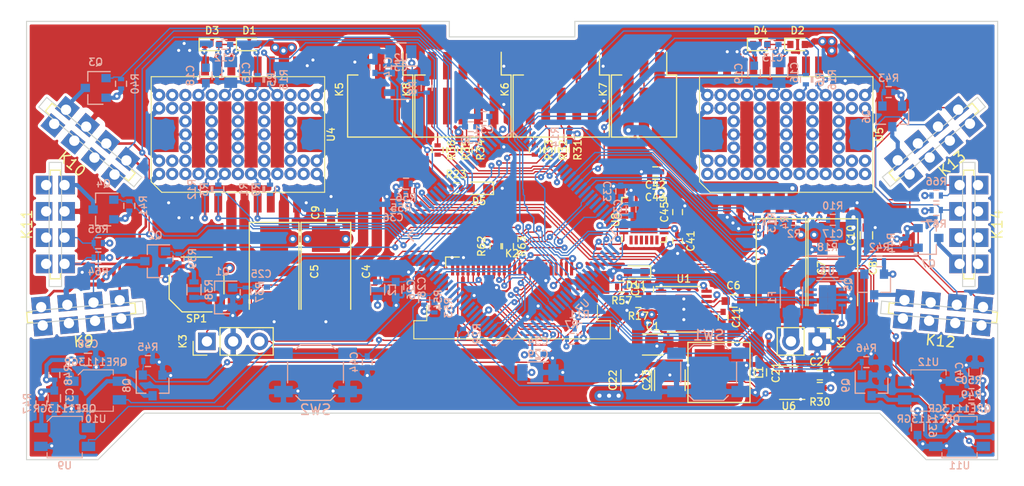
<source format=kicad_pcb>
(kicad_pcb (version 4) (host pcbnew 4.0.7-e2-6376~58~ubuntu16.04.1)
  (title_block (title NARA) (date 2018-04-19) (rev 0.0.7) (company PACABOT))
  (layers (0 F.Cu signal) (1 PWR.Cu power) (2 GND.Cu power) (31 B.Cu signal) (34 B.Paste user) (35 F.Paste user) (36 B.SilkS user hide) (37 F.SilkS user hide) (38 B.Mask user) (39 F.Mask user) (44 Edge.Cuts user))
  (net 0 "")
  (net 1 +BATT)
  (net 2 GND)
  (net 3 "Net-(C2-Pad1)")
  (net 4 "Net-(C6-Pad1)")
  (net 5 "Net-(C11-Pad1)")
  (net 6 "Net-(C11-Pad2)")
  (net 7 "Net-(C12-Pad1)")
  (net 8 "Net-(C13-Pad1)")
  (net 9 +5V)
  (net 10 "Net-(C15-Pad2)")
  (net 11 "Net-(C16-Pad2)")
  (net 12 "Net-(C18-Pad1)")
  (net 13 "Net-(C19-Pad1)")
  (net 14 +3.3V)
  (net 15 "Net-(C24-Pad1)")
  (net 16 /BEEPER)
  (net 17 "Net-(C26-Pad2)")
  (net 18 "Net-(C30-Pad2)")
  (net 19 "Net-(C33-Pad2)")
  (net 20 /~RESET)
  (net 21 "Net-(C45-Pad1)")
  (net 22 /LED1)
  (net 23 /LED2)
  (net 24 /LED3)
  (net 25 /LED4)
  (net 26 "Net-(F1-Pad1)")
  (net 27 "Net-(F1-Pad2)")
  (net 28 /SWCLK)
  (net 29 /SWDIO)
  (net 30 "Net-(K6-Pad3)")
  (net 31 "Net-(K6-Pad4)")
  (net 32 "Net-(K6-Pad5)")
  (net 33 "Net-(K8-Pad3)")
  (net 34 "Net-(K8-Pad4)")
  (net 35 "Net-(K8-Pad5)")
  (net 36 /TOF_L_SDA)
  (net 37 /TOF_L_SCL)
  (net 38 "Net-(K9-Pad4)")
  (net 39 "Net-(K10-Pad4)")
  (net 40 "Net-(K11-Pad4)")
  (net 41 /TOF_R_SDA)
  (net 42 /TOF_R_SCL)
  (net 43 "Net-(K12-Pad4)")
  (net 44 "Net-(K13-Pad4)")
  (net 45 "Net-(K14-Pad4)")
  (net 46 /OLED_SCL)
  (net 47 /OLED_SDA)
  (net 48 /TOF_EN_LF)
  (net 49 /TOF_EN_LD)
  (net 50 /TOF_EN_LS)
  (net 51 /TOF_EN_RF)
  (net 52 /TOF_EN_RD)
  (net 53 /TOF_EN_RS)
  (net 54 /LINE_EN)
  (net 55 "Net-(Q8-Pad3)")
  (net 56 "Net-(Q9-Pad3)")
  (net 57 /MOT_L_IN1)
  (net 58 /MOT_R_IN1)
  (net 59 /MOT_L_IN2)
  (net 60 /MOT_R_IN2)
  (net 61 /MOT_L_IN3)
  (net 62 /MOT_R_IN3)
  (net 63 /FUEL_GAUGE_SDA)
  (net 64 /PW_5V_EN)
  (net 65 /MOT_L_EN1)
  (net 66 /MOT_R_EN1)
  (net 67 /FUEL_GAUGE_SCL)
  (net 68 /MOT_L_EN2)
  (net 69 /MOT_R_EN2)
  (net 70 /FUEL_GAUGE_~ALCC)
  (net 71 /MOT_L_EN3)
  (net 72 /MOT_R_EN3)
  (net 73 "Net-(R17-Pad1)")
  (net 74 /WKUP)
  (net 75 /PW_KILL)
  (net 76 /MOT_L_HALL3)
  (net 77 /MOT_L_HALL2)
  (net 78 /MOT_L_HALL1)
  (net 79 /MOT_R_HALL3)
  (net 80 /MOT_R_HALL2)
  (net 81 /MOT_R_HALL1)
  (net 82 "Net-(R38-Pad2)")
  (net 83 "Net-(R47-Pad2)")
  (net 84 "Net-(R48-Pad2)")
  (net 85 "Net-(R49-Pad2)")
  (net 86 "Net-(R50-Pad2)")
  (net 87 /BLUETOOTH_RX)
  (net 88 /BLUETOOTH_TX)
  (net 89 /LINE_ADC_L1)
  (net 90 /LINE_ADC_L2)
  (net 91 /LINE_ADC_R1)
  (net 92 /LINE_ADC_R2)
  (net 93 /USER_SW1)
  (net 94 /USER_SW2)
  (net 95 /PW_3V_EN)
  (net 96 /MOT_L_PHASE_B_ORA)
  (net 97 /MOT_L_PHASE_A_BRO)
  (net 98 /MOT_L_PHASE_C_YEL)
  (net 99 /MOT_R_PHASE_B_ORA)
  (net 100 /MOT_R_PHASE_A_BRO)
  (net 101 /MOT_R_PHASE_C_YEL)
  (net 102 /GYRO_CS)
  (net 103 /GYRO_SCK)
  (net 104 /GYRO_MISO)
  (net 105 /GYRO_MOSI)
  (net 106 "Net-(C12-Pad2)")
  (net 107 "Net-(C13-Pad2)")
  (net 108 "Net-(C25-Pad2)")
  (net 109 "Net-(D5-Pad2)")
  (net 110 "Net-(D11-Pad2)")
  (net 111 /SW_PW)
  (net 112 "Net-(Q1-Pad3)")
  (net 113 /EXT_ADC2)
  (net 114 /EXT_ADC1)
  (module DVB_Capacitors_Tantalum:CP_EIA-7343-31 (layer F.Cu) (at 129 95.9 270)
    (fp_text reference C8 (at 0 -3.9 270) (layer F.SilkS) (effects (font (size 0.7 0.7) (thickness 0.127))))
    (fp_text value C_47uF)
    (pad 1 smd rect (at -3.175 0 270) (size 2.55 2.7) (layers F.Cu F.Paste F.Mask) (net 1 +BATT))
    (pad 2 smd rect (at 3.175 0 270) (size 2.55 2.7) (layers F.Cu F.Paste F.Mask) (net 2 GND))
  )
  (module DVB_Capacitors_Tantalum:CP_EIA-7343-31 (layer F.Cu) (at 80 96.25 270)
    (fp_text reference C4 (at 0 -3.9 270) (layer F.SilkS) (effects (font (size 0.7 0.7) (thickness 0.127))))
    (fp_text value C_47uF)
    (pad 1 smd rect (at -3.175 0 270) (size 2.55 2.7) (layers F.Cu F.Paste F.Mask) (net 1 +BATT))
    (pad 2 smd rect (at 3.175 0 270) (size 2.55 2.7) (layers F.Cu F.Paste F.Mask) (net 2 GND))
  )
  (module DVB_Capacitors_Tantalum:CP_EIA-7343-31 (layer F.Cu) (at 75 96.25 270)
    (fp_text reference C5 (at 0 -3.9 270) (layer F.SilkS) (effects (font (size 0.7 0.7) (thickness 0.127))))
    (fp_text value C_47uF)
    (pad 1 smd rect (at -3.175 0 270) (size 2.55 2.7) (layers F.Cu F.Paste F.Mask) (net 1 +BATT))
    (pad 2 smd rect (at 3.175 0 270) (size 2.55 2.7) (layers F.Cu F.Paste F.Mask) (net 2 GND))
  )
  (module DVB_Capacitors_Tantalum:CP_EIA-7343-31 (layer F.Cu) (at 124 95.9 270)
    (fp_text reference C7 (at 0 -3.9 270) (layer F.SilkS) (effects (font (size 0.7 0.7) (thickness 0.127))))
    (fp_text value C_47uF)
    (pad 1 smd rect (at -3.175 0 270) (size 2.55 2.7) (layers F.Cu F.Paste F.Mask) (net 1 +BATT))
    (pad 2 smd rect (at 3.175 0 270) (size 2.55 2.7) (layers F.Cu F.Paste F.Mask) (net 2 GND))
  )
  (module DVB_Connectors:K_PicoSPOX-5 (layer F.Cu) (at 102.75 80 180)
    (fp_text reference K6 (at 5.45 1.35 270) (layer F.SilkS) (effects (font (size 0.7 0.7) (thickness 0.127))))
    (fp_text value K_0002)
    (pad 1 smd rect (at -3 3.65 180) (size 0.85 2.65) (layers F.Cu F.Paste F.Mask) (net 2 GND))
    (pad 1 smd rect (at -3 -0.25 180) (size 0.85 3.55) (layers F.Cu F.Paste F.Mask) (net 2 GND))
    (pad 2 smd rect (at -1.5 3.65 180) (size 0.85 2.65) (layers F.Cu F.Paste F.Mask) (net 9 +5V))
    (pad 3 smd rect (at 0 3.65 180) (size 0.85 2.65) (layers F.Cu F.Paste F.Mask) (net 30 "Net-(K6-Pad3)"))
    (pad 4 smd rect (at 1.5 3.65 180) (size 0.85 2.65) (layers F.Cu F.Paste F.Mask) (net 31 "Net-(K6-Pad4)"))
    (pad 5 smd rect (at 3 3.65 180) (size 0.85 2.65) (layers F.Cu F.Paste F.Mask) (net 32 "Net-(K6-Pad5)"))
    (pad 2 smd rect (at -1.5 -0.25 180) (size 0.85 3.55) (layers F.Cu F.Paste F.Mask) (net 9 +5V))
    (pad 3 smd rect (at 0 -0.25 180) (size 0.85 3.55) (layers F.Cu F.Paste F.Mask) (net 30 "Net-(K6-Pad3)"))
    (pad 4 smd rect (at 1.5 -0.25 180) (size 0.85 3.55) (layers F.Cu F.Paste F.Mask) (net 31 "Net-(K6-Pad4)"))
    (pad 5 smd rect (at 3 -0.25 180) (size 0.85 3.55) (layers F.Cu F.Paste F.Mask) (net 32 "Net-(K6-Pad5)"))
  )
  (module DVB_Connectors:K_PicoSPOX-5 (layer F.Cu) (at 93.25 80 180)
    (fp_text reference K8 (at 5.45 1.35 270) (layer F.SilkS) (effects (font (size 0.7 0.7) (thickness 0.127))))
    (fp_text value K_0002)
    (pad 1 smd rect (at -3 3.65 180) (size 0.85 2.65) (layers F.Cu F.Paste F.Mask) (net 2 GND))
    (pad 1 smd rect (at -3 -0.25 180) (size 0.85 3.55) (layers F.Cu F.Paste F.Mask) (net 2 GND))
    (pad 2 smd rect (at -1.5 3.65 180) (size 0.85 2.65) (layers F.Cu F.Paste F.Mask) (net 9 +5V))
    (pad 3 smd rect (at 0 3.65 180) (size 0.85 2.65) (layers F.Cu F.Paste F.Mask) (net 33 "Net-(K8-Pad3)"))
    (pad 4 smd rect (at 1.5 3.65 180) (size 0.85 2.65) (layers F.Cu F.Paste F.Mask) (net 34 "Net-(K8-Pad4)"))
    (pad 5 smd rect (at 3 3.65 180) (size 0.85 2.65) (layers F.Cu F.Paste F.Mask) (net 35 "Net-(K8-Pad5)"))
    (pad 2 smd rect (at -1.5 -0.25 180) (size 0.85 3.55) (layers F.Cu F.Paste F.Mask) (net 9 +5V))
    (pad 3 smd rect (at 0 -0.25 180) (size 0.85 3.55) (layers F.Cu F.Paste F.Mask) (net 33 "Net-(K8-Pad3)"))
    (pad 4 smd rect (at 1.5 -0.25 180) (size 0.85 3.55) (layers F.Cu F.Paste F.Mask) (net 34 "Net-(K8-Pad4)"))
    (pad 5 smd rect (at 3 -0.25 180) (size 0.85 3.55) (layers F.Cu F.Paste F.Mask) (net 35 "Net-(K8-Pad5)"))
  )
  (module DVB_Inductors:L_5030-Coilcraft (layer F.Cu) (at 118 106 270)
    (fp_text reference L1 (at 0 -3.9 270) (layer F.SilkS) (effects (font (size 0.7 0.7) (thickness 0.127))))
    (fp_text value L_0002)
    (pad 1 smd rect (at -1.655 0 270) (size 1.2 4.7) (layers F.Cu F.Paste F.Mask) (net 6 "Net-(C11-Pad2)"))
    (pad 2 smd rect (at 1.655 0 270) (size 1.2 4.7) (layers F.Cu F.Paste F.Mask) (net 14 +3.3V))
  )
  (module DVB_Resistors:R_1206 (layer B.Cu) (at 128.5 95.75 180)
    (fp_text reference R18 (at 0 1.85 180) (layer B.SilkS) (effects (font (size 0.7 0.7) (thickness 0.127)) (justify mirror)))
    (fp_text value R_0088)
    (pad 1 smd rect (at -1.45 0 180) (size 0.9 1.7) (layers B.Cu B.Paste B.Mask) (net 1 +BATT))
    (pad 2 smd rect (at 1.45 0 180) (size 0.9 1.7) (layers B.Cu B.Paste B.Mask) (net 26 "Net-(F1-Pad1)"))
  )
  (module DVB_Buzzers:SP_KSSG-5x5x3 (layer F.Cu) (at 67.5 97.5 180)
    (fp_text reference SP1 (at 0 -3.3 180) (layer F.SilkS) (effects (font (size 0.7 0.7) (thickness 0.127))))
    (fp_text value SP_0001)
    (pad 1 smd rect (at -2.25 1.75 180) (size 1 1.3) (layers F.Cu F.Paste F.Mask) (net 1 +BATT))
    (pad 2 smd rect (at 2.25 1.75 180) (size 1 1.2) (layers F.Cu F.Paste F.Mask) (net 82 "Net-(R38-Pad2)"))
    (pad 3 smd rect (at -2.25 -1.75 180) (size 1 1.2) (layers F.Cu F.Paste F.Mask))
  )
  (module DVB_SSOP:MSOP_16-1EP_3x4_P0.5 (layer F.Cu) (at 114.6 99.9 270)
    (fp_text reference U1 (at -2.95 0 360) (layer F.SilkS) (effects (font (size 0.7 0.7) (thickness 0.127))))
    (fp_text value U_LT8610ABIMSE-3.3)
    (pad 1 smd rect (at -1.75 2.2) (size 1 0.3) (layers F.Cu F.Paste F.Mask) (net 2 GND))
    (pad 2 smd rect (at -1.25 2.2) (size 1 0.3) (layers F.Cu F.Paste F.Mask) (net 3 "Net-(C2-Pad1)"))
    (pad 3 smd rect (at -0.75 2.2) (size 1 0.3) (layers F.Cu F.Paste F.Mask) (net 73 "Net-(R17-Pad1)"))
    (pad 4 smd rect (at -0.25 2.2) (size 1 0.3) (layers F.Cu F.Paste F.Mask) (net 95 /PW_3V_EN))
    (pad 5 smd rect (at 0.25 2.2) (size 1 0.3) (layers F.Cu F.Paste F.Mask) (net 1 +BATT))
    (pad 12 smd rect (at 0.25 -2.2) (size 1 0.3) (layers F.Cu F.Paste F.Mask) (net 5 "Net-(C11-Pad1)"))
    (pad 13 smd rect (at -0.25 -2.2) (size 1 0.3) (layers F.Cu F.Paste F.Mask) (net 4 "Net-(C6-Pad1)"))
    (pad 14 smd rect (at -0.75 -2.2) (size 1 0.3) (layers F.Cu F.Paste F.Mask) (net 14 +3.3V))
    (pad 15 smd rect (at -1.25 -2.2) (size 1 0.3) (layers F.Cu F.Paste F.Mask))
    (pad 16 smd rect (at -1.75 -2.2) (size 1 0.3) (layers F.Cu F.Paste F.Mask) (net 14 +3.3V))
    (pad 6 smd rect (at 0.75 2.2) (size 1 0.3) (layers F.Cu F.Paste F.Mask) (net 1 +BATT))
    (pad 7 smd rect (at 1.25 2.2) (size 1 0.3) (layers F.Cu F.Paste F.Mask))
    (pad 8 smd rect (at 1.75 2.2) (size 1 0.3) (layers F.Cu F.Paste F.Mask) (net 2 GND))
    (pad 11 smd rect (at 0.75 -2.2) (size 1 0.3) (layers F.Cu F.Paste F.Mask) (net 6 "Net-(C11-Pad2)"))
    (pad 10 smd rect (at 1.25 -2.2) (size 1 0.3) (layers F.Cu F.Paste F.Mask) (net 6 "Net-(C11-Pad2)"))
    (pad 9 smd rect (at 1.75 -2.2) (size 1 0.3) (layers F.Cu F.Paste F.Mask) (net 6 "Net-(C11-Pad2)"))
    (pad 17 smd rect (at -0.95 -0.4) (size 0.825 0.95) (layers F.Cu F.Paste F.Mask) (net 2 GND))
    (pad 17 smd rect (at 0 -0.4) (size 0.825 0.95) (layers F.Cu F.Paste F.Mask) (net 2 GND))
    (pad 17 smd rect (at 0.95 -0.4) (size 0.825 0.95) (layers F.Cu F.Paste F.Mask) (net 2 GND))
    (pad 17 smd rect (at 0.95 0.4) (size 0.825 0.95) (layers F.Cu F.Paste F.Mask) (net 2 GND))
    (pad 17 smd rect (at 0 0.4) (size 0.825 0.95) (layers F.Cu F.Paste F.Mask) (net 2 GND))
    (pad 17 smd rect (at -0.95 0.4) (size 0.825 0.95) (layers F.Cu F.Paste F.Mask) (net 2 GND))
  )
  (module DVB_SOT:SOT_23-5 (layer B.Cu) (at 87.25 78 270)
    (fp_text reference U2 (at -2.4 0 540) (layer B.SilkS) (effects (font (size 0.7 0.7) (thickness 0.127)) (justify mirror)))
    (fp_text value U_AP2204K-5.0TRG1)
    (pad 1 smd rect (at -0.95 -1.1 180) (size 1.06 0.65) (layers B.Cu B.Paste B.Mask) (net 1 +BATT))
    (pad 2 smd rect (at 0 -1.1 180) (size 1.06 0.65) (layers B.Cu B.Paste B.Mask) (net 2 GND))
    (pad 3 smd rect (at 0.95 -1.1 180) (size 1.06 0.65) (layers B.Cu B.Paste B.Mask) (net 64 /PW_5V_EN))
    (pad 4 smd rect (at 0.95 1.1 180) (size 1.06 0.65) (layers B.Cu B.Paste B.Mask))
    (pad 5 smd rect (at -0.95 1.1 180) (size 1.06 0.65) (layers B.Cu B.Paste B.Mask) (net 9 +5V))
  )
  (module NARA_Lib:PowerSO-20 (layer F.Cu) (at 71.5 83)
    (fp_text reference U4 (at 9 0 90) (layer F.SilkS) (effects (font (size 0.7 0.7) (thickness 0.127))))
    (fp_text value L6234 hide)
    (pad 1 smd rect (at -5.715 6.626) (size 0.76 1.83) (layers F.Cu F.Paste F.Mask) (net 2 GND) (clearance 0.05))
    (pad 2 smd rect (at -4.445 6.626) (size 0.76 1.83) (layers F.Cu F.Paste F.Mask) (net 2 GND) (clearance 0.05))
    (pad 3 smd rect (at -3.175 6.626) (size 0.76 1.83) (layers F.Cu F.Paste F.Mask) (net 68 /MOT_L_EN2) (clearance 0.05))
    (pad 4 smd rect (at -1.905 6.626) (size 0.76 1.83) (layers F.Cu F.Paste F.Mask) (net 59 /MOT_L_IN2) (clearance 0.05))
    (pad 5 smd rect (at -0.635 6.626) (size 0.76 1.83) (layers F.Cu F.Paste F.Mask) (net 96 /MOT_L_PHASE_B_ORA) (clearance 0.05))
    (pad 6 smd rect (at 0.635 6.626) (size 0.76 1.83) (layers F.Cu F.Paste F.Mask) (net 97 /MOT_L_PHASE_A_BRO) (clearance 0.05))
    (pad 7 smd rect (at 1.905 6.626) (size 0.76 1.83) (layers F.Cu F.Paste F.Mask) (net 57 /MOT_L_IN1) (clearance 0.05))
    (pad 8 smd rect (at 3.175 6.626) (size 0.76 1.83) (layers F.Cu F.Paste F.Mask) (net 65 /MOT_L_EN1) (clearance 0.05))
    (pad 9 smd rect (at 4.445 6.626) (size 0.76 1.83) (layers F.Cu F.Paste F.Mask) (net 1 +BATT) (clearance 0.05))
    (pad 10 smd rect (at 5.715 6.626) (size 0.76 1.83) (layers F.Cu F.Paste F.Mask) (net 2 GND) (clearance 0.05))
    (pad 11 smd rect (at 5.715 -6.626) (size 0.76 1.83) (layers F.Cu F.Paste F.Mask) (net 2 GND) (clearance 0.05))
    (pad 12 smd rect (at 4.445 -6.626) (size 0.76 1.83) (layers F.Cu F.Paste F.Mask) (net 1 +BATT) (clearance 0.05))
    (pad 13 smd rect (at 3.175 -6.626) (size 0.76 1.83) (layers F.Cu F.Paste F.Mask) (net 71 /MOT_L_EN3) (clearance 0.05))
    (pad 14 smd rect (at 1.905 -6.626) (size 0.76 1.83) (layers F.Cu F.Paste F.Mask) (net 61 /MOT_L_IN3) (clearance 0.05))
    (pad 15 smd rect (at 0.635 -6.626) (size 0.76 1.83) (layers F.Cu F.Paste F.Mask) (net 98 /MOT_L_PHASE_C_YEL) (clearance 0.05))
    (pad 16 smd rect (at -0.635 -6.626) (size 0.76 1.83) (layers F.Cu F.Paste F.Mask) (net 10 "Net-(C15-Pad2)") (clearance 0.05))
    (pad 17 smd rect (at -1.905 -6.626) (size 0.76 1.83) (layers F.Cu F.Paste F.Mask) (net 7 "Net-(C12-Pad1)") (clearance 0.05))
    (pad 18 smd rect (at -3.175 -6.626) (size 0.76 1.83) (layers F.Cu F.Paste F.Mask) (net 12 "Net-(C18-Pad1)") (clearance 0.05))
    (pad 19 smd rect (at -4.445 -6.626) (size 0.76 1.83) (layers F.Cu F.Paste F.Mask) (net 2 GND) (clearance 0.05))
    (pad 20 smd rect (at -5.715 -6.626) (size 0.76 1.83) (layers F.Cu F.Paste F.Mask) (net 2 GND) (clearance 0.05))
    (pad 20 smd rect (at -6.985 0) (size 2.5 3.4) (layers F.Cu F.Paste F.Mask) (net 2 GND))
    (pad 20 smd rect (at 6.985 0) (size 2.5 3.4) (layers F.Cu F.Paste F.Mask) (net 2 GND))
    (pad 20 smd rect (at -3.81 0) (size 1.27 6.4) (layers F.Cu F.Paste F.Mask) (net 2 GND))
    (pad 20 smd rect (at -1.27 0) (size 1.27 6.4) (layers F.Cu F.Paste F.Mask) (net 2 GND))
    (pad 20 smd rect (at 1.27 0) (size 1.27 6.4) (layers F.Cu F.Paste F.Mask) (net 2 GND))
    (pad 20 smd rect (at 3.81 0) (size 1.27 6.4) (layers F.Cu F.Paste F.Mask) (net 2 GND))
    (pad 20 thru_hole circle (at -7.62 -2.54) (size 1.2 1.2) (drill 0.6) (layers *.Cu) (net 2 GND))
    (pad 20 thru_hole circle (at -6.35 -2.54) (size 1.2 1.2) (drill 0.6) (layers *.Cu) (net 2 GND))
    (pad 20 thru_hole circle (at -5.08 -2.54) (size 1.2 1.2) (drill 0.6) (layers *.Cu) (net 2 GND))
    (pad 20 thru_hole circle (at -7.62 -3.81) (size 1.2 1.2) (drill 0.6) (layers *.Cu) (net 2 GND))
    (pad 20 thru_hole circle (at -6.35 -3.81) (size 1.2 1.2) (drill 0.6) (layers *.Cu) (net 2 GND))
    (pad 20 thru_hole circle (at -5.08 -3.81) (size 1.2 1.2) (drill 0.6) (layers *.Cu) (net 2 GND))
    (pad 20 thru_hole circle (at -3.81 -3.81) (size 1.2 1.2) (drill 0.6) (layers *.Cu) (net 2 GND))
    (pad 20 thru_hole circle (at -2.54 -3.81) (size 1.2 1.2) (drill 0.6) (layers *.Cu) (net 2 GND))
    (pad 20 thru_hole circle (at -1.27 -3.81) (size 1.2 1.2) (drill 0.6) (layers *.Cu) (net 2 GND))
    (pad 20 thru_hole circle (at -2.54 -2.54) (size 1.2 1.2) (drill 0.6) (layers *.Cu) (net 2 GND))
    (pad 20 thru_hole circle (at -2.54 -1.27) (size 1.2 1.2) (drill 0.6) (layers *.Cu) (net 2 GND))
    (pad 20 thru_hole circle (at -2.54 0) (size 1.2 1.2) (drill 0.6) (layers *.Cu) (net 2 GND))
    (pad 20 thru_hole circle (at -2.54 1.27) (size 1.2 1.2) (drill 0.6) (layers *.Cu) (net 2 GND))
    (pad 20 thru_hole circle (at -2.54 2.54) (size 1.2 1.2) (drill 0.6) (layers *.Cu) (net 2 GND))
    (pad 20 thru_hole circle (at -2.54 3.81) (size 1.2 1.2) (drill 0.6) (layers *.Cu) (net 2 GND))
    (pad 20 thru_hole circle (at -3.81 3.81) (size 1.2 1.2) (drill 0.6) (layers *.Cu) (net 2 GND))
    (pad 20 thru_hole circle (at -1.27 3.81) (size 1.2 1.2) (drill 0.6) (layers *.Cu) (net 2 GND))
    (pad 20 thru_hole circle (at 0 3.81) (size 1.2 1.2) (drill 0.6) (layers *.Cu) (net 2 GND))
    (pad 20 thru_hole circle (at 0 2.54) (size 1.2 1.2) (drill 0.6) (layers *.Cu) (net 2 GND))
    (pad 20 thru_hole circle (at 0 2.54) (size 1.2 1.2) (drill 0.6) (layers *.Cu) (net 2 GND))
    (pad 20 thru_hole circle (at 0 1.27) (size 1.2 1.2) (drill 0.6) (layers *.Cu) (net 2 GND))
    (pad 20 thru_hole circle (at 0 0) (size 1.2 1.2) (drill 0.6) (layers *.Cu) (net 2 GND))
    (pad 20 thru_hole circle (at 0 -1.27) (size 1.2 1.2) (drill 0.6) (layers *.Cu) (net 2 GND))
    (pad 20 thru_hole circle (at 0 -2.54) (size 1.2 1.2) (drill 0.6) (layers *.Cu) (net 2 GND))
    (pad 20 thru_hole circle (at 0 -3.81) (size 1.2 1.2) (drill 0.6) (layers *.Cu) (net 2 GND))
    (pad 20 thru_hole circle (at 1.27 -3.81) (size 1.2 1.2) (drill 0.6) (layers *.Cu) (net 2 GND))
    (pad 20 thru_hole circle (at 2.54 -3.81) (size 1.2 1.2) (drill 0.6) (layers *.Cu) (net 2 GND))
    (pad 20 thru_hole circle (at 2.54 -2.54) (size 1.2 1.2) (drill 0.6) (layers *.Cu) (net 2 GND))
    (pad 20 thru_hole circle (at 2.54 -1.27) (size 1.2 1.2) (drill 0.6) (layers *.Cu) (net 2 GND))
    (pad 20 thru_hole circle (at 2.54 0) (size 1.2 1.2) (drill 0.6) (layers *.Cu) (net 2 GND))
    (pad 20 thru_hole circle (at 2.54 1.27) (size 1.2 1.2) (drill 0.6) (layers *.Cu) (net 2 GND))
    (pad 20 thru_hole circle (at 2.54 2.54) (size 1.2 1.2) (drill 0.6) (layers *.Cu) (net 2 GND))
    (pad 20 thru_hole circle (at 2.54 3.81) (size 1.2 1.2) (drill 0.6) (layers *.Cu) (net 2 GND))
    (pad 20 thru_hole circle (at 3.81 3.81) (size 1.2 1.2) (drill 0.6) (layers *.Cu) (net 2 GND))
    (pad 20 thru_hole circle (at 1.27 3.81) (size 1.2 1.2) (drill 0.6) (layers *.Cu) (net 2 GND))
    (pad 20 thru_hole circle (at 5.08 3.81) (size 1.2 1.2) (drill 0.6) (layers *.Cu) (net 2 GND))
    (pad 20 thru_hole circle (at 5.08 2.54) (size 1.2 1.2) (drill 0.6) (layers *.Cu) (net 2 GND))
    (pad 20 thru_hole circle (at 5.08 1.27) (size 1.2 1.2) (drill 0.6) (layers *.Cu) (net 2 GND))
    (pad 20 thru_hole circle (at 5.08 0) (size 1.2 1.2) (drill 0.6) (layers *.Cu) (net 2 GND))
    (pad 20 thru_hole circle (at 5.08 -1.27) (size 1.2 1.2) (drill 0.6) (layers *.Cu) (net 2 GND))
    (pad 20 thru_hole circle (at 5.08 -2.54) (size 1.2 1.2) (drill 0.6) (layers *.Cu) (net 2 GND))
    (pad 20 thru_hole circle (at 6.35 -2.54) (size 1.2 1.2) (drill 0.6) (layers *.Cu) (net 2 GND))
    (pad 20 thru_hole circle (at 7.62 -2.54) (size 1.2 1.2) (drill 0.6) (layers *.Cu) (net 2 GND))
    (pad 20 thru_hole circle (at 7.62 -3.81) (size 1.2 1.2) (drill 0.6) (layers *.Cu) (net 2 GND))
    (pad 20 thru_hole circle (at 6.35 -3.81) (size 1.2 1.2) (drill 0.6) (layers *.Cu) (net 2 GND))
    (pad 20 thru_hole circle (at 5.08 -3.81) (size 1.2 1.2) (drill 0.6) (layers *.Cu) (net 2 GND))
    (pad 20 thru_hole circle (at 3.81 -3.81) (size 1.2 1.2) (drill 0.6) (layers *.Cu) (net 2 GND))
    (pad 20 thru_hole circle (at 6.35 3.81) (size 1.2 1.2) (drill 0.6) (layers *.Cu) (net 2 GND))
    (pad 20 thru_hole circle (at 6.35 2.54) (size 1.2 1.2) (drill 0.6) (layers *.Cu) (net 2 GND))
    (pad 20 thru_hole circle (at 7.62 3.81) (size 1.2 1.2) (drill 0.6) (layers *.Cu) (net 2 GND))
    (pad 20 thru_hole circle (at 7.62 2.54) (size 1.2 1.2) (drill 0.6) (layers *.Cu) (net 2 GND))
    (pad 20 thru_hole circle (at -5.08 3.81) (size 1.2 1.2) (drill 0.6) (layers *.Cu) (net 2 GND))
    (pad 20 thru_hole circle (at -6.35 3.81) (size 1.2 1.2) (drill 0.6) (layers *.Cu) (net 2 GND))
    (pad 20 thru_hole circle (at -7.62 3.81) (size 1.2 1.2) (drill 0.6) (layers *.Cu) (net 2 GND))
    (pad 20 thru_hole circle (at -7.62 2.54) (size 1.2 1.2) (drill 0.6) (layers *.Cu) (net 2 GND))
    (pad 20 thru_hole circle (at -6.35 2.54) (size 1.2 1.2) (drill 0.6) (layers *.Cu) (net 2 GND))
    (pad 20 thru_hole circle (at -5.08 2.54) (size 1.2 1.2) (drill 0.6) (layers *.Cu) (net 2 GND))
    (pad 20 thru_hole circle (at -5.08 1.27) (size 1.2 1.2) (drill 0.6) (layers *.Cu) (net 2 GND))
    (pad 20 thru_hole circle (at -5.08 1.27) (size 1.2 1.2) (drill 0.6) (layers *.Cu) (net 2 GND))
    (pad 20 thru_hole circle (at -5.08 0) (size 1.2 1.2) (drill 0.6) (layers *.Cu) (net 2 GND))
    (pad 20 thru_hole circle (at -5.08 -1.27) (size 1.2 1.2) (drill 0.6) (layers *.Cu) (net 2 GND))
    (pad 20 thru_hole circle (at -6.35 -3.81) (size 1.2 1.2) (drill 0.6) (layers *.Cu) (net 2 GND))
    (pad 20 thru_hole circle (at -7.62 -3.81) (size 1.2 1.2) (drill 0.6) (layers *.Cu) (net 2 GND))
    (pad 20 thru_hole circle (at -7.62 -2.54) (size 1.2 1.2) (drill 0.6) (layers *.Cu) (net 2 GND))
    (pad 20 thru_hole circle (at -6.35 -2.54) (size 1.2 1.2) (drill 0.6) (layers *.Cu) (net 2 GND))
  )
  (module NARA_Lib:PowerSO-20 (layer F.Cu) (at 124.5 83)
    (fp_text reference U5 (at 9 0 90) (layer F.SilkS) (effects (font (size 0.7 0.7) (thickness 0.127))))
    (fp_text value L6234 hide)
    (pad 1 smd rect (at -5.715 6.626) (size 0.76 1.83) (layers F.Cu F.Paste F.Mask) (net 2 GND) (clearance 0.05))
    (pad 2 smd rect (at -4.445 6.626) (size 0.76 1.83) (layers F.Cu F.Paste F.Mask) (net 2 GND) (clearance 0.05))
    (pad 3 smd rect (at -3.175 6.626) (size 0.76 1.83) (layers F.Cu F.Paste F.Mask) (net 69 /MOT_R_EN2) (clearance 0.05))
    (pad 4 smd rect (at -1.905 6.626) (size 0.76 1.83) (layers F.Cu F.Paste F.Mask) (net 60 /MOT_R_IN2) (clearance 0.05))
    (pad 5 smd rect (at -0.635 6.626) (size 0.76 1.83) (layers F.Cu F.Paste F.Mask) (net 99 /MOT_R_PHASE_B_ORA) (clearance 0.05))
    (pad 6 smd rect (at 0.635 6.626) (size 0.76 1.83) (layers F.Cu F.Paste F.Mask) (net 100 /MOT_R_PHASE_A_BRO) (clearance 0.05))
    (pad 7 smd rect (at 1.905 6.626) (size 0.76 1.83) (layers F.Cu F.Paste F.Mask) (net 58 /MOT_R_IN1) (clearance 0.05))
    (pad 8 smd rect (at 3.175 6.626) (size 0.76 1.83) (layers F.Cu F.Paste F.Mask) (net 66 /MOT_R_EN1) (clearance 0.05))
    (pad 9 smd rect (at 4.445 6.626) (size 0.76 1.83) (layers F.Cu F.Paste F.Mask) (net 1 +BATT) (clearance 0.05))
    (pad 10 smd rect (at 5.715 6.626) (size 0.76 1.83) (layers F.Cu F.Paste F.Mask) (net 2 GND) (clearance 0.05))
    (pad 11 smd rect (at 5.715 -6.626) (size 0.76 1.83) (layers F.Cu F.Paste F.Mask) (net 2 GND) (clearance 0.05))
    (pad 12 smd rect (at 4.445 -6.626) (size 0.76 1.83) (layers F.Cu F.Paste F.Mask) (net 1 +BATT) (clearance 0.05))
    (pad 13 smd rect (at 3.175 -6.626) (size 0.76 1.83) (layers F.Cu F.Paste F.Mask) (net 72 /MOT_R_EN3) (clearance 0.05))
    (pad 14 smd rect (at 1.905 -6.626) (size 0.76 1.83) (layers F.Cu F.Paste F.Mask) (net 62 /MOT_R_IN3) (clearance 0.05))
    (pad 15 smd rect (at 0.635 -6.626) (size 0.76 1.83) (layers F.Cu F.Paste F.Mask) (net 101 /MOT_R_PHASE_C_YEL) (clearance 0.05))
    (pad 16 smd rect (at -0.635 -6.626) (size 0.76 1.83) (layers F.Cu F.Paste F.Mask) (net 11 "Net-(C16-Pad2)") (clearance 0.05))
    (pad 17 smd rect (at -1.905 -6.626) (size 0.76 1.83) (layers F.Cu F.Paste F.Mask) (net 8 "Net-(C13-Pad1)") (clearance 0.05))
    (pad 18 smd rect (at -3.175 -6.626) (size 0.76 1.83) (layers F.Cu F.Paste F.Mask) (net 13 "Net-(C19-Pad1)") (clearance 0.05))
    (pad 19 smd rect (at -4.445 -6.626) (size 0.76 1.83) (layers F.Cu F.Paste F.Mask) (net 2 GND) (clearance 0.05))
    (pad 20 smd rect (at -5.715 -6.626) (size 0.76 1.83) (layers F.Cu F.Paste F.Mask) (net 2 GND) (clearance 0.05))
    (pad 20 smd rect (at -6.985 0) (size 2.5 3.4) (layers F.Cu F.Paste F.Mask) (net 2 GND))
    (pad 20 smd rect (at 6.985 0) (size 2.5 3.4) (layers F.Cu F.Paste F.Mask) (net 2 GND))
    (pad 20 smd rect (at -3.81 0) (size 1.27 6.4) (layers F.Cu F.Paste F.Mask) (net 2 GND))
    (pad 20 smd rect (at -1.27 0) (size 1.27 6.4) (layers F.Cu F.Paste F.Mask) (net 2 GND))
    (pad 20 smd rect (at 1.27 0) (size 1.27 6.4) (layers F.Cu F.Paste F.Mask) (net 2 GND))
    (pad 20 smd rect (at 3.81 0) (size 1.27 6.4) (layers F.Cu F.Paste F.Mask) (net 2 GND))
    (pad 20 thru_hole circle (at -7.62 -2.54) (size 1.2 1.2) (drill 0.6) (layers *.Cu) (net 2 GND))
    (pad 20 thru_hole circle (at -6.35 -2.54) (size 1.2 1.2) (drill 0.6) (layers *.Cu) (net 2 GND))
    (pad 20 thru_hole circle (at -5.08 -2.54) (size 1.2 1.2) (drill 0.6) (layers *.Cu) (net 2 GND))
    (pad 20 thru_hole circle (at -7.62 -3.81) (size 1.2 1.2) (drill 0.6) (layers *.Cu) (net 2 GND))
    (pad 20 thru_hole circle (at -6.35 -3.81) (size 1.2 1.2) (drill 0.6) (layers *.Cu) (net 2 GND))
    (pad 20 thru_hole circle (at -5.08 -3.81) (size 1.2 1.2) (drill 0.6) (layers *.Cu) (net 2 GND))
    (pad 20 thru_hole circle (at -3.81 -3.81) (size 1.2 1.2) (drill 0.6) (layers *.Cu) (net 2 GND))
    (pad 20 thru_hole circle (at -2.54 -3.81) (size 1.2 1.2) (drill 0.6) (layers *.Cu) (net 2 GND))
    (pad 20 thru_hole circle (at -1.27 -3.81) (size 1.2 1.2) (drill 0.6) (layers *.Cu) (net 2 GND))
    (pad 20 thru_hole circle (at -2.54 -2.54) (size 1.2 1.2) (drill 0.6) (layers *.Cu) (net 2 GND))
    (pad 20 thru_hole circle (at -2.54 -1.27) (size 1.2 1.2) (drill 0.6) (layers *.Cu) (net 2 GND))
    (pad 20 thru_hole circle (at -2.54 0) (size 1.2 1.2) (drill 0.6) (layers *.Cu) (net 2 GND))
    (pad 20 thru_hole circle (at -2.54 1.27) (size 1.2 1.2) (drill 0.6) (layers *.Cu) (net 2 GND))
    (pad 20 thru_hole circle (at -2.54 2.54) (size 1.2 1.2) (drill 0.6) (layers *.Cu) (net 2 GND))
    (pad 20 thru_hole circle (at -2.54 3.81) (size 1.2 1.2) (drill 0.6) (layers *.Cu) (net 2 GND))
    (pad 20 thru_hole circle (at -3.81 3.81) (size 1.2 1.2) (drill 0.6) (layers *.Cu) (net 2 GND))
    (pad 20 thru_hole circle (at -1.27 3.81) (size 1.2 1.2) (drill 0.6) (layers *.Cu) (net 2 GND))
    (pad 20 thru_hole circle (at 0 3.81) (size 1.2 1.2) (drill 0.6) (layers *.Cu) (net 2 GND))
    (pad 20 thru_hole circle (at 0 2.54) (size 1.2 1.2) (drill 0.6) (layers *.Cu) (net 2 GND))
    (pad 20 thru_hole circle (at 0 2.54) (size 1.2 1.2) (drill 0.6) (layers *.Cu) (net 2 GND))
    (pad 20 thru_hole circle (at 0 1.27) (size 1.2 1.2) (drill 0.6) (layers *.Cu) (net 2 GND))
    (pad 20 thru_hole circle (at 0 0) (size 1.2 1.2) (drill 0.6) (layers *.Cu) (net 2 GND))
    (pad 20 thru_hole circle (at 0 -1.27) (size 1.2 1.2) (drill 0.6) (layers *.Cu) (net 2 GND))
    (pad 20 thru_hole circle (at 0 -2.54) (size 1.2 1.2) (drill 0.6) (layers *.Cu) (net 2 GND))
    (pad 20 thru_hole circle (at 0 -3.81) (size 1.2 1.2) (drill 0.6) (layers *.Cu) (net 2 GND))
    (pad 20 thru_hole circle (at 1.27 -3.81) (size 1.2 1.2) (drill 0.6) (layers *.Cu) (net 2 GND))
    (pad 20 thru_hole circle (at 2.54 -3.81) (size 1.2 1.2) (drill 0.6) (layers *.Cu) (net 2 GND))
    (pad 20 thru_hole circle (at 2.54 -2.54) (size 1.2 1.2) (drill 0.6) (layers *.Cu) (net 2 GND))
    (pad 20 thru_hole circle (at 2.54 -1.27) (size 1.2 1.2) (drill 0.6) (layers *.Cu) (net 2 GND))
    (pad 20 thru_hole circle (at 2.54 0) (size 1.2 1.2) (drill 0.6) (layers *.Cu) (net 2 GND))
    (pad 20 thru_hole circle (at 2.54 1.27) (size 1.2 1.2) (drill 0.6) (layers *.Cu) (net 2 GND))
    (pad 20 thru_hole circle (at 2.54 2.54) (size 1.2 1.2) (drill 0.6) (layers *.Cu) (net 2 GND))
    (pad 20 thru_hole circle (at 2.54 3.81) (size 1.2 1.2) (drill 0.6) (layers *.Cu) (net 2 GND))
    (pad 20 thru_hole circle (at 3.81 3.81) (size 1.2 1.2) (drill 0.6) (layers *.Cu) (net 2 GND))
    (pad 20 thru_hole circle (at 1.27 3.81) (size 1.2 1.2) (drill 0.6) (layers *.Cu) (net 2 GND))
    (pad 20 thru_hole circle (at 5.08 3.81) (size 1.2 1.2) (drill 0.6) (layers *.Cu) (net 2 GND))
    (pad 20 thru_hole circle (at 5.08 2.54) (size 1.2 1.2) (drill 0.6) (layers *.Cu) (net 2 GND))
    (pad 20 thru_hole circle (at 5.08 1.27) (size 1.2 1.2) (drill 0.6) (layers *.Cu) (net 2 GND))
    (pad 20 thru_hole circle (at 5.08 0) (size 1.2 1.2) (drill 0.6) (layers *.Cu) (net 2 GND))
    (pad 20 thru_hole circle (at 5.08 -1.27) (size 1.2 1.2) (drill 0.6) (layers *.Cu) (net 2 GND))
    (pad 20 thru_hole circle (at 5.08 -2.54) (size 1.2 1.2) (drill 0.6) (layers *.Cu) (net 2 GND))
    (pad 20 thru_hole circle (at 6.35 -2.54) (size 1.2 1.2) (drill 0.6) (layers *.Cu) (net 2 GND))
    (pad 20 thru_hole circle (at 7.62 -2.54) (size 1.2 1.2) (drill 0.6) (layers *.Cu) (net 2 GND))
    (pad 20 thru_hole circle (at 7.62 -3.81) (size 1.2 1.2) (drill 0.6) (layers *.Cu) (net 2 GND))
    (pad 20 thru_hole circle (at 6.35 -3.81) (size 1.2 1.2) (drill 0.6) (layers *.Cu) (net 2 GND))
    (pad 20 thru_hole circle (at 5.08 -3.81) (size 1.2 1.2) (drill 0.6) (layers *.Cu) (net 2 GND))
    (pad 20 thru_hole circle (at 3.81 -3.81) (size 1.2 1.2) (drill 0.6) (layers *.Cu) (net 2 GND))
    (pad 20 thru_hole circle (at 6.35 3.81) (size 1.2 1.2) (drill 0.6) (layers *.Cu) (net 2 GND))
    (pad 20 thru_hole circle (at 6.35 2.54) (size 1.2 1.2) (drill 0.6) (layers *.Cu) (net 2 GND))
    (pad 20 thru_hole circle (at 7.62 3.81) (size 1.2 1.2) (drill 0.6) (layers *.Cu) (net 2 GND))
    (pad 20 thru_hole circle (at 7.62 2.54) (size 1.2 1.2) (drill 0.6) (layers *.Cu) (net 2 GND))
    (pad 20 thru_hole circle (at -5.08 3.81) (size 1.2 1.2) (drill 0.6) (layers *.Cu) (net 2 GND))
    (pad 20 thru_hole circle (at -6.35 3.81) (size 1.2 1.2) (drill 0.6) (layers *.Cu) (net 2 GND))
    (pad 20 thru_hole circle (at -7.62 3.81) (size 1.2 1.2) (drill 0.6) (layers *.Cu) (net 2 GND))
    (pad 20 thru_hole circle (at -7.62 2.54) (size 1.2 1.2) (drill 0.6) (layers *.Cu) (net 2 GND))
    (pad 20 thru_hole circle (at -6.35 2.54) (size 1.2 1.2) (drill 0.6) (layers *.Cu) (net 2 GND))
    (pad 20 thru_hole circle (at -5.08 2.54) (size 1.2 1.2) (drill 0.6) (layers *.Cu) (net 2 GND))
    (pad 20 thru_hole circle (at -5.08 1.27) (size 1.2 1.2) (drill 0.6) (layers *.Cu) (net 2 GND))
    (pad 20 thru_hole circle (at -5.08 1.27) (size 1.2 1.2) (drill 0.6) (layers *.Cu) (net 2 GND))
    (pad 20 thru_hole circle (at -5.08 0) (size 1.2 1.2) (drill 0.6) (layers *.Cu) (net 2 GND))
    (pad 20 thru_hole circle (at -5.08 -1.27) (size 1.2 1.2) (drill 0.6) (layers *.Cu) (net 2 GND))
    (pad 20 thru_hole circle (at -6.35 -3.81) (size 1.2 1.2) (drill 0.6) (layers *.Cu) (net 2 GND))
    (pad 20 thru_hole circle (at -7.62 -3.81) (size 1.2 1.2) (drill 0.6) (layers *.Cu) (net 2 GND))
    (pad 20 thru_hole circle (at -7.62 -2.54) (size 1.2 1.2) (drill 0.6) (layers *.Cu) (net 2 GND))
    (pad 20 thru_hole circle (at -6.35 -2.54) (size 1.2 1.2) (drill 0.6) (layers *.Cu) (net 2 GND))
  )
  (module NARA_Lib:K_PicoSPOX-3 (layer F.Cu) (at 110.75 80 180)
    (fp_text reference K7 (at 3.95 1.35 270) (layer F.SilkS) (effects (font (size 0.7 0.7) (thickness 0.127))))
    (fp_text value K_PicoSPOX-3)
    (pad 1 smd rect (at -1.5 3.65 180) (size 0.85 2.65) (layers F.Cu F.Paste F.Mask) (net 101 /MOT_R_PHASE_C_YEL))
    (pad 1 smd rect (at -1.5 -0.25 180) (size 0.85 3.55) (layers F.Cu F.Paste F.Mask) (net 101 /MOT_R_PHASE_C_YEL))
    (pad 2 smd rect (at 0 3.65 180) (size 0.85 2.65) (layers F.Cu F.Paste F.Mask) (net 99 /MOT_R_PHASE_B_ORA))
    (pad 3 smd rect (at 1.5 3.65 180) (size 0.85 2.65) (layers F.Cu F.Paste F.Mask) (net 100 /MOT_R_PHASE_A_BRO))
    (pad 2 smd rect (at 0 -0.25 180) (size 0.85 3.55) (layers F.Cu F.Paste F.Mask) (net 99 /MOT_R_PHASE_B_ORA))
    (pad 3 smd rect (at 1.5 -0.25 180) (size 0.85 3.55) (layers F.Cu F.Paste F.Mask) (net 100 /MOT_R_PHASE_A_BRO))
  )
  (module NARA_Lib:K_PicoSPOX-3 (layer F.Cu) (at 85.25 80 180)
    (fp_text reference K5 (at 3.95 1.35 270) (layer F.SilkS) (effects (font (size 0.7 0.7) (thickness 0.127))))
    (fp_text value K_PicoSPOX-3)
    (pad 1 smd rect (at -1.5 3.65 180) (size 0.85 2.65) (layers F.Cu F.Paste F.Mask) (net 98 /MOT_L_PHASE_C_YEL))
    (pad 1 smd rect (at -1.5 -0.25 180) (size 0.85 3.55) (layers F.Cu F.Paste F.Mask) (net 98 /MOT_L_PHASE_C_YEL))
    (pad 2 smd rect (at 0 3.65 180) (size 0.85 2.65) (layers F.Cu F.Paste F.Mask) (net 96 /MOT_L_PHASE_B_ORA))
    (pad 3 smd rect (at 1.5 3.65 180) (size 0.85 2.65) (layers F.Cu F.Paste F.Mask) (net 97 /MOT_L_PHASE_A_BRO))
    (pad 2 smd rect (at 0 -0.25 180) (size 0.85 3.55) (layers F.Cu F.Paste F.Mask) (net 96 /MOT_L_PHASE_B_ORA))
    (pad 3 smd rect (at 1.5 -0.25 180) (size 0.85 3.55) (layers F.Cu F.Paste F.Mask) (net 97 /MOT_L_PHASE_A_BRO))
  )
  (module NARA_Lib:QRE1113GR (layer B.Cu) (at 138.25 107.75 180)
    (fp_text reference U12 (at 0 2.75 180) (layer B.SilkS) (effects (font (size 0.7 0.7) (thickness 0.127)) (justify mirror)))
    (fp_text value QRE1113GR (at 0 -2.75 180) (layer B.SilkS) (effects (font (size 0.7 0.7) (thickness 0.127)) (justify mirror)))
    (pad 1 smd rect (at -2.30124 -0.89916 180) (size 1.30048 0.89916) (layers B.Cu B.Paste B.Mask) (net 86 "Net-(R50-Pad2)"))
    (pad 2 smd rect (at 2.30124 -0.89916 180) (size 1.30048 0.89916) (layers B.Cu B.Paste B.Mask) (net 56 "Net-(Q9-Pad3)"))
    (pad 3 smd rect (at 2.30124 0.89916 180) (size 1.30048 0.89916) (layers B.Cu B.Paste B.Mask) (net 92 /LINE_ADC_R2))
    (pad 4 smd rect (at -2.30124 0.89916 180) (size 1.30048 0.89916) (layers B.Cu B.Paste B.Mask) (net 2 GND))
  )
  (module NARA_Lib:QRE1113GR (layer B.Cu) (at 141.25 112.25)
    (fp_text reference U11 (at 0 2.75) (layer B.SilkS) (effects (font (size 0.7 0.7) (thickness 0.127)) (justify mirror)))
    (fp_text value QRE1113GR (at 0 -2.75) (layer B.SilkS) (effects (font (size 0.7 0.7) (thickness 0.127)) (justify mirror)))
    (pad 1 smd rect (at -2.30124 -0.89916) (size 1.30048 0.89916) (layers B.Cu B.Paste B.Mask) (net 85 "Net-(R49-Pad2)"))
    (pad 2 smd rect (at 2.30124 -0.89916) (size 1.30048 0.89916) (layers B.Cu B.Paste B.Mask) (net 56 "Net-(Q9-Pad3)"))
    (pad 3 smd rect (at 2.30124 0.89916) (size 1.30048 0.89916) (layers B.Cu B.Paste B.Mask) (net 91 /LINE_ADC_R1))
    (pad 4 smd rect (at -2.30124 0.89916) (size 1.30048 0.89916) (layers B.Cu B.Paste B.Mask) (net 2 GND))
  )
  (module NARA_Lib:QRE1113GR (layer B.Cu) (at 57.75 107.75)
    (fp_text reference U10 (at 0 2.75) (layer B.SilkS) (effects (font (size 0.7 0.7) (thickness 0.127)) (justify mirror)))
    (fp_text value QRE1113GR (at 0 -2.75) (layer B.SilkS) (effects (font (size 0.7 0.7) (thickness 0.127)) (justify mirror)))
    (pad 1 smd rect (at -2.30124 -0.89916) (size 1.30048 0.89916) (layers B.Cu B.Paste B.Mask) (net 84 "Net-(R48-Pad2)"))
    (pad 2 smd rect (at 2.30124 -0.89916) (size 1.30048 0.89916) (layers B.Cu B.Paste B.Mask) (net 55 "Net-(Q8-Pad3)"))
    (pad 3 smd rect (at 2.30124 0.89916) (size 1.30048 0.89916) (layers B.Cu B.Paste B.Mask) (net 90 /LINE_ADC_L2))
    (pad 4 smd rect (at -2.30124 0.89916) (size 1.30048 0.89916) (layers B.Cu B.Paste B.Mask) (net 2 GND))
  )
  (module NARA_Lib:QRE1113GR (layer B.Cu) (at 54.75 112.25)
    (fp_text reference U9 (at 0 2.75) (layer B.SilkS) (effects (font (size 0.7 0.7) (thickness 0.127)) (justify mirror)))
    (fp_text value QRE1113GR (at 0 -2.75) (layer B.SilkS) (effects (font (size 0.7 0.7) (thickness 0.127)) (justify mirror)))
    (pad 1 smd rect (at -2.30124 -0.89916) (size 1.30048 0.89916) (layers B.Cu B.Paste B.Mask) (net 83 "Net-(R47-Pad2)"))
    (pad 2 smd rect (at 2.30124 -0.89916) (size 1.30048 0.89916) (layers B.Cu B.Paste B.Mask) (net 55 "Net-(Q8-Pad3)"))
    (pad 3 smd rect (at 2.30124 0.89916) (size 1.30048 0.89916) (layers B.Cu B.Paste B.Mask) (net 89 /LINE_ADC_L1))
    (pad 4 smd rect (at -2.30124 0.89916) (size 1.30048 0.89916) (layers B.Cu B.Paste B.Mask) (net 2 GND))
  )
  (module DVB_Connectors:Pin_Header_Straight_1x02_Pitch2.54mm (layer F.Cu) (at 127.5 103 270)
    (fp_text reference K1 (at 0 -2.33 270) (layer F.SilkS) (effects (font (size 0.7 0.7) (thickness 0.127))))
    (fp_text value BATT)
    (pad 1 thru_hole rect (at 0 0 270) (size 1.7 1.7) (drill 1) (layers *.Cu *.Mask) (net 2 GND))
    (pad 2 thru_hole oval (at 0 2.54 270) (size 1.7 1.7) (drill 1) (layers *.Cu *.Mask) (net 27 "Net-(F1-Pad2)"))
  )
  (module DVB_Connectors:Pin_Header_Straight_1x03_Pitch2.54mm (layer F.Cu) (at 68.5 103 90)
    (fp_text reference K3 (at 0 -2.33 90) (layer F.SilkS) (effects (font (size 0.7 0.7) (thickness 0.127))))
    (fp_text value PROG)
    (pad 1 thru_hole rect (at 0 0 90) (size 1.7 1.7) (drill 1) (layers *.Cu *.Mask) (net 28 /SWCLK))
    (pad 2 thru_hole oval (at 0 2.54 90) (size 1.7 1.7) (drill 1) (layers *.Cu *.Mask) (net 2 GND))
    (pad 3 thru_hole oval (at 0 5.08 90) (size 1.7 1.7) (drill 1) (layers *.Cu *.Mask) (net 29 /SWDIO))
  )
  (module DVB_SOT:SOT_23-8 (layer F.Cu) (at 124.75 107 180)
    (fp_text reference U6 (at 0 -2.25 180) (layer F.SilkS) (effects (font (size 0.7 0.7) (thickness 0.127))))
    (fp_text value LTC2955TS8-1)
    (pad 1 smd rect (at -1.1 -0.98 180) (size 1.06 0.4) (layers F.Cu F.Paste F.Mask) (net 2 GND))
    (pad 2 smd rect (at -1.1 -0.33 180) (size 1.06 0.4) (layers F.Cu F.Paste F.Mask) (net 75 /PW_KILL))
    (pad 3 smd rect (at -1.1 0.33 180) (size 1.06 0.4) (layers F.Cu F.Paste F.Mask) (net 15 "Net-(C24-Pad1)"))
    (pad 4 smd rect (at -1.1 0.98 180) (size 1.06 0.4) (layers F.Cu F.Paste F.Mask) (net 2 GND))
    (pad 5 smd rect (at 1.1 0.98 180) (size 1.06 0.4) (layers F.Cu F.Paste F.Mask) (net 111 /SW_PW))
    (pad 6 smd rect (at 1.1 0.33 180) (size 1.06 0.4) (layers F.Cu F.Paste F.Mask) (net 1 +BATT))
    (pad 7 smd rect (at 1.1 -0.33 180) (size 1.06 0.4) (layers F.Cu F.Paste F.Mask) (net 95 /PW_3V_EN))
    (pad 8 smd rect (at 1.1 -0.98 180) (size 1.06 0.4) (layers F.Cu F.Paste F.Mask) (net 74 /WKUP))
  )
  (module DVB_QFP:LQFP-100_14x14mm_Pitch0.5mm (layer B.Cu) (at 98 92.75 45)
    (fp_text reference U7 (at 0 9.649999 45) (layer B.SilkS) (effects (font (size 0.7 0.7) (thickness 0.127)) (justify mirror)))
    (fp_text value STM32H743VITx)
    (pad 1 smd rect (at -7.9 6 45) (size 1.5 0.28) (layers B.Cu B.Paste B.Mask) (net 22 /LED1))
    (pad 2 smd rect (at -7.9 5.5 45) (size 1.5 0.28) (layers B.Cu B.Paste B.Mask) (net 23 /LED2))
    (pad 3 smd rect (at -7.9 5 45) (size 1.5 0.28) (layers B.Cu B.Paste B.Mask) (net 24 /LED3))
    (pad 4 smd rect (at -7.9 4.5 45) (size 1.5 0.28) (layers B.Cu B.Paste B.Mask) (net 25 /LED4))
    (pad 5 smd rect (at -7.9 4 45) (size 1.5 0.28) (layers B.Cu B.Paste B.Mask))
    (pad 6 smd rect (at -7.9 3.5 45) (size 1.5 0.28) (layers B.Cu B.Paste B.Mask) (net 14 +3.3V))
    (pad 7 smd rect (at -7.9 3 45) (size 1.5 0.28) (layers B.Cu B.Paste B.Mask) (net 74 /WKUP))
    (pad 8 smd rect (at -7.9 2.5 45) (size 1.5 0.28) (layers B.Cu B.Paste B.Mask))
    (pad 9 smd rect (at -7.9 2 45) (size 1.5 0.28) (layers B.Cu B.Paste B.Mask))
    (pad 10 smd rect (at -7.9 1.5 45) (size 1.5 0.28) (layers B.Cu B.Paste B.Mask) (net 2 GND))
    (pad 11 smd rect (at -7.9 1 45) (size 1.5 0.28) (layers B.Cu B.Paste B.Mask) (net 14 +3.3V))
    (pad 12 smd rect (at -7.9 0.5 45) (size 1.5 0.28) (layers B.Cu B.Paste B.Mask))
    (pad 13 smd rect (at -7.9 0 45) (size 1.5 0.28) (layers B.Cu B.Paste B.Mask))
    (pad 14 smd rect (at -7.9 -0.5 45) (size 1.5 0.28) (layers B.Cu B.Paste B.Mask) (net 20 /~RESET))
    (pad 15 smd rect (at -7.9 -1 45) (size 1.5 0.28) (layers B.Cu B.Paste B.Mask) (net 89 /LINE_ADC_L1))
    (pad 16 smd rect (at -7.9 -1.5 45) (size 1.5 0.28) (layers B.Cu B.Paste B.Mask) (net 90 /LINE_ADC_L2))
    (pad 17 smd rect (at -7.9 -2 45) (size 1.5 0.28) (layers B.Cu B.Paste B.Mask) (net 114 /EXT_ADC1))
    (pad 18 smd rect (at -7.9 -2.5 45) (size 1.5 0.28) (layers B.Cu B.Paste B.Mask) (net 113 /EXT_ADC2))
    (pad 19 smd rect (at -7.9 -3 45) (size 1.5 0.28) (layers B.Cu B.Paste B.Mask) (net 2 GND))
    (pad 20 smd rect (at -7.9 -3.5 45) (size 1.5 0.28) (layers B.Cu B.Paste B.Mask) (net 17 "Net-(C26-Pad2)"))
    (pad 21 smd rect (at -7.9 -4 45) (size 1.5 0.28) (layers B.Cu B.Paste B.Mask) (net 17 "Net-(C26-Pad2)"))
    (pad 22 smd rect (at -7.9 -4.5 45) (size 1.5 0.28) (layers B.Cu B.Paste B.Mask) (net 78 /MOT_L_HALL1))
    (pad 23 smd rect (at -7.9 -5 45) (size 1.5 0.28) (layers B.Cu B.Paste B.Mask) (net 77 /MOT_L_HALL2))
    (pad 24 smd rect (at -7.9 -5.5 45) (size 1.5 0.28) (layers B.Cu B.Paste B.Mask) (net 76 /MOT_L_HALL3))
    (pad 25 smd rect (at -7.9 -6 45) (size 1.5 0.28) (layers B.Cu B.Paste B.Mask) (net 16 /BEEPER))
    (pad 26 smd rect (at -6 -7.9 315) (size 1.5 0.28) (layers B.Cu B.Paste B.Mask) (net 2 GND))
    (pad 27 smd rect (at -5.5 -7.9 315) (size 1.5 0.28) (layers B.Cu B.Paste B.Mask) (net 14 +3.3V))
    (pad 28 smd rect (at -5 -7.9 315) (size 1.5 0.28) (layers B.Cu B.Paste B.Mask) (net 91 /LINE_ADC_R1))
    (pad 29 smd rect (at -4.5 -7.9 315) (size 1.5 0.28) (layers B.Cu B.Paste B.Mask) (net 92 /LINE_ADC_R2))
    (pad 30 smd rect (at -4 -7.9 315) (size 1.5 0.28) (layers B.Cu B.Paste B.Mask))
    (pad 31 smd rect (at -3.5 -7.9 315) (size 1.5 0.28) (layers B.Cu B.Paste B.Mask) (net 66 /MOT_R_EN1))
    (pad 32 smd rect (at -3 -7.9 315) (size 1.5 0.28) (layers B.Cu B.Paste B.Mask))
    (pad 33 smd rect (at -2.5 -7.9 315) (size 1.5 0.28) (layers B.Cu B.Paste B.Mask))
    (pad 34 smd rect (at -2 -7.9 315) (size 1.5 0.28) (layers B.Cu B.Paste B.Mask))
    (pad 35 smd rect (at -1.5 -7.9 315) (size 1.5 0.28) (layers B.Cu B.Paste B.Mask))
    (pad 36 smd rect (at -1 -7.9 315) (size 1.5 0.28) (layers B.Cu B.Paste B.Mask) (net 64 /PW_5V_EN))
    (pad 37 smd rect (at -0.5 -7.9 315) (size 1.5 0.28) (layers B.Cu B.Paste B.Mask))
    (pad 38 smd rect (at 0 -7.9 315) (size 1.5 0.28) (layers B.Cu B.Paste B.Mask) (net 65 /MOT_L_EN1))
    (pad 39 smd rect (at 0.5 -7.9 315) (size 1.5 0.28) (layers B.Cu B.Paste B.Mask) (net 57 /MOT_L_IN1))
    (pad 40 smd rect (at 1 -7.9 315) (size 1.5 0.28) (layers B.Cu B.Paste B.Mask) (net 68 /MOT_L_EN2))
    (pad 41 smd rect (at 1.5 -7.9 315) (size 1.5 0.28) (layers B.Cu B.Paste B.Mask) (net 59 /MOT_L_IN2))
    (pad 42 smd rect (at 2 -7.9 315) (size 1.5 0.28) (layers B.Cu B.Paste B.Mask) (net 71 /MOT_L_EN3))
    (pad 43 smd rect (at 2.5 -7.9 315) (size 1.5 0.28) (layers B.Cu B.Paste B.Mask) (net 61 /MOT_L_IN3))
    (pad 44 smd rect (at 3 -7.9 315) (size 1.5 0.28) (layers B.Cu B.Paste B.Mask))
    (pad 45 smd rect (at 3.5 -7.9 315) (size 1.5 0.28) (layers B.Cu B.Paste B.Mask))
    (pad 46 smd rect (at 4 -7.9 315) (size 1.5 0.28) (layers B.Cu B.Paste B.Mask) (net 37 /TOF_L_SCL))
    (pad 47 smd rect (at 4.5 -7.9 315) (size 1.5 0.28) (layers B.Cu B.Paste B.Mask) (net 36 /TOF_L_SDA))
    (pad 48 smd rect (at 5 -7.9 315) (size 1.5 0.28) (layers B.Cu B.Paste B.Mask) (net 18 "Net-(C30-Pad2)"))
    (pad 49 smd rect (at 5.5 -7.9 315) (size 1.5 0.28) (layers B.Cu B.Paste B.Mask) (net 2 GND))
    (pad 50 smd rect (at 6 -7.9 315) (size 1.5 0.28) (layers B.Cu B.Paste B.Mask) (net 14 +3.3V))
    (pad 51 smd rect (at 7.9 -6 45) (size 1.5 0.28) (layers B.Cu B.Paste B.Mask))
    (pad 52 smd rect (at 7.9 -5.5 45) (size 1.5 0.28) (layers B.Cu B.Paste B.Mask))
    (pad 53 smd rect (at 7.9 -5 45) (size 1.5 0.28) (layers B.Cu B.Paste B.Mask) (net 69 /MOT_R_EN2))
    (pad 54 smd rect (at 7.9 -4.5 45) (size 1.5 0.28) (layers B.Cu B.Paste B.Mask) (net 72 /MOT_R_EN3))
    (pad 55 smd rect (at 7.9 -4 45) (size 1.5 0.28) (layers B.Cu B.Paste B.Mask))
    (pad 56 smd rect (at 7.9 -3.5 45) (size 1.5 0.28) (layers B.Cu B.Paste B.Mask))
    (pad 57 smd rect (at 7.9 -3 45) (size 1.5 0.28) (layers B.Cu B.Paste B.Mask))
    (pad 58 smd rect (at 7.9 -2.5 45) (size 1.5 0.28) (layers B.Cu B.Paste B.Mask) (net 70 /FUEL_GAUGE_~ALCC))
    (pad 59 smd rect (at 7.9 -2 45) (size 1.5 0.28) (layers B.Cu B.Paste B.Mask) (net 81 /MOT_R_HALL1))
    (pad 60 smd rect (at 7.9 -1.5 45) (size 1.5 0.28) (layers B.Cu B.Paste B.Mask) (net 80 /MOT_R_HALL2))
    (pad 61 smd rect (at 7.9 -1 45) (size 1.5 0.28) (layers B.Cu B.Paste B.Mask) (net 79 /MOT_R_HALL3))
    (pad 62 smd rect (at 7.9 -0.5 45) (size 1.5 0.28) (layers B.Cu B.Paste B.Mask))
    (pad 63 smd rect (at 7.9 0 45) (size 1.5 0.28) (layers B.Cu B.Paste B.Mask) (net 58 /MOT_R_IN1))
    (pad 64 smd rect (at 7.9 0.5 45) (size 1.5 0.28) (layers B.Cu B.Paste B.Mask) (net 60 /MOT_R_IN2))
    (pad 65 smd rect (at 7.9 1 45) (size 1.5 0.28) (layers B.Cu B.Paste B.Mask) (net 62 /MOT_R_IN3))
    (pad 66 smd rect (at 7.9 1.5 45) (size 1.5 0.28) (layers B.Cu B.Paste B.Mask) (net 41 /TOF_R_SDA))
    (pad 67 smd rect (at 7.9 2 45) (size 1.5 0.28) (layers B.Cu B.Paste B.Mask) (net 42 /TOF_R_SCL))
    (pad 68 smd rect (at 7.9 2.5 45) (size 1.5 0.28) (layers B.Cu B.Paste B.Mask) (net 88 /BLUETOOTH_TX))
    (pad 69 smd rect (at 7.9 3 45) (size 1.5 0.28) (layers B.Cu B.Paste B.Mask) (net 87 /BLUETOOTH_RX))
    (pad 70 smd rect (at 7.9 3.5 45) (size 1.5 0.28) (layers B.Cu B.Paste B.Mask))
    (pad 71 smd rect (at 7.9 4 45) (size 1.5 0.28) (layers B.Cu B.Paste B.Mask))
    (pad 72 smd rect (at 7.9 4.5 45) (size 1.5 0.28) (layers B.Cu B.Paste B.Mask) (net 29 /SWDIO))
    (pad 73 smd rect (at 7.9 5 45) (size 1.5 0.28) (layers B.Cu B.Paste B.Mask) (net 19 "Net-(C33-Pad2)"))
    (pad 74 smd rect (at 7.9 5.5 45) (size 1.5 0.28) (layers B.Cu B.Paste B.Mask) (net 2 GND))
    (pad 75 smd rect (at 7.9 6 45) (size 1.5 0.28) (layers B.Cu B.Paste B.Mask) (net 14 +3.3V))
    (pad 76 smd rect (at 6 7.9 315) (size 1.5 0.28) (layers B.Cu B.Paste B.Mask) (net 28 /SWCLK))
    (pad 77 smd rect (at 5.5 7.9 315) (size 1.5 0.28) (layers B.Cu B.Paste B.Mask) (net 102 /GYRO_CS))
    (pad 78 smd rect (at 5 7.9 315) (size 1.5 0.28) (layers B.Cu B.Paste B.Mask) (net 103 /GYRO_SCK))
    (pad 79 smd rect (at 4.5 7.9 315) (size 1.5 0.28) (layers B.Cu B.Paste B.Mask) (net 104 /GYRO_MISO))
    (pad 80 smd rect (at 4 7.9 315) (size 1.5 0.28) (layers B.Cu B.Paste B.Mask) (net 105 /GYRO_MOSI))
    (pad 81 smd rect (at 3.5 7.9 315) (size 1.5 0.28) (layers B.Cu B.Paste B.Mask) (net 75 /PW_KILL))
    (pad 82 smd rect (at 3 7.9 315) (size 1.5 0.28) (layers B.Cu B.Paste B.Mask))
    (pad 83 smd rect (at 2.5 7.9 315) (size 1.5 0.28) (layers B.Cu B.Paste B.Mask) (net 53 /TOF_EN_RS))
    (pad 84 smd rect (at 2 7.9 315) (size 1.5 0.28) (layers B.Cu B.Paste B.Mask) (net 52 /TOF_EN_RD))
    (pad 85 smd rect (at 1.5 7.9 315) (size 1.5 0.28) (layers B.Cu B.Paste B.Mask) (net 51 /TOF_EN_RF))
    (pad 86 smd rect (at 1 7.9 315) (size 1.5 0.28) (layers B.Cu B.Paste B.Mask) (net 50 /TOF_EN_LS))
    (pad 87 smd rect (at 0.5 7.9 315) (size 1.5 0.28) (layers B.Cu B.Paste B.Mask) (net 49 /TOF_EN_LD))
    (pad 88 smd rect (at 0 7.9 315) (size 1.5 0.28) (layers B.Cu B.Paste B.Mask) (net 48 /TOF_EN_LF))
    (pad 89 smd rect (at -0.5 7.9 315) (size 1.5 0.28) (layers B.Cu B.Paste B.Mask))
    (pad 90 smd rect (at -1 7.9 315) (size 1.5 0.28) (layers B.Cu B.Paste B.Mask) (net 54 /LINE_EN))
    (pad 91 smd rect (at -1.5 7.9 315) (size 1.5 0.28) (layers B.Cu B.Paste B.Mask))
    (pad 92 smd rect (at -2 7.9 315) (size 1.5 0.28) (layers B.Cu B.Paste B.Mask) (net 46 /OLED_SCL))
    (pad 93 smd rect (at -2.5 7.9 315) (size 1.5 0.28) (layers B.Cu B.Paste B.Mask) (net 47 /OLED_SDA))
    (pad 94 smd rect (at -3 7.9 315) (size 1.5 0.28) (layers B.Cu B.Paste B.Mask) (net 2 GND))
    (pad 95 smd rect (at -3.5 7.9 315) (size 1.5 0.28) (layers B.Cu B.Paste B.Mask) (net 67 /FUEL_GAUGE_SCL))
    (pad 96 smd rect (at -4 7.9 315) (size 1.5 0.28) (layers B.Cu B.Paste B.Mask) (net 63 /FUEL_GAUGE_SDA))
    (pad 97 smd rect (at -4.5 7.9 315) (size 1.5 0.28) (layers B.Cu B.Paste B.Mask) (net 93 /USER_SW1))
    (pad 98 smd rect (at -5 7.9 315) (size 1.5 0.28) (layers B.Cu B.Paste B.Mask) (net 94 /USER_SW2))
    (pad 99 smd rect (at -5.5 7.9 315) (size 1.5 0.28) (layers B.Cu B.Paste B.Mask) (net 2 GND))
    (pad 100 smd rect (at -6 7.9 315) (size 1.5 0.28) (layers B.Cu B.Paste B.Mask) (net 14 +3.3V))
  )
  (module DVB_QFN_DFN:DFN_8-1EP_3x3mm_P0.5mm (layer B.Cu) (at 128.5 98.75 180)
    (fp_text reference U3 (at 0 2.55 180) (layer B.SilkS) (effects (font (size 0.7 0.7) (thickness 0.127)) (justify mirror)))
    (fp_text value LTC2944)
    (pad 1 smd rect (at -1.4 0.75 180) (size 0.7 0.25) (layers B.Cu B.Paste B.Mask) (net 1 +BATT))
    (pad 2 smd rect (at -1.4 0.25 180) (size 0.7 0.25) (layers B.Cu B.Paste B.Mask) (net 2 GND))
    (pad 3 smd rect (at -1.4 -0.25 180) (size 0.7 0.25) (layers B.Cu B.Paste B.Mask) (net 2 GND))
    (pad 4 smd rect (at -1.4 -0.75 180) (size 0.7 0.25) (layers B.Cu B.Paste B.Mask) (net 67 /FUEL_GAUGE_SCL))
    (pad 5 smd rect (at 1.4 -0.75 180) (size 0.7 0.25) (layers B.Cu B.Paste B.Mask) (net 63 /FUEL_GAUGE_SDA))
    (pad 6 smd rect (at 1.4 -0.25 180) (size 0.7 0.25) (layers B.Cu B.Paste B.Mask) (net 70 /FUEL_GAUGE_~ALCC))
    (pad 7 smd rect (at 1.4 0.25 180) (size 0.7 0.25) (layers B.Cu B.Paste B.Mask) (net 2 GND))
    (pad 8 smd rect (at 1.4 0.75 180) (size 0.7 0.25) (layers B.Cu B.Paste B.Mask) (net 26 "Net-(F1-Pad1)"))
    (pad 9 smd rect (at 0.415 -0.595 180) (size 0.83 1.19) (layers B.Cu B.Paste B.Mask) (net 2 GND))
    (pad 9 smd rect (at 0.415 0.595 180) (size 0.83 1.19) (layers B.Cu B.Paste B.Mask) (net 2 GND))
    (pad 9 smd rect (at -0.415 -0.595 180) (size 0.83 1.19) (layers B.Cu B.Paste B.Mask) (net 2 GND))
    (pad 9 smd rect (at -0.415 0.595 180) (size 0.83 1.19) (layers B.Cu B.Paste B.Mask) (net 2 GND))
  )
  (module DVB_QFN_DFN:QFN-24-1EP_4x4mm_Pitch0.5mm (layer F.Cu) (at 110.75 91.25 90)
    (fp_text reference U8 (at 0 -2.75 90) (layer F.SilkS) (effects (font (size 0.7 0.7) (thickness 0.127))))
    (fp_text value ICM-20689)
    (pad 1 smd rect (at -1.95 -1.25 90) (size 0.85 0.3) (layers F.Cu F.Paste F.Mask))
    (pad 2 smd rect (at -1.95 -0.75 90) (size 0.85 0.3) (layers F.Cu F.Paste F.Mask))
    (pad 3 smd rect (at -1.95 -0.25 90) (size 0.85 0.3) (layers F.Cu F.Paste F.Mask))
    (pad 4 smd rect (at -1.95 0.25 90) (size 0.85 0.3) (layers F.Cu F.Paste F.Mask))
    (pad 5 smd rect (at -1.95 0.75 90) (size 0.85 0.3) (layers F.Cu F.Paste F.Mask))
    (pad 6 smd rect (at -1.95 1.25 90) (size 0.85 0.3) (layers F.Cu F.Paste F.Mask))
    (pad 7 smd rect (at -1.25 1.95 180) (size 0.85 0.3) (layers F.Cu F.Paste F.Mask))
    (pad 8 smd rect (at -0.75 1.95 180) (size 0.85 0.3) (layers F.Cu F.Paste F.Mask) (net 14 +3.3V))
    (pad 9 smd rect (at -0.25 1.95 180) (size 0.85 0.3) (layers F.Cu F.Paste F.Mask) (net 104 /GYRO_MISO))
    (pad 10 smd rect (at 0.25 1.95 180) (size 0.85 0.3) (layers F.Cu F.Paste F.Mask) (net 21 "Net-(C45-Pad1)"))
    (pad 11 smd rect (at 0.75 1.95 180) (size 0.85 0.3) (layers F.Cu F.Paste F.Mask) (net 2 GND))
    (pad 12 smd rect (at 1.25 1.95 180) (size 0.85 0.3) (layers F.Cu F.Paste F.Mask))
    (pad 13 smd rect (at 1.95 1.25 90) (size 0.85 0.3) (layers F.Cu F.Paste F.Mask) (net 14 +3.3V))
    (pad 14 smd rect (at 1.95 0.75 90) (size 0.85 0.3) (layers F.Cu F.Paste F.Mask))
    (pad 15 smd rect (at 1.95 0.25 90) (size 0.85 0.3) (layers F.Cu F.Paste F.Mask))
    (pad 16 smd rect (at 1.95 -0.25 90) (size 0.85 0.3) (layers F.Cu F.Paste F.Mask))
    (pad 17 smd rect (at 1.95 -0.75 90) (size 0.85 0.3) (layers F.Cu F.Paste F.Mask))
    (pad 18 smd rect (at 1.95 -1.25 90) (size 0.85 0.3) (layers F.Cu F.Paste F.Mask) (net 2 GND))
    (pad 19 smd rect (at 1.25 -1.95 180) (size 0.85 0.3) (layers F.Cu F.Paste F.Mask))
    (pad 20 smd rect (at 0.75 -1.95 180) (size 0.85 0.3) (layers F.Cu F.Paste F.Mask))
    (pad 21 smd rect (at 0.25 -1.95 180) (size 0.85 0.3) (layers F.Cu F.Paste F.Mask))
    (pad 22 smd rect (at -0.25 -1.95 180) (size 0.85 0.3) (layers F.Cu F.Paste F.Mask) (net 102 /GYRO_CS))
    (pad 23 smd rect (at -0.75 -1.95 180) (size 0.85 0.3) (layers F.Cu F.Paste F.Mask) (net 103 /GYRO_SCK))
    (pad 24 smd rect (at -1.25 -1.95 180) (size 0.85 0.3) (layers F.Cu F.Paste F.Mask) (net 105 /GYRO_MOSI))
    (pad 25 smd rect (at 0.65 0.65 90) (size 1.3 1.3) (layers F.Cu F.Paste F.Mask))
    (pad 25 smd rect (at 0.65 -0.65 90) (size 1.3 1.3) (layers F.Cu F.Paste F.Mask))
    (pad 25 smd rect (at -0.65 0.65 90) (size 1.3 1.3) (layers F.Cu F.Paste F.Mask))
    (pad 25 smd rect (at -0.65 -0.65 90) (size 1.3 1.3) (layers F.Cu F.Paste F.Mask))
  )
  (module DVB_F:F_1206 (layer B.Cu) (at 125 98.75 270)
    (fp_text reference F1 (at 0 1.85 270) (layer B.SilkS) (effects (font (size 0.7 0.7) (thickness 0.127)) (justify mirror)))
    (fp_text value FUSE)
    (pad 1 smd rect (at -1.45 0 270) (size 0.9 1.7) (layers B.Cu B.Paste B.Mask) (net 26 "Net-(F1-Pad1)"))
    (pad 2 smd rect (at 1.45 0 270) (size 0.9 1.7) (layers B.Cu B.Paste B.Mask) (net 27 "Net-(F1-Pad2)"))
  )
  (module DVB_Capacitors_Ceramic:C_1206 (layer F.Cu) (at 111.6 103.3)
    (fp_text reference C1 (at 0 -1.75) (layer F.SilkS) (effects (font (size 0.7 0.7) (thickness 0.127))))
    (fp_text value C_0038)
    (pad 1 smd rect (at -1.5 0) (size 1 1.6) (layers F.Cu F.Paste F.Mask) (net 1 +BATT))
    (pad 2 smd rect (at 1.5 0) (size 1 1.6) (layers F.Cu F.Paste F.Mask) (net 2 GND))
  )
  (module DVB_Capacitors_Ceramic:C_0402 (layer F.Cu) (at 111.2 97.95 90)
    (fp_text reference C2 (at 0 -1.27 90) (layer F.SilkS) (effects (font (size 0.7 0.7) (thickness 0.127))))
    (fp_text value C_0001)
    (pad 1 smd rect (at -0.55 0 90) (size 0.6 0.5) (layers F.Cu F.Paste F.Mask) (net 3 "Net-(C2-Pad1)"))
    (pad 2 smd rect (at 0.55 0 90) (size 0.6 0.5) (layers F.Cu F.Paste F.Mask) (net 2 GND))
  )
  (module DVB_Capacitors_Ceramic:C_0805 (layer B.Cu) (at 87.25 75)
    (fp_text reference C3 (at 0 1.5) (layer B.SilkS) (effects (font (size 0.7 0.7) (thickness 0.127)) (justify mirror)))
    (fp_text value C_0056)
    (pad 1 smd rect (at -1 0) (size 1 1.25) (layers B.Cu B.Paste B.Mask) (net 2 GND))
    (pad 2 smd rect (at 1 0) (size 1 1.25) (layers B.Cu B.Paste B.Mask) (net 1 +BATT))
  )
  (module DVB_Capacitors_Ceramic:C_0603 (layer F.Cu) (at 119.4 99.1)
    (fp_text reference C6 (at 0 -1.5) (layer F.SilkS) (effects (font (size 0.7 0.7) (thickness 0.127))))
    (fp_text value C_0037)
    (pad 1 smd rect (at -0.75 0) (size 0.8 0.75) (layers F.Cu F.Paste F.Mask) (net 4 "Net-(C6-Pad1)"))
    (pad 2 smd rect (at 0.75 0) (size 0.8 0.75) (layers F.Cu F.Paste F.Mask) (net 2 GND))
  )
  (module DVB_Capacitors_Ceramic:C_0603 (layer F.Cu) (at 80.5 90.55 90)
    (fp_text reference C9 (at 0 -1.5 90) (layer F.SilkS) (effects (font (size 0.7 0.7) (thickness 0.127))))
    (fp_text value C_0033)
    (pad 1 smd rect (at -0.75 0 90) (size 0.8 0.75) (layers F.Cu F.Paste F.Mask) (net 1 +BATT))
    (pad 2 smd rect (at 0.75 0 90) (size 0.8 0.75) (layers F.Cu F.Paste F.Mask) (net 2 GND))
  )
  (module DVB_Capacitors_Ceramic:C_0603 (layer F.Cu) (at 132.25 92.75 90)
    (fp_text reference C10 (at 0 -1.5 90) (layer F.SilkS) (effects (font (size 0.7 0.7) (thickness 0.127))))
    (fp_text value C_0033)
    (pad 1 smd rect (at -0.75 0 90) (size 0.8 0.75) (layers F.Cu F.Paste F.Mask) (net 1 +BATT))
    (pad 2 smd rect (at 0.75 0 90) (size 0.8 0.75) (layers F.Cu F.Paste F.Mask) (net 2 GND))
  )
  (module DVB_Capacitors_Ceramic:C_0402 (layer F.Cu) (at 118.4 100.7 270)
    (fp_text reference C11 (at 0 -1.27 270) (layer F.SilkS) (effects (font (size 0.7 0.7) (thickness 0.127))))
    (fp_text value C_0002)
    (pad 1 smd rect (at -0.55 0 270) (size 0.6 0.5) (layers F.Cu F.Paste F.Mask) (net 5 "Net-(C11-Pad1)"))
    (pad 2 smd rect (at 0.55 0 270) (size 0.6 0.5) (layers F.Cu F.Paste F.Mask) (net 6 "Net-(C11-Pad2)"))
  )
  (module DVB_Capacitors_Ceramic:C_0402 (layer B.Cu) (at 70.2 74.3)
    (fp_text reference C12 (at 0 1.27) (layer B.SilkS) (effects (font (size 0.7 0.7) (thickness 0.127)) (justify mirror)))
    (fp_text value C_0034)
    (pad 1 smd rect (at -0.55 0) (size 0.6 0.5) (layers B.Cu B.Paste B.Mask) (net 7 "Net-(C12-Pad1)"))
    (pad 2 smd rect (at 0.55 0) (size 0.6 0.5) (layers B.Cu B.Paste B.Mask) (net 106 "Net-(C12-Pad2)"))
  )
  (module DVB_Capacitors_Ceramic:C_0402 (layer B.Cu) (at 123.2 74.3)
    (fp_text reference C13 (at 0 1.27) (layer B.SilkS) (effects (font (size 0.7 0.7) (thickness 0.127)) (justify mirror)))
    (fp_text value C_0034)
    (pad 1 smd rect (at -0.55 0) (size 0.6 0.5) (layers B.Cu B.Paste B.Mask) (net 8 "Net-(C13-Pad1)"))
    (pad 2 smd rect (at 0.55 0) (size 0.6 0.5) (layers B.Cu B.Paste B.Mask) (net 107 "Net-(C13-Pad2)"))
  )
  (module DVB_Capacitors_Ceramic:C_0402 (layer B.Cu) (at 84.75 76.5 90)
    (fp_text reference C14 (at 0 1.27 90) (layer B.SilkS) (effects (font (size 0.7 0.7) (thickness 0.127)) (justify mirror)))
    (fp_text value C_0045)
    (pad 1 smd rect (at -0.55 0 90) (size 0.6 0.5) (layers B.Cu B.Paste B.Mask) (net 9 +5V))
    (pad 2 smd rect (at 0.55 0 90) (size 0.6 0.5) (layers B.Cu B.Paste B.Mask) (net 2 GND))
  )
  (module DVB_Capacitors_Ceramic:C_0805 (layer B.Cu) (at 70.8 77 90)
    (fp_text reference C15 (at 0 1.5 90) (layer B.SilkS) (effects (font (size 0.7 0.7) (thickness 0.127)) (justify mirror)))
    (fp_text value C_0056)
    (pad 1 smd rect (at -1 0 90) (size 1 1.25) (layers B.Cu B.Paste B.Mask) (net 2 GND))
    (pad 2 smd rect (at 1 0 90) (size 1 1.25) (layers B.Cu B.Paste B.Mask) (net 10 "Net-(C15-Pad2)"))
  )
  (module DVB_Capacitors_Ceramic:C_0805 (layer B.Cu) (at 123.8 77 90)
    (fp_text reference C16 (at 0 1.5 90) (layer B.SilkS) (effects (font (size 0.7 0.7) (thickness 0.127)) (justify mirror)))
    (fp_text value C_0056)
    (pad 1 smd rect (at -1 0 90) (size 1 1.25) (layers B.Cu B.Paste B.Mask) (net 2 GND))
    (pad 2 smd rect (at 1 0 90) (size 1 1.25) (layers B.Cu B.Paste B.Mask) (net 11 "Net-(C16-Pad2)"))
  )
  (module DVB_Capacitors_Ceramic:C_0805 (layer B.Cu) (at 129 94.1 180)
    (fp_text reference C17 (at 0 1.5 180) (layer B.SilkS) (effects (font (size 0.7 0.7) (thickness 0.127)) (justify mirror)))
    (fp_text value C_0056)
    (pad 1 smd rect (at -1 0 180) (size 1 1.25) (layers B.Cu B.Paste B.Mask) (net 1 +BATT))
    (pad 2 smd rect (at 1 0 180) (size 1 1.25) (layers B.Cu B.Paste B.Mask) (net 2 GND))
  )
  (module DVB_Capacitors_Ceramic:C_0603 (layer B.Cu) (at 68.4 77.3 270)
    (fp_text reference C18 (at 0 1.5 270) (layer B.SilkS) (effects (font (size 0.7 0.7) (thickness 0.127)) (justify mirror)))
    (fp_text value C_220nF)
    (pad 1 smd rect (at -0.75 0 270) (size 0.8 0.75) (layers B.Cu B.Paste B.Mask) (net 12 "Net-(C18-Pad1)"))
    (pad 2 smd rect (at 0.75 0 270) (size 0.8 0.75) (layers B.Cu B.Paste B.Mask) (net 2 GND))
  )
  (module DVB_Capacitors_Ceramic:C_0603 (layer B.Cu) (at 121.4 77.1 270)
    (fp_text reference C19 (at 0 1.5 270) (layer B.SilkS) (effects (font (size 0.7 0.7) (thickness 0.127)) (justify mirror)))
    (fp_text value C_220nF)
    (pad 1 smd rect (at -0.75 0 270) (size 0.8 0.75) (layers B.Cu B.Paste B.Mask) (net 13 "Net-(C19-Pad1)"))
    (pad 2 smd rect (at 0.75 0 270) (size 0.8 0.75) (layers B.Cu B.Paste B.Mask) (net 2 GND))
  )
  (module DVB_Capacitors_Ceramic:C_0603 (layer F.Cu) (at 122 106 270)
    (fp_text reference C21 (at 0 -1.5 270) (layer F.SilkS) (effects (font (size 0.7 0.7) (thickness 0.127))))
    (fp_text value C_0033)
    (pad 1 smd rect (at -0.75 0 270) (size 0.8 0.75) (layers F.Cu F.Paste F.Mask) (net 2 GND))
    (pad 2 smd rect (at 0.75 0 270) (size 0.8 0.75) (layers F.Cu F.Paste F.Mask) (net 1 +BATT))
  )
  (module DVB_Capacitors_Ceramic:C_1210 (layer F.Cu) (at 110 106.75 90)
    (fp_text reference C22 (at 0 -2.25 90) (layer F.SilkS) (effects (font (size 0.7 0.7) (thickness 0.127))))
    (fp_text value C_0040)
    (pad 1 smd rect (at -1.5 0 90) (size 1 2.5) (layers F.Cu F.Paste F.Mask) (net 14 +3.3V))
    (pad 2 smd rect (at 1.5 0 90) (size 1 2.5) (layers F.Cu F.Paste F.Mask) (net 2 GND))
  )
  (module DVB_Capacitors_Ceramic:C_1210 (layer F.Cu) (at 113.25 106.75 90)
    (fp_text reference C23 (at 0 -2.25 90) (layer F.SilkS) (effects (font (size 0.7 0.7) (thickness 0.127))))
    (fp_text value C_0040)
    (pad 1 smd rect (at -1.5 0 90) (size 1 2.5) (layers F.Cu F.Paste F.Mask) (net 14 +3.3V))
    (pad 2 smd rect (at 1.5 0 90) (size 1 2.5) (layers F.Cu F.Paste F.Mask) (net 2 GND))
  )
  (module DVB_Capacitors_Ceramic:C_0402 (layer F.Cu) (at 127.75 106.25)
    (fp_text reference C24 (at 0 -1.27) (layer F.SilkS) (effects (font (size 0.7 0.7) (thickness 0.127))))
    (fp_text value C_0002)
    (pad 1 smd rect (at -0.55 0) (size 0.6 0.5) (layers F.Cu F.Paste F.Mask) (net 15 "Net-(C24-Pad1)"))
    (pad 2 smd rect (at 0.55 0) (size 0.6 0.5) (layers F.Cu F.Paste F.Mask) (net 2 GND))
  )
  (module DVB_Capacitors_Ceramic:C_0402 (layer B.Cu) (at 73.75 97.75 180)
    (fp_text reference C25 (at 0 1.27 180) (layer B.SilkS) (effects (font (size 0.7 0.7) (thickness 0.127)) (justify mirror)))
    (fp_text value C_0001)
    (pad 1 smd rect (at -0.55 0 180) (size 0.6 0.5) (layers B.Cu B.Paste B.Mask) (net 16 /BEEPER))
    (pad 2 smd rect (at 0.55 0 180) (size 0.6 0.5) (layers B.Cu B.Paste B.Mask) (net 108 "Net-(C25-Pad2)"))
  )
  (module DVB_Capacitors_Ceramic:C_0603 (layer B.Cu) (at 86.75 98 90)
    (fp_text reference C26 (at 0 1.5 90) (layer B.SilkS) (effects (font (size 0.7 0.7) (thickness 0.127)) (justify mirror)))
    (fp_text value C_0037)
    (pad 1 smd rect (at -0.75 0 90) (size 0.8 0.75) (layers B.Cu B.Paste B.Mask) (net 2 GND))
    (pad 2 smd rect (at 0.75 0 90) (size 0.8 0.75) (layers B.Cu B.Paste B.Mask) (net 17 "Net-(C26-Pad2)"))
  )
  (module DVB_Capacitors_Ceramic:C_0402 (layer B.Cu) (at 88 97.75 90)
    (fp_text reference C28 (at 0 1.27 90) (layer B.SilkS) (effects (font (size 0.7 0.7) (thickness 0.127)) (justify mirror)))
    (fp_text value C_0002)
    (pad 1 smd rect (at -0.55 0 90) (size 0.6 0.5) (layers B.Cu B.Paste B.Mask) (net 2 GND))
    (pad 2 smd rect (at 0.55 0 90) (size 0.6 0.5) (layers B.Cu B.Paste B.Mask) (net 17 "Net-(C26-Pad2)"))
  )
  (module DVB_Capacitors_Ceramic:C_1206 (layer B.Cu) (at 100.5 106 180)
    (fp_text reference C29 (at 0 1.75 180) (layer B.SilkS) (effects (font (size 0.7 0.7) (thickness 0.127)) (justify mirror)))
    (fp_text value C_0007)
    (pad 1 smd rect (at -1.5 0 180) (size 1 1.6) (layers B.Cu B.Paste B.Mask) (net 2 GND))
    (pad 2 smd rect (at 1.5 0 180) (size 1 1.6) (layers B.Cu B.Paste B.Mask) (net 14 +3.3V))
  )
  (module DVB_Capacitors_Ceramic:C_0402 (layer B.Cu) (at 94 82.25)
    (fp_text reference C30 (at 0 1.27) (layer B.SilkS) (effects (font (size 0.7 0.7) (thickness 0.127)) (justify mirror)))
    (fp_text value C_0045)
    (pad 1 smd rect (at -0.55 0) (size 0.6 0.5) (layers B.Cu B.Paste B.Mask) (net 2 GND))
    (pad 2 smd rect (at 0.55 0) (size 0.6 0.5) (layers B.Cu B.Paste B.Mask) (net 18 "Net-(C30-Pad2)"))
  )
  (module DVB_Capacitors_Ceramic:C_0402 (layer B.Cu) (at 108.5 88.5 270)
    (fp_text reference C33 (at 0 1.27 270) (layer B.SilkS) (effects (font (size 0.7 0.7) (thickness 0.127)) (justify mirror)))
    (fp_text value C_0045)
    (pad 1 smd rect (at -0.55 0 270) (size 0.6 0.5) (layers B.Cu B.Paste B.Mask) (net 2 GND))
    (pad 2 smd rect (at 0.55 0 270) (size 0.6 0.5) (layers B.Cu B.Paste B.Mask) (net 19 "Net-(C33-Pad2)"))
  )
  (module DVB_Capacitors_Ceramic:C_0603 (layer B.Cu) (at 53.75 108.5 90)
    (fp_text reference C37 (at 0 1.5 90) (layer B.SilkS) (effects (font (size 0.7 0.7) (thickness 0.127)) (justify mirror)))
    (fp_text value C_0037)
    (pad 1 smd rect (at -0.75 0 90) (size 0.8 0.75) (layers B.Cu B.Paste B.Mask) (net 2 GND))
    (pad 2 smd rect (at 0.75 0 90) (size 0.8 0.75) (layers B.Cu B.Paste B.Mask) (net 14 +3.3V))
  )
  (module DVB_Capacitors_Ceramic:C_0603 (layer B.Cu) (at 57 104.75 180)
    (fp_text reference C38 (at 0 1.5 180) (layer B.SilkS) (effects (font (size 0.7 0.7) (thickness 0.127)) (justify mirror)))
    (fp_text value C_0037)
    (pad 1 smd rect (at -0.75 0 180) (size 0.8 0.75) (layers B.Cu B.Paste B.Mask) (net 2 GND))
    (pad 2 smd rect (at 0.75 0 180) (size 0.8 0.75) (layers B.Cu B.Paste B.Mask) (net 14 +3.3V))
  )
  (module DVB_Capacitors_Ceramic:C_0603 (layer B.Cu) (at 137.2 111.3 90)
    (fp_text reference C39 (at 0 1.5 90) (layer B.SilkS) (effects (font (size 0.7 0.7) (thickness 0.127)) (justify mirror)))
    (fp_text value C_0037)
    (pad 1 smd rect (at -0.75 0 90) (size 0.8 0.75) (layers B.Cu B.Paste B.Mask) (net 2 GND))
    (pad 2 smd rect (at 0.75 0 90) (size 0.8 0.75) (layers B.Cu B.Paste B.Mask) (net 14 +3.3V))
  )
  (module DVB_Capacitors_Ceramic:C_0603 (layer B.Cu) (at 142.75 106 270)
    (fp_text reference C40 (at 0 1.5 270) (layer B.SilkS) (effects (font (size 0.7 0.7) (thickness 0.127)) (justify mirror)))
    (fp_text value C_0037)
    (pad 1 smd rect (at -0.75 0 270) (size 0.8 0.75) (layers B.Cu B.Paste B.Mask) (net 2 GND))
    (pad 2 smd rect (at 0.75 0 270) (size 0.8 0.75) (layers B.Cu B.Paste B.Mask) (net 14 +3.3V))
  )
  (module DVB_Capacitors_Ceramic:C_0402 (layer F.Cu) (at 114 93.3 270)
    (fp_text reference C41 (at 0 -1.27 270) (layer F.SilkS) (effects (font (size 0.7 0.7) (thickness 0.127))))
    (fp_text value C_0001)
    (pad 1 smd rect (at -0.55 0 270) (size 0.6 0.5) (layers F.Cu F.Paste F.Mask) (net 14 +3.3V))
    (pad 2 smd rect (at 0.55 0 270) (size 0.6 0.5) (layers F.Cu F.Paste F.Mask) (net 2 GND))
  )
  (module DVB_Capacitors_Ceramic:C_0402 (layer F.Cu) (at 111.85 86.6 180)
    (fp_text reference C42 (at 0 -1.27 180) (layer F.SilkS) (effects (font (size 0.7 0.7) (thickness 0.127))))
    (fp_text value C_0045)
    (pad 1 smd rect (at -0.55 0 180) (size 0.6 0.5) (layers F.Cu F.Paste F.Mask) (net 14 +3.3V))
    (pad 2 smd rect (at 0.55 0 180) (size 0.6 0.5) (layers F.Cu F.Paste F.Mask) (net 2 GND))
  )
  (module DVB_Capacitors_Ceramic:C_0402 (layer F.Cu) (at 111.85 87.8 180)
    (fp_text reference C43 (at 0 -1.27 180) (layer F.SilkS) (effects (font (size 0.7 0.7) (thickness 0.127))))
    (fp_text value C_0002)
    (pad 1 smd rect (at -0.55 0 180) (size 0.6 0.5) (layers F.Cu F.Paste F.Mask) (net 14 +3.3V))
    (pad 2 smd rect (at 0.55 0 180) (size 0.6 0.5) (layers F.Cu F.Paste F.Mask) (net 2 GND))
  )
  (module DVB_Capacitors_Ceramic:C_0402 (layer B.Cu) (at 84 105 270)
    (fp_text reference C44 (at 0 1.27 270) (layer B.SilkS) (effects (font (size 0.7 0.7) (thickness 0.127)) (justify mirror)))
    (fp_text value C_0002)
    (pad 1 smd rect (at -0.55 0 270) (size 0.6 0.5) (layers B.Cu B.Paste B.Mask) (net 20 /~RESET))
    (pad 2 smd rect (at 0.55 0 270) (size 0.6 0.5) (layers B.Cu B.Paste B.Mask) (net 2 GND))
  )
  (module DVB_Capacitors_Ceramic:C_0402 (layer F.Cu) (at 114 90.5 90)
    (fp_text reference C45 (at 0 -1.27 90) (layer F.SilkS) (effects (font (size 0.7 0.7) (thickness 0.127))))
    (fp_text value C_470nF)
    (pad 1 smd rect (at -0.55 0 90) (size 0.6 0.5) (layers F.Cu F.Paste F.Mask) (net 21 "Net-(C45-Pad1)"))
    (pad 2 smd rect (at 0.55 0 90) (size 0.6 0.5) (layers F.Cu F.Paste F.Mask) (net 2 GND))
  )
  (module DVB_Diodes:D_SOD-523 (layer F.Cu) (at 72.6 74.3)
    (fp_text reference D1 (at 0 -1.35) (layer F.SilkS) (effects (font (size 0.7 0.7) (thickness 0.127))))
    (fp_text value D_0022)
    (pad 2 smd rect (at 0.7 0 180) (size 0.6 0.7) (layers F.Cu F.Paste F.Mask) (net 1 +BATT))
    (pad 1 smd rect (at -0.7 0 180) (size 0.6 0.7) (layers F.Cu F.Paste F.Mask) (net 106 "Net-(C12-Pad2)"))
  )
  (module DVB_Diodes:D_SOD-523 (layer F.Cu) (at 125.6 74.3)
    (fp_text reference D2 (at 0 -1.35) (layer F.SilkS) (effects (font (size 0.7 0.7) (thickness 0.127))))
    (fp_text value D_0022)
    (pad 2 smd rect (at 0.7 0 180) (size 0.6 0.7) (layers F.Cu F.Paste F.Mask) (net 1 +BATT))
    (pad 1 smd rect (at -0.7 0 180) (size 0.6 0.7) (layers F.Cu F.Paste F.Mask) (net 107 "Net-(C13-Pad2)"))
  )
  (module DVB_Diodes:D_SOD-523 (layer F.Cu) (at 69 74.3)
    (fp_text reference D3 (at 0 -1.35) (layer F.SilkS) (effects (font (size 0.7 0.7) (thickness 0.127))))
    (fp_text value D_0022)
    (pad 2 smd rect (at 0.7 0 180) (size 0.6 0.7) (layers F.Cu F.Paste F.Mask) (net 106 "Net-(C12-Pad2)"))
    (pad 1 smd rect (at -0.7 0 180) (size 0.6 0.7) (layers F.Cu F.Paste F.Mask) (net 12 "Net-(C18-Pad1)"))
  )
  (module DVB_Diodes:D_SOD-523 (layer F.Cu) (at 122 74.3)
    (fp_text reference D4 (at 0 -1.35) (layer F.SilkS) (effects (font (size 0.7 0.7) (thickness 0.127))))
    (fp_text value D_0022)
    (pad 2 smd rect (at 0.7 0 180) (size 0.6 0.7) (layers F.Cu F.Paste F.Mask) (net 107 "Net-(C13-Pad2)"))
    (pad 1 smd rect (at -0.7 0 180) (size 0.6 0.7) (layers F.Cu F.Paste F.Mask) (net 13 "Net-(C19-Pad1)"))
  )
  (module DVB_LED:LED_0603-red (layer F.Cu) (at 94.8 88.2 180)
    (fp_text reference D5 (at 0 -1.25 180) (layer F.SilkS) (effects (font (size 0.7 0.7) (thickness 0.127))))
    (fp_text value D_0001)
    (pad 2 smd rect (at 0.8 0) (size 0.8 0.8) (layers F.Cu F.Paste F.Mask) (net 109 "Net-(D5-Pad2)"))
    (pad 1 smd rect (at -0.8 0) (size 0.8 0.8) (layers F.Cu F.Paste F.Mask) (net 2 GND))
  )
  (module DVB_LED:LED_0603-red (layer F.Cu) (at 110 96.3 180)
    (fp_text reference D11 (at 0 -1.25 180) (layer F.SilkS) (effects (font (size 0.7 0.7) (thickness 0.127))))
    (fp_text value D_0001)
    (pad 2 smd rect (at 0.8 0) (size 0.8 0.8) (layers F.Cu F.Paste F.Mask) (net 110 "Net-(D11-Pad2)"))
    (pad 1 smd rect (at -0.8 0) (size 0.8 0.8) (layers F.Cu F.Paste F.Mask) (net 2 GND))
  )
  (module DVB_Inductors:L_0603 (layer B.Cu) (at 85 98 90)
    (fp_text reference L2 (at 0 1.4 90) (layer B.SilkS) (effects (font (size 0.7 0.7) (thickness 0.127)) (justify mirror)))
    (fp_text value L_0010)
    (pad 1 smd rect (at -0.75 0 90) (size 0.5 0.9) (layers B.Cu B.Paste B.Mask) (net 14 +3.3V))
    (pad 2 smd rect (at 0.75 0 90) (size 0.5 0.9) (layers B.Cu B.Paste B.Mask) (net 17 "Net-(C26-Pad2)"))
  )
  (module DVB_SOT:SOT_23 (layer B.Cu) (at 70 98.75 270)
    (fp_text reference Q1 (at -2.5 0 540) (layer B.SilkS) (effects (font (size 0.7 0.7) (thickness 0.127)) (justify mirror)))
    (fp_text value Q_0004)
    (pad 1 smd rect (at -0.95 -1 180) (size 0.9 0.8) (layers B.Cu B.Paste B.Mask) (net 108 "Net-(C25-Pad2)"))
    (pad 2 smd rect (at 0.95 -1 180) (size 0.9 0.8) (layers B.Cu B.Paste B.Mask) (net 2 GND))
    (pad 3 smd rect (at 0 1 180) (size 0.9 0.8) (layers B.Cu B.Paste B.Mask) (net 112 "Net-(Q1-Pad3)"))
  )
  (module DVB_SOT:SOT_23 (layer B.Cu) (at 63.5 95.25 270)
    (fp_text reference Q2 (at -2.5 0 540) (layer B.SilkS) (effects (font (size 0.7 0.7) (thickness 0.127)) (justify mirror)))
    (fp_text value Q_0007)
    (pad 1 smd rect (at -0.95 -1 180) (size 0.9 0.8) (layers B.Cu B.Paste B.Mask) (net 48 /TOF_EN_LF))
    (pad 2 smd rect (at 0.95 -1 180) (size 0.9 0.8) (layers B.Cu B.Paste B.Mask) (net 14 +3.3V))
    (pad 3 smd rect (at 0 1 180) (size 0.9 0.8) (layers B.Cu B.Paste B.Mask) (net 38 "Net-(K9-Pad4)"))
  )
  (module DVB_SOT:SOT_23 (layer B.Cu) (at 57.75 78.5 270)
    (fp_text reference Q3 (at -2.5 0 540) (layer B.SilkS) (effects (font (size 0.7 0.7) (thickness 0.127)) (justify mirror)))
    (fp_text value Q_0007)
    (pad 1 smd rect (at -0.95 -1 180) (size 0.9 0.8) (layers B.Cu B.Paste B.Mask) (net 49 /TOF_EN_LD))
    (pad 2 smd rect (at 0.95 -1 180) (size 0.9 0.8) (layers B.Cu B.Paste B.Mask) (net 14 +3.3V))
    (pad 3 smd rect (at 0 1 180) (size 0.9 0.8) (layers B.Cu B.Paste B.Mask) (net 39 "Net-(K10-Pad4)"))
  )
  (module DVB_SOT:SOT_23 (layer B.Cu) (at 58.5 90.25 270)
    (fp_text reference Q4 (at -2.5 0 540) (layer B.SilkS) (effects (font (size 0.7 0.7) (thickness 0.127)) (justify mirror)))
    (fp_text value Q_0007)
    (pad 1 smd rect (at -0.95 -1 180) (size 0.9 0.8) (layers B.Cu B.Paste B.Mask) (net 50 /TOF_EN_LS))
    (pad 2 smd rect (at 0.95 -1 180) (size 0.9 0.8) (layers B.Cu B.Paste B.Mask) (net 14 +3.3V))
    (pad 3 smd rect (at 0 1 180) (size 0.9 0.8) (layers B.Cu B.Paste B.Mask) (net 40 "Net-(K11-Pad4)"))
  )
  (module DVB_SOT:SOT_23 (layer B.Cu) (at 133 97.5)
    (fp_text reference Q5 (at -2.5 0 270) (layer B.SilkS) (effects (font (size 0.7 0.7) (thickness 0.127)) (justify mirror)))
    (fp_text value Q_0007)
    (pad 1 smd rect (at -0.95 -1 270) (size 0.9 0.8) (layers B.Cu B.Paste B.Mask) (net 51 /TOF_EN_RF))
    (pad 2 smd rect (at 0.95 -1 270) (size 0.9 0.8) (layers B.Cu B.Paste B.Mask) (net 14 +3.3V))
    (pad 3 smd rect (at 0 1 270) (size 0.9 0.8) (layers B.Cu B.Paste B.Mask) (net 43 "Net-(K12-Pad4)"))
  )
  (module DVB_SOT:SOT_23 (layer B.Cu) (at 134.75 81.25)
    (fp_text reference Q6 (at -2.5 0 270) (layer B.SilkS) (effects (font (size 0.7 0.7) (thickness 0.127)) (justify mirror)))
    (fp_text value Q_0007)
    (pad 1 smd rect (at -0.95 -1 270) (size 0.9 0.8) (layers B.Cu B.Paste B.Mask) (net 52 /TOF_EN_RD))
    (pad 2 smd rect (at 0.95 -1 270) (size 0.9 0.8) (layers B.Cu B.Paste B.Mask) (net 14 +3.3V))
    (pad 3 smd rect (at 0 1 270) (size 0.9 0.8) (layers B.Cu B.Paste B.Mask) (net 44 "Net-(K13-Pad4)"))
  )
  (module DVB_SOT:SOT_23 (layer B.Cu) (at 138.25 93 90)
    (fp_text reference Q7 (at -2.5 0 360) (layer B.SilkS) (effects (font (size 0.7 0.7) (thickness 0.127)) (justify mirror)))
    (fp_text value Q_0007)
    (pad 1 smd rect (at -0.95 -1) (size 0.9 0.8) (layers B.Cu B.Paste B.Mask) (net 53 /TOF_EN_RS))
    (pad 2 smd rect (at 0.95 -1) (size 0.9 0.8) (layers B.Cu B.Paste B.Mask) (net 14 +3.3V))
    (pad 3 smd rect (at 0 1) (size 0.9 0.8) (layers B.Cu B.Paste B.Mask) (net 45 "Net-(K14-Pad4)"))
  )
  (module DVB_SOT:SOT_23 (layer B.Cu) (at 63.25 107.25)
    (fp_text reference Q8 (at -2.5 0 270) (layer B.SilkS) (effects (font (size 0.7 0.7) (thickness 0.127)) (justify mirror)))
    (fp_text value Q_0004)
    (pad 1 smd rect (at -0.95 -1 270) (size 0.9 0.8) (layers B.Cu B.Paste B.Mask) (net 54 /LINE_EN))
    (pad 2 smd rect (at 0.95 -1 270) (size 0.9 0.8) (layers B.Cu B.Paste B.Mask) (net 2 GND))
    (pad 3 smd rect (at 0 1 270) (size 0.9 0.8) (layers B.Cu B.Paste B.Mask) (net 55 "Net-(Q8-Pad3)"))
  )
  (module DVB_SOT:SOT_23 (layer B.Cu) (at 132.75 107.25)
    (fp_text reference Q9 (at -2.5 0 270) (layer B.SilkS) (effects (font (size 0.7 0.7) (thickness 0.127)) (justify mirror)))
    (fp_text value Q_0004)
    (pad 1 smd rect (at -0.95 -1 270) (size 0.9 0.8) (layers B.Cu B.Paste B.Mask) (net 54 /LINE_EN))
    (pad 2 smd rect (at 0.95 -1 270) (size 0.9 0.8) (layers B.Cu B.Paste B.Mask) (net 2 GND))
    (pad 3 smd rect (at 0 1 270) (size 0.9 0.8) (layers B.Cu B.Paste B.Mask) (net 56 "Net-(Q9-Pad3)"))
  )
  (module DVB_Resistors:R_0402 (layer B.Cu) (at 73.4 88.3 270)
    (fp_text reference R1 (at 0 1.35 270) (layer B.SilkS) (effects (font (size 0.7 0.7) (thickness 0.127)) (justify mirror)))
    (fp_text value R_0002)
    (pad 1 smd rect (at -0.45 0 270) (size 0.4 0.6) (layers B.Cu B.Paste B.Mask) (net 2 GND))
    (pad 2 smd rect (at 0.45 0 270) (size 0.4 0.6) (layers B.Cu B.Paste B.Mask) (net 57 /MOT_L_IN1))
  )
  (module DVB_Resistors:R_0402 (layer B.Cu) (at 125.25 91.25)
    (fp_text reference R2 (at 0 1.35) (layer B.SilkS) (effects (font (size 0.7 0.7) (thickness 0.127)) (justify mirror)))
    (fp_text value R_0002)
    (pad 1 smd rect (at -0.45 0) (size 0.4 0.6) (layers B.Cu B.Paste B.Mask) (net 2 GND))
    (pad 2 smd rect (at 0.45 0) (size 0.4 0.6) (layers B.Cu B.Paste B.Mask) (net 58 /MOT_R_IN1))
  )
  (module DVB_Resistors:R_0402 (layer B.Cu) (at 69.6 88.3 270)
    (fp_text reference R3 (at 0 1.35 270) (layer B.SilkS) (effects (font (size 0.7 0.7) (thickness 0.127)) (justify mirror)))
    (fp_text value R_0002)
    (pad 1 smd rect (at -0.45 0 270) (size 0.4 0.6) (layers B.Cu B.Paste B.Mask) (net 2 GND))
    (pad 2 smd rect (at 0.45 0 270) (size 0.4 0.6) (layers B.Cu B.Paste B.Mask) (net 59 /MOT_L_IN2))
  )
  (module DVB_Resistors:R_0402 (layer B.Cu) (at 123 91.5 90)
    (fp_text reference R4 (at 0 1.35 90) (layer B.SilkS) (effects (font (size 0.7 0.7) (thickness 0.127)) (justify mirror)))
    (fp_text value R_0002)
    (pad 1 smd rect (at -0.45 0 90) (size 0.4 0.6) (layers B.Cu B.Paste B.Mask) (net 2 GND))
    (pad 2 smd rect (at 0.45 0 90) (size 0.4 0.6) (layers B.Cu B.Paste B.Mask) (net 60 /MOT_R_IN2))
  )
  (module DVB_Resistors:R_0402 (layer B.Cu) (at 73.4 77.7 90)
    (fp_text reference R5 (at 0 1.35 90) (layer B.SilkS) (effects (font (size 0.7 0.7) (thickness 0.127)) (justify mirror)))
    (fp_text value R_0002)
    (pad 1 smd rect (at -0.45 0 90) (size 0.4 0.6) (layers B.Cu B.Paste B.Mask) (net 2 GND))
    (pad 2 smd rect (at 0.45 0 90) (size 0.4 0.6) (layers B.Cu B.Paste B.Mask) (net 61 /MOT_L_IN3))
  )
  (module DVB_Resistors:R_0402 (layer B.Cu) (at 126.4 77.7 90)
    (fp_text reference R6 (at 0 1.35 90) (layer B.SilkS) (effects (font (size 0.7 0.7) (thickness 0.127)) (justify mirror)))
    (fp_text value R_0002)
    (pad 1 smd rect (at -0.45 0 90) (size 0.4 0.6) (layers B.Cu B.Paste B.Mask) (net 2 GND))
    (pad 2 smd rect (at 0.45 0 90) (size 0.4 0.6) (layers B.Cu B.Paste B.Mask) (net 62 /MOT_R_IN3))
  )
  (module DVB_Resistors:R_0402 (layer B.Cu) (at 103.75 102.75 180)
    (fp_text reference R7 (at 0 1.35 180) (layer B.SilkS) (effects (font (size 0.7 0.7) (thickness 0.127)) (justify mirror)))
    (fp_text value R_0111)
    (pad 1 smd rect (at -0.45 0 180) (size 0.4 0.6) (layers B.Cu B.Paste B.Mask) (net 14 +3.3V))
    (pad 2 smd rect (at 0.45 0 180) (size 0.4 0.6) (layers B.Cu B.Paste B.Mask) (net 63 /FUEL_GAUGE_SDA))
  )
  (module DVB_Resistors:R_0402 (layer B.Cu) (at 89.75 78.5 270)
    (fp_text reference R8 (at 0 1.35 270) (layer B.SilkS) (effects (font (size 0.7 0.7) (thickness 0.127)) (justify mirror)))
    (fp_text value R_0002)
    (pad 1 smd rect (at -0.45 0 270) (size 0.4 0.6) (layers B.Cu B.Paste B.Mask) (net 2 GND))
    (pad 2 smd rect (at 0.45 0 270) (size 0.4 0.6) (layers B.Cu B.Paste B.Mask) (net 64 /PW_5V_EN))
  )
  (module DVB_Resistors:R_0402 (layer B.Cu) (at 74.6 88.3 270)
    (fp_text reference R9 (at 0 1.35 270) (layer B.SilkS) (effects (font (size 0.7 0.7) (thickness 0.127)) (justify mirror)))
    (fp_text value R_0002)
    (pad 1 smd rect (at -0.45 0 270) (size 0.4 0.6) (layers B.Cu B.Paste B.Mask) (net 2 GND))
    (pad 2 smd rect (at 0.45 0 270) (size 0.4 0.6) (layers B.Cu B.Paste B.Mask) (net 65 /MOT_L_EN1))
  )
  (module DVB_Resistors:R_0402 (layer B.Cu) (at 129 91.25 180)
    (fp_text reference R10 (at 0 1.35 180) (layer B.SilkS) (effects (font (size 0.7 0.7) (thickness 0.127)) (justify mirror)))
    (fp_text value R_0002)
    (pad 1 smd rect (at -0.45 0 180) (size 0.4 0.6) (layers B.Cu B.Paste B.Mask) (net 2 GND))
    (pad 2 smd rect (at 0.45 0 180) (size 0.4 0.6) (layers B.Cu B.Paste B.Mask) (net 66 /MOT_R_EN1))
  )
  (module DVB_Resistors:R_0402 (layer B.Cu) (at 104.5 101.75 180)
    (fp_text reference R11 (at 0 1.35 180) (layer B.SilkS) (effects (font (size 0.7 0.7) (thickness 0.127)) (justify mirror)))
    (fp_text value R_0111)
    (pad 1 smd rect (at -0.45 0 180) (size 0.4 0.6) (layers B.Cu B.Paste B.Mask) (net 14 +3.3V))
    (pad 2 smd rect (at 0.45 0 180) (size 0.4 0.6) (layers B.Cu B.Paste B.Mask) (net 67 /FUEL_GAUGE_SCL))
  )
  (module DVB_Resistors:R_0402 (layer B.Cu) (at 68.4 88.3 270)
    (fp_text reference R12 (at 0 1.35 270) (layer B.SilkS) (effects (font (size 0.7 0.7) (thickness 0.127)) (justify mirror)))
    (fp_text value R_0002)
    (pad 1 smd rect (at -0.45 0 270) (size 0.4 0.6) (layers B.Cu B.Paste B.Mask) (net 2 GND))
    (pad 2 smd rect (at 0.45 0 270) (size 0.4 0.6) (layers B.Cu B.Paste B.Mask) (net 68 /MOT_L_EN2))
  )
  (module DVB_Resistors:R_0402 (layer B.Cu) (at 121.75 91.5 90)
    (fp_text reference R13 (at 0 1.35 90) (layer B.SilkS) (effects (font (size 0.7 0.7) (thickness 0.127)) (justify mirror)))
    (fp_text value R_0002)
    (pad 1 smd rect (at -0.45 0 90) (size 0.4 0.6) (layers B.Cu B.Paste B.Mask) (net 2 GND))
    (pad 2 smd rect (at 0.45 0 90) (size 0.4 0.6) (layers B.Cu B.Paste B.Mask) (net 69 /MOT_R_EN2))
  )
  (module DVB_Resistors:R_0402 (layer B.Cu) (at 103.5 83.25 270)
    (fp_text reference R14 (at 0 1.35 270) (layer B.SilkS) (effects (font (size 0.7 0.7) (thickness 0.127)) (justify mirror)))
    (fp_text value R_0111)
    (pad 1 smd rect (at -0.45 0 270) (size 0.4 0.6) (layers B.Cu B.Paste B.Mask) (net 14 +3.3V))
    (pad 2 smd rect (at 0.45 0 270) (size 0.4 0.6) (layers B.Cu B.Paste B.Mask) (net 70 /FUEL_GAUGE_~ALCC))
  )
  (module DVB_Resistors:R_0402 (layer B.Cu) (at 74.6 77.7 90)
    (fp_text reference R15 (at 0 1.35 90) (layer B.SilkS) (effects (font (size 0.7 0.7) (thickness 0.127)) (justify mirror)))
    (fp_text value R_0002)
    (pad 1 smd rect (at -0.45 0 90) (size 0.4 0.6) (layers B.Cu B.Paste B.Mask) (net 2 GND))
    (pad 2 smd rect (at 0.45 0 90) (size 0.4 0.6) (layers B.Cu B.Paste B.Mask) (net 71 /MOT_L_EN3))
  )
  (module DVB_Resistors:R_0402 (layer B.Cu) (at 127.6 77.7 90)
    (fp_text reference R16 (at 0 1.35 90) (layer B.SilkS) (effects (font (size 0.7 0.7) (thickness 0.127)) (justify mirror)))
    (fp_text value R_0002)
    (pad 1 smd rect (at -0.45 0 90) (size 0.4 0.6) (layers B.Cu B.Paste B.Mask) (net 2 GND))
    (pad 2 smd rect (at 0.45 0 90) (size 0.4 0.6) (layers B.Cu B.Paste B.Mask) (net 72 /MOT_R_EN3))
  )
  (module DVB_Resistors:R_0402 (layer F.Cu) (at 110.2 99.2 180)
    (fp_text reference R17 (at 0 -1.35 180) (layer F.SilkS) (effects (font (size 0.7 0.7) (thickness 0.127))))
    (fp_text value R_0030)
    (pad 1 smd rect (at -0.45 0 180) (size 0.4 0.6) (layers F.Cu F.Paste F.Mask) (net 73 "Net-(R17-Pad1)"))
    (pad 2 smd rect (at 0.45 0 180) (size 0.4 0.6) (layers F.Cu F.Paste F.Mask) (net 2 GND))
  )
  (module DVB_Resistors:R_0402 (layer F.Cu) (at 92.6 88.2)
    (fp_text reference R23 (at 0 -1.35) (layer F.SilkS) (effects (font (size 0.7 0.7) (thickness 0.127))))
    (fp_text value R_0118)
    (pad 1 smd rect (at -0.45 0) (size 0.4 0.6) (layers F.Cu F.Paste F.Mask) (net 9 +5V))
    (pad 2 smd rect (at 0.45 0) (size 0.4 0.6) (layers F.Cu F.Paste F.Mask) (net 109 "Net-(D5-Pad2)"))
  )
  (module DVB_Resistors:R_0402 (layer B.Cu) (at 93.25 102.25 90)
    (fp_text reference R29 (at 0 1.35 90) (layer B.SilkS) (effects (font (size 0.7 0.7) (thickness 0.127)) (justify mirror)))
    (fp_text value R_0105)
    (pad 1 smd rect (at -0.45 0 90) (size 0.4 0.6) (layers B.Cu B.Paste B.Mask) (net 14 +3.3V))
    (pad 2 smd rect (at 0.45 0 90) (size 0.4 0.6) (layers B.Cu B.Paste B.Mask) (net 74 /WKUP))
  )
  (module DVB_Resistors:R_0402 (layer F.Cu) (at 127.75 107.5 180)
    (fp_text reference R30 (at 0 -1.35 180) (layer F.SilkS) (effects (font (size 0.7 0.7) (thickness 0.127))))
    (fp_text value R_0105)
    (pad 1 smd rect (at -0.45 0 180) (size 0.4 0.6) (layers F.Cu F.Paste F.Mask) (net 14 +3.3V))
    (pad 2 smd rect (at 0.45 0 180) (size 0.4 0.6) (layers F.Cu F.Paste F.Mask) (net 75 /PW_KILL))
  )
  (module DVB_Resistors:R_0402 (layer F.Cu) (at 103 84.5 270)
    (fp_text reference R31 (at 0 -1.35 270) (layer F.SilkS) (effects (font (size 0.7 0.7) (thickness 0.127))))
    (fp_text value R_0015)
    (pad 1 smd rect (at -0.45 0 270) (size 0.4 0.6) (layers F.Cu F.Paste F.Mask) (net 30 "Net-(K6-Pad3)"))
    (pad 2 smd rect (at 0.45 0 270) (size 0.4 0.6) (layers F.Cu F.Paste F.Mask) (net 76 /MOT_L_HALL3))
  )
  (module DVB_Resistors:R_0402 (layer F.Cu) (at 101.6 84.5 270)
    (fp_text reference R32 (at 0 -1.35 270) (layer F.SilkS) (effects (font (size 0.7 0.7) (thickness 0.127))))
    (fp_text value R_0015)
    (pad 1 smd rect (at -0.45 0 270) (size 0.4 0.6) (layers F.Cu F.Paste F.Mask) (net 31 "Net-(K6-Pad4)"))
    (pad 2 smd rect (at 0.45 0 270) (size 0.4 0.6) (layers F.Cu F.Paste F.Mask) (net 77 /MOT_L_HALL2))
  )
  (module DVB_Resistors:R_0402 (layer F.Cu) (at 100.2 84.5 270)
    (fp_text reference R33 (at 0 -1.35 270) (layer F.SilkS) (effects (font (size 0.7 0.7) (thickness 0.127))))
    (fp_text value R_0015)
    (pad 1 smd rect (at -0.45 0 270) (size 0.4 0.6) (layers F.Cu F.Paste F.Mask) (net 32 "Net-(K6-Pad5)"))
    (pad 2 smd rect (at 0.45 0 270) (size 0.4 0.6) (layers F.Cu F.Paste F.Mask) (net 78 /MOT_L_HALL1))
  )
  (module DVB_Resistors:R_0402 (layer F.Cu) (at 93.6 84.5 270)
    (fp_text reference R34 (at 0 -1.35 270) (layer F.SilkS) (effects (font (size 0.7 0.7) (thickness 0.127))))
    (fp_text value R_0015)
    (pad 1 smd rect (at -0.45 0 270) (size 0.4 0.6) (layers F.Cu F.Paste F.Mask) (net 33 "Net-(K8-Pad3)"))
    (pad 2 smd rect (at 0.45 0 270) (size 0.4 0.6) (layers F.Cu F.Paste F.Mask) (net 79 /MOT_R_HALL3))
  )
  (module DVB_Resistors:R_0402 (layer F.Cu) (at 92.2 84.5 270)
    (fp_text reference R35 (at 0 -1.35 270) (layer F.SilkS) (effects (font (size 0.7 0.7) (thickness 0.127))))
    (fp_text value R_0015)
    (pad 1 smd rect (at -0.45 0 270) (size 0.4 0.6) (layers F.Cu F.Paste F.Mask) (net 34 "Net-(K8-Pad4)"))
    (pad 2 smd rect (at 0.45 0 270) (size 0.4 0.6) (layers F.Cu F.Paste F.Mask) (net 80 /MOT_R_HALL2))
  )
  (module DVB_Resistors:R_0402 (layer F.Cu) (at 90.8 84.5 270)
    (fp_text reference R36 (at 0 -1.35 270) (layer F.SilkS) (effects (font (size 0.7 0.7) (thickness 0.127))))
    (fp_text value R_0015)
    (pad 1 smd rect (at -0.45 0 270) (size 0.4 0.6) (layers F.Cu F.Paste F.Mask) (net 35 "Net-(K8-Pad5)"))
    (pad 2 smd rect (at 0.45 0 270) (size 0.4 0.6) (layers F.Cu F.Paste F.Mask) (net 81 /MOT_R_HALL1))
  )
  (module DVB_Resistors:R_0402 (layer B.Cu) (at 72.25 98.25 90)
    (fp_text reference R37 (at 0 1.35 90) (layer B.SilkS) (effects (font (size 0.7 0.7) (thickness 0.127)) (justify mirror)))
    (fp_text value R_0002)
    (pad 1 smd rect (at -0.45 0 90) (size 0.4 0.6) (layers B.Cu B.Paste B.Mask) (net 2 GND))
    (pad 2 smd rect (at 0.45 0 90) (size 0.4 0.6) (layers B.Cu B.Paste B.Mask) (net 108 "Net-(C25-Pad2)"))
  )
  (module DVB_Resistors:R_0603 (layer B.Cu) (at 67.25 98 90)
    (fp_text reference R38 (at 0 1.45 90) (layer B.SilkS) (effects (font (size 0.7 0.7) (thickness 0.127)) (justify mirror)))
    (fp_text value R_0076)
    (pad 1 smd rect (at -0.75 0 90) (size 0.5 0.9) (layers B.Cu B.Paste B.Mask) (net 112 "Net-(Q1-Pad3)"))
    (pad 2 smd rect (at 0.75 0 90) (size 0.5 0.9) (layers B.Cu B.Paste B.Mask) (net 82 "Net-(R38-Pad2)"))
  )
  (module DVB_Resistors:R_0402 (layer B.Cu) (at 65.75 95 90)
    (fp_text reference R39 (at 0 1.35 90) (layer B.SilkS) (effects (font (size 0.7 0.7) (thickness 0.127)) (justify mirror)))
    (fp_text value R_0002)
    (pad 1 smd rect (at -0.45 0 90) (size 0.4 0.6) (layers B.Cu B.Paste B.Mask) (net 14 +3.3V))
    (pad 2 smd rect (at 0.45 0 90) (size 0.4 0.6) (layers B.Cu B.Paste B.Mask) (net 48 /TOF_EN_LF))
  )
  (module DVB_Resistors:R_0402 (layer B.Cu) (at 60.2 78.1 90)
    (fp_text reference R40 (at 0 1.35 90) (layer B.SilkS) (effects (font (size 0.7 0.7) (thickness 0.127)) (justify mirror)))
    (fp_text value R_0002)
    (pad 1 smd rect (at -0.45 0 90) (size 0.4 0.6) (layers B.Cu B.Paste B.Mask) (net 14 +3.3V))
    (pad 2 smd rect (at 0.45 0 90) (size 0.4 0.6) (layers B.Cu B.Paste B.Mask) (net 49 /TOF_EN_LD))
  )
  (module DVB_Resistors:R_0402 (layer B.Cu) (at 61 89.9 90)
    (fp_text reference R41 (at 0 1.35 90) (layer B.SilkS) (effects (font (size 0.7 0.7) (thickness 0.127)) (justify mirror)))
    (fp_text value R_0002)
    (pad 1 smd rect (at -0.45 0 90) (size 0.4 0.6) (layers B.Cu B.Paste B.Mask) (net 14 +3.3V))
    (pad 2 smd rect (at 0.45 0 90) (size 0.4 0.6) (layers B.Cu B.Paste B.Mask) (net 50 /TOF_EN_LS))
  )
  (module DVB_Resistors:R_0402 (layer B.Cu) (at 133.5 95.25 180)
    (fp_text reference R42 (at 0 1.35 180) (layer B.SilkS) (effects (font (size 0.7 0.7) (thickness 0.127)) (justify mirror)))
    (fp_text value R_0002)
    (pad 1 smd rect (at -0.45 0 180) (size 0.4 0.6) (layers B.Cu B.Paste B.Mask) (net 14 +3.3V))
    (pad 2 smd rect (at 0.45 0 180) (size 0.4 0.6) (layers B.Cu B.Paste B.Mask) (net 51 /TOF_EN_RF))
  )
  (module DVB_Resistors:R_0402 (layer B.Cu) (at 134.4 78.9 180)
    (fp_text reference R43 (at 0 1.35 180) (layer B.SilkS) (effects (font (size 0.7 0.7) (thickness 0.127)) (justify mirror)))
    (fp_text value R_0002)
    (pad 1 smd rect (at -0.45 0 180) (size 0.4 0.6) (layers B.Cu B.Paste B.Mask) (net 14 +3.3V))
    (pad 2 smd rect (at 0.45 0 180) (size 0.4 0.6) (layers B.Cu B.Paste B.Mask) (net 52 /TOF_EN_RD))
  )
  (module DVB_Resistors:R_0402 (layer B.Cu) (at 136 93.5 270)
    (fp_text reference R44 (at 0 1.35 270) (layer B.SilkS) (effects (font (size 0.7 0.7) (thickness 0.127)) (justify mirror)))
    (fp_text value R_0002)
    (pad 1 smd rect (at -0.45 0 270) (size 0.4 0.6) (layers B.Cu B.Paste B.Mask) (net 14 +3.3V))
    (pad 2 smd rect (at 0.45 0 270) (size 0.4 0.6) (layers B.Cu B.Paste B.Mask) (net 53 /TOF_EN_RS))
  )
  (module DVB_Resistors:R_0402 (layer B.Cu) (at 62.8 104.9 180)
    (fp_text reference R45 (at 0 1.35 180) (layer B.SilkS) (effects (font (size 0.7 0.7) (thickness 0.127)) (justify mirror)))
    (fp_text value R_0002)
    (pad 1 smd rect (at -0.45 0 180) (size 0.4 0.6) (layers B.Cu B.Paste B.Mask) (net 2 GND))
    (pad 2 smd rect (at 0.45 0 180) (size 0.4 0.6) (layers B.Cu B.Paste B.Mask) (net 54 /LINE_EN))
  )
  (module DVB_Resistors:R_0402 (layer B.Cu) (at 132.25 105 180)
    (fp_text reference R46 (at 0 1.35 180) (layer B.SilkS) (effects (font (size 0.7 0.7) (thickness 0.127)) (justify mirror)))
    (fp_text value R_0002)
    (pad 1 smd rect (at -0.45 0 180) (size 0.4 0.6) (layers B.Cu B.Paste B.Mask) (net 2 GND))
    (pad 2 smd rect (at 0.45 0 180) (size 0.4 0.6) (layers B.Cu B.Paste B.Mask) (net 54 /LINE_EN))
  )
  (module DVB_Resistors:R_0402 (layer B.Cu) (at 52.5 109 270)
    (fp_text reference R47 (at 0 1.35 270) (layer B.SilkS) (effects (font (size 0.7 0.7) (thickness 0.127)) (justify mirror)))
    (fp_text value R_0033)
    (pad 1 smd rect (at -0.45 0 270) (size 0.4 0.6) (layers B.Cu B.Paste B.Mask) (net 14 +3.3V))
    (pad 2 smd rect (at 0.45 0 270) (size 0.4 0.6) (layers B.Cu B.Paste B.Mask) (net 83 "Net-(R47-Pad2)"))
  )
  (module DVB_Resistors:R_0402 (layer B.Cu) (at 53.75 106.25 90)
    (fp_text reference R48 (at 0 1.35 90) (layer B.SilkS) (effects (font (size 0.7 0.7) (thickness 0.127)) (justify mirror)))
    (fp_text value R_0033)
    (pad 1 smd rect (at -0.45 0 90) (size 0.4 0.6) (layers B.Cu B.Paste B.Mask) (net 14 +3.3V))
    (pad 2 smd rect (at 0.45 0 90) (size 0.4 0.6) (layers B.Cu B.Paste B.Mask) (net 84 "Net-(R48-Pad2)"))
  )
  (module DVB_Resistors:R_0402 (layer B.Cu) (at 142.4 109.5 180)
    (fp_text reference R49 (at 0 1.35 180) (layer B.SilkS) (effects (font (size 0.7 0.7) (thickness 0.127)) (justify mirror)))
    (fp_text value R_0033)
    (pad 1 smd rect (at -0.45 0 180) (size 0.4 0.6) (layers B.Cu B.Paste B.Mask) (net 14 +3.3V))
    (pad 2 smd rect (at 0.45 0 180) (size 0.4 0.6) (layers B.Cu B.Paste B.Mask) (net 85 "Net-(R49-Pad2)"))
  )
  (module DVB_Resistors:R_0402 (layer B.Cu) (at 142.4 108.1 180)
    (fp_text reference R50 (at 0 1.35 180) (layer B.SilkS) (effects (font (size 0.7 0.7) (thickness 0.127)) (justify mirror)))
    (fp_text value R_0033)
    (pad 1 smd rect (at -0.45 0 180) (size 0.4 0.6) (layers B.Cu B.Paste B.Mask) (net 14 +3.3V))
    (pad 2 smd rect (at 0.45 0 180) (size 0.4 0.6) (layers B.Cu B.Paste B.Mask) (net 86 "Net-(R50-Pad2)"))
  )
  (module DVB_Resistors:R_0402 (layer B.Cu) (at 90.5 99.75 90)
    (fp_text reference R53 (at 0 1.35 90) (layer B.SilkS) (effects (font (size 0.7 0.7) (thickness 0.127)) (justify mirror)))
    (fp_text value R_0105)
    (pad 1 smd rect (at -0.45 0 90) (size 0.4 0.6) (layers B.Cu B.Paste B.Mask) (net 14 +3.3V))
    (pad 2 smd rect (at 0.45 0 90) (size 0.4 0.6) (layers B.Cu B.Paste B.Mask) (net 89 /LINE_ADC_L1))
  )
  (module DVB_Resistors:R_0402 (layer B.Cu) (at 89.5 99 90)
    (fp_text reference R54 (at 0 1.35 90) (layer B.SilkS) (effects (font (size 0.7 0.7) (thickness 0.127)) (justify mirror)))
    (fp_text value R_0105)
    (pad 1 smd rect (at -0.45 0 90) (size 0.4 0.6) (layers B.Cu B.Paste B.Mask) (net 14 +3.3V))
    (pad 2 smd rect (at 0.45 0 90) (size 0.4 0.6) (layers B.Cu B.Paste B.Mask) (net 90 /LINE_ADC_L2))
  )
  (module DVB_Resistors:R_0402 (layer B.Cu) (at 87.25 88.75)
    (fp_text reference R55 (at 0 1.35) (layer B.SilkS) (effects (font (size 0.7 0.7) (thickness 0.127)) (justify mirror)))
    (fp_text value R_0105)
    (pad 1 smd rect (at -0.45 0) (size 0.4 0.6) (layers B.Cu B.Paste B.Mask) (net 14 +3.3V))
    (pad 2 smd rect (at 0.45 0) (size 0.4 0.6) (layers B.Cu B.Paste B.Mask) (net 91 /LINE_ADC_R1))
  )
  (module DVB_Resistors:R_0402 (layer B.Cu) (at 87.75 87.75)
    (fp_text reference R56 (at 0 1.35) (layer B.SilkS) (effects (font (size 0.7 0.7) (thickness 0.127)) (justify mirror)))
    (fp_text value R_0105)
    (pad 1 smd rect (at -0.45 0) (size 0.4 0.6) (layers B.Cu B.Paste B.Mask) (net 14 +3.3V))
    (pad 2 smd rect (at 0.45 0) (size 0.4 0.6) (layers B.Cu B.Paste B.Mask) (net 92 /LINE_ADC_R2))
  )
  (module DVB_Resistors:R_0402 (layer F.Cu) (at 108.6 97.7 180)
    (fp_text reference R57 (at 0 -1.35 180) (layer F.SilkS) (effects (font (size 0.7 0.7) (thickness 0.127))))
    (fp_text value R_0104)
    (pad 1 smd rect (at -0.45 0 180) (size 0.4 0.6) (layers F.Cu F.Paste F.Mask) (net 110 "Net-(D11-Pad2)"))
    (pad 2 smd rect (at 0.45 0 180) (size 0.4 0.6) (layers F.Cu F.Paste F.Mask) (net 54 /LINE_EN))
  )
  (module DVB_Resistors:R_0402 (layer F.Cu) (at 96.4 93.8 90)
    (fp_text reference R62 (at 0 -1.35 90) (layer F.SilkS) (effects (font (size 0.7 0.7) (thickness 0.127))))
    (fp_text value R_0111)
    (pad 1 smd rect (at -0.45 0 90) (size 0.4 0.6) (layers F.Cu F.Paste F.Mask) (net 46 /OLED_SCL))
    (pad 2 smd rect (at 0.45 0 90) (size 0.4 0.6) (layers F.Cu F.Paste F.Mask) (net 14 +3.3V))
  )
  (module DVB_Resistors:R_0402 (layer F.Cu) (at 97.6 93.8 270)
    (fp_text reference R63 (at 0 -1.35 270) (layer F.SilkS) (effects (font (size 0.7 0.7) (thickness 0.127))))
    (fp_text value R_0111)
    (pad 1 smd rect (at -0.45 0 270) (size 0.4 0.6) (layers F.Cu F.Paste F.Mask) (net 14 +3.3V))
    (pad 2 smd rect (at 0.45 0 270) (size 0.4 0.6) (layers F.Cu F.Paste F.Mask) (net 47 /OLED_SDA))
  )
  (module DVB_Resistors:R_0402 (layer B.Cu) (at 58 94.9)
    (fp_text reference R64 (at 0 1.35) (layer B.SilkS) (effects (font (size 0.7 0.7) (thickness 0.127)) (justify mirror)))
    (fp_text value R_0111)
    (pad 1 smd rect (at -0.45 0) (size 0.4 0.6) (layers B.Cu B.Paste B.Mask) (net 36 /TOF_L_SDA))
    (pad 2 smd rect (at 0.45 0) (size 0.4 0.6) (layers B.Cu B.Paste B.Mask) (net 14 +3.3V))
  )
  (module DVB_Resistors:R_0402 (layer B.Cu) (at 58 93.5 180)
    (fp_text reference R65 (at 0 1.35 180) (layer B.SilkS) (effects (font (size 0.7 0.7) (thickness 0.127)) (justify mirror)))
    (fp_text value R_0111)
    (pad 1 smd rect (at -0.45 0 180) (size 0.4 0.6) (layers B.Cu B.Paste B.Mask) (net 14 +3.3V))
    (pad 2 smd rect (at 0.45 0 180) (size 0.4 0.6) (layers B.Cu B.Paste B.Mask) (net 37 /TOF_L_SCL))
  )
  (module DVB_Resistors:R_0402 (layer B.Cu) (at 139 88.9 180)
    (fp_text reference R66 (at 0 1.35 180) (layer B.SilkS) (effects (font (size 0.7 0.7) (thickness 0.127)) (justify mirror)))
    (fp_text value R_0111)
    (pad 1 smd rect (at -0.45 0 180) (size 0.4 0.6) (layers B.Cu B.Paste B.Mask) (net 41 /TOF_R_SDA))
    (pad 2 smd rect (at 0.45 0 180) (size 0.4 0.6) (layers B.Cu B.Paste B.Mask) (net 14 +3.3V))
  )
  (module DVB_Resistors:R_0402 (layer B.Cu) (at 139 90.3)
    (fp_text reference R67 (at 0 1.35) (layer B.SilkS) (effects (font (size 0.7 0.7) (thickness 0.127)) (justify mirror)))
    (fp_text value R_0111)
    (pad 1 smd rect (at -0.45 0) (size 0.4 0.6) (layers B.Cu B.Paste B.Mask) (net 14 +3.3V))
    (pad 2 smd rect (at 0.45 0) (size 0.4 0.6) (layers B.Cu B.Paste B.Mask) (net 42 /TOF_R_SCL))
  )
  (module DVB_Connectors:K_FPC_52435-2471 (layer F.Cu) (at 98 98.5)
    (fp_text reference K2 (at 0 -4) (layer F.SilkS) (effects (font (size 0.7 0.7) (thickness 0.127))))
    (fp_text value K_FPC_52435-2471)
    (pad 1 smd rect (at -5.75 -2.5) (size 0.3 1.25) (layers F.Cu F.Paste F.Mask) (net 2 GND))
    (pad 2 smd rect (at -5.25 -2.5) (size 0.3 1.25) (layers F.Cu F.Paste F.Mask) (net 111 /SW_PW))
    (pad 3 smd rect (at -4.75 -2.5) (size 0.3 1.25) (layers F.Cu F.Paste F.Mask) (net 2 GND))
    (pad 4 smd rect (at -4.25 -2.5) (size 0.3 1.25) (layers F.Cu F.Paste F.Mask) (net 93 /USER_SW1))
    (pad 5 smd rect (at -3.75 -2.5) (size 0.3 1.25) (layers F.Cu F.Paste F.Mask) (net 94 /USER_SW2))
    (pad 6 smd rect (at -3.25 -2.5) (size 0.3 1.25) (layers F.Cu F.Paste F.Mask) (net 20 /~RESET))
    (pad 7 smd rect (at -2.75 -2.5) (size 0.3 1.25) (layers F.Cu F.Paste F.Mask) (net 28 /SWCLK))
    (pad 8 smd rect (at -2.25 -2.5) (size 0.3 1.25) (layers F.Cu F.Paste F.Mask) (net 29 /SWDIO))
    (pad 9 smd rect (at -1.75 -2.5) (size 0.3 1.25) (layers F.Cu F.Paste F.Mask) (net 2 GND))
    (pad 10 smd rect (at -1.25 -2.5) (size 0.3 1.25) (layers F.Cu F.Paste F.Mask) (net 46 /OLED_SCL))
    (pad 11 smd rect (at -0.75 -2.5) (size 0.3 1.25) (layers F.Cu F.Paste F.Mask) (net 47 /OLED_SDA))
    (pad 12 smd rect (at -0.25 -2.5) (size 0.3 1.25) (layers F.Cu F.Paste F.Mask) (net 2 GND))
    (pad 13 smd rect (at 0.25 -2.5) (size 0.3 1.25) (layers F.Cu F.Paste F.Mask) (net 88 /BLUETOOTH_TX))
    (pad 14 smd rect (at 0.75 -2.5) (size 0.3 1.25) (layers F.Cu F.Paste F.Mask) (net 87 /BLUETOOTH_RX))
    (pad 15 smd rect (at 1.25 -2.5) (size 0.3 1.25) (layers F.Cu F.Paste F.Mask) (net 22 /LED1))
    (pad 16 smd rect (at 1.75 -2.5) (size 0.3 1.25) (layers F.Cu F.Paste F.Mask) (net 23 /LED2))
    (pad 17 smd rect (at 2.25 -2.5) (size 0.3 1.25) (layers F.Cu F.Paste F.Mask) (net 24 /LED3))
    (pad 18 smd rect (at 2.75 -2.5) (size 0.3 1.25) (layers F.Cu F.Paste F.Mask) (net 25 /LED4))
    (pad 19 smd rect (at 3.25 -2.5) (size 0.3 1.25) (layers F.Cu F.Paste F.Mask) (net 2 GND))
    (pad 20 smd rect (at 3.75 -2.5) (size 0.3 1.25) (layers F.Cu F.Paste F.Mask) (net 113 /EXT_ADC2))
    (pad 21 smd rect (at 4.25 -2.5) (size 0.3 1.25) (layers F.Cu F.Paste F.Mask) (net 114 /EXT_ADC1))
    (pad 22 smd rect (at 4.75 -2.5) (size 0.3 1.25) (layers F.Cu F.Paste F.Mask) (net 14 +3.3V))
    (pad 23 smd rect (at 5.25 -2.5) (size 0.3 1.25) (layers F.Cu F.Paste F.Mask) (net 14 +3.3V))
    (pad 24 smd rect (at 5.75 -2.5) (size 0.3 1.25) (layers F.Cu F.Paste F.Mask) (net 14 +3.3V))
    (pad 1 smd rect (at -8.2 -1.2) (size 2.4 2.2) (layers F.Cu F.Paste F.Mask) (net 2 GND))
    (pad 1 smd rect (at 8.2 -1.2) (size 2.4 2.2) (layers F.Cu F.Paste F.Mask) (net 2 GND))
    (pad 1 smd rect (at -7.65 0.33) (size 1.3 0.85) (layers F.Cu F.Paste F.Mask) (net 2 GND))
    (pad 1 smd rect (at 7.65 0.33) (size 1.3 0.85) (layers F.Cu F.Paste F.Mask) (net 2 GND))
    (pad 1 smd rect (at -6.6 -1.25) (size 0.8 1.6) (layers F.Cu F.Paste F.Mask) (net 2 GND))
    (pad 1 smd rect (at 6.6 -1.25) (size 0.8 1.6) (layers F.Cu F.Paste F.Mask) (net 2 GND))
  )
  (module DVB_Buttons:SPST_SKQG (layer B.Cu) (at 117 106 180)
    (fp_text reference SW1 (at 0 3.6 180) (layer B.SilkS) (effects (justify mirror)))
    (fp_text value SW_SKQG)
    (pad 1 smd rect (at -3.1 1.85 180) (size 1.8 1.1) (layers B.Cu B.Paste B.Mask) (net 111 /SW_PW))
    (pad 1 smd rect (at 3.1 1.85 180) (size 1.8 1.1) (layers B.Cu B.Paste B.Mask) (net 111 /SW_PW))
    (pad 2 smd rect (at -3.1 -1.85 180) (size 1.8 1.1) (layers B.Cu B.Paste B.Mask) (net 2 GND))
    (pad 2 smd rect (at 3.1 -1.85 180) (size 1.8 1.1) (layers B.Cu B.Paste B.Mask) (net 2 GND))
  )
  (module DVB_Buttons:SPST_SKQG (layer B.Cu) (at 79 106)
    (fp_text reference SW2 (at 0 3.6) (layer B.SilkS) (effects (justify mirror)))
    (fp_text value SW_SKQG)
    (pad 1 smd rect (at -3.1 1.85) (size 1.8 1.1) (layers B.Cu B.Paste B.Mask) (net 2 GND))
    (pad 1 smd rect (at 3.1 1.85) (size 1.8 1.1) (layers B.Cu B.Paste B.Mask) (net 2 GND))
    (pad 2 smd rect (at -3.1 -1.85) (size 1.8 1.1) (layers B.Cu B.Paste B.Mask) (net 20 /~RESET))
    (pad 2 smd rect (at 3.1 -1.85) (size 1.8 1.1) (layers B.Cu B.Paste B.Mask) (net 20 /~RESET))
  )
  (module DVB_Capacitors_Ceramic:C_0402 (layer B.Cu) (at 95.25 81.25)
    (fp_text reference C31 (at 0 1.27) (layer B.SilkS) (effects (font (size 0.7 0.7) (thickness 0.127)) (justify mirror)))
    (fp_text value C_0002)
    (pad 1 smd rect (at -0.55 0) (size 0.6 0.5) (layers B.Cu B.Paste B.Mask) (net 2 GND))
    (pad 2 smd rect (at 0.55 0) (size 0.6 0.5) (layers B.Cu B.Paste B.Mask) (net 14 +3.3V))
  )
  (module DVB_Capacitors_Ceramic:C_0402 (layer B.Cu) (at 100.5 104.25 180)
    (fp_text reference C34 (at 0 1.27 180) (layer B.SilkS) (effects (font (size 0.7 0.7) (thickness 0.127)) (justify mirror)))
    (fp_text value C_0002)
    (pad 1 smd rect (at -0.55 0 180) (size 0.6 0.5) (layers B.Cu B.Paste B.Mask) (net 2 GND))
    (pad 2 smd rect (at 0.55 0 180) (size 0.6 0.5) (layers B.Cu B.Paste B.Mask) (net 14 +3.3V))
  )
  (module DVB_Capacitors_Ceramic:C_0402 (layer B.Cu) (at 109.5 90.25 270)
    (fp_text reference C35 (at 0 1.27 270) (layer B.SilkS) (effects (font (size 0.7 0.7) (thickness 0.127)) (justify mirror)))
    (fp_text value C_0002)
    (pad 1 smd rect (at -0.55 0 270) (size 0.6 0.5) (layers B.Cu B.Paste B.Mask) (net 2 GND))
    (pad 2 smd rect (at 0.55 0 270) (size 0.6 0.5) (layers B.Cu B.Paste B.Mask) (net 14 +3.3V))
  )
  (module DVB_Capacitors_Ceramic:C_0402 (layer B.Cu) (at 86.5 89.75)
    (fp_text reference C36 (at 0 1.27) (layer B.SilkS) (effects (font (size 0.7 0.7) (thickness 0.127)) (justify mirror)))
    (fp_text value C_0002)
    (pad 1 smd rect (at -0.55 0) (size 0.6 0.5) (layers B.Cu B.Paste B.Mask) (net 2 GND))
    (pad 2 smd rect (at 0.55 0) (size 0.6 0.5) (layers B.Cu B.Paste B.Mask) (net 14 +3.3V))
  )
  (module NARA_Lib:GYVL53L0X (layer F.Cu) (at 142.15 91.7)
    (fp_text reference K14 (at 2.75 0 90) (layer F.SilkS))
    (fp_text value TOF_RS)
    (pad 1 thru_hole rect (at -0.889 -3.81) (size 1.6 1.8) (drill 1 (offset -0.2 0)) (layers *.Cu *.Mask) (net 41 /TOF_R_SDA))
    (pad 2 thru_hole rect (at -0.889 -1.27) (size 1.6 1.8) (drill 1 (offset -0.2 0)) (layers *.Cu *.Mask) (net 42 /TOF_R_SCL))
    (pad 3 thru_hole rect (at -0.889 1.27) (size 1.6 1.8) (drill 1 (offset -0.2 0)) (layers *.Cu *.Mask) (net 2 GND))
    (pad 4 thru_hole rect (at -0.889 3.81) (size 1.6 1.8) (drill 1 (offset -0.2 0)) (layers *.Cu *.Mask) (net 45 "Net-(K14-Pad4)"))
    (pad "" thru_hole rect (at 0.889 -3.81) (size 1.6 1.8) (drill 1 (offset 0.2 0)) (layers *.Cu *.Mask))
    (pad "" thru_hole rect (at 0.889 -1.27) (size 1.6 1.8) (drill 1 (offset 0.2 0)) (layers *.Cu *.Mask))
    (pad "" thru_hole rect (at 0.889 1.27) (size 1.6 1.8) (drill 1 (offset 0.2 0)) (layers *.Cu *.Mask))
    (pad "" thru_hole rect (at 0.889 3.81) (size 1.6 1.8) (drill 1 (offset 0.2 0)) (layers *.Cu *.Mask))
  )
  (module NARA_Lib:GYVL53L0X (layer F.Cu) (at 138.77 83.73 310)
    (fp_text reference K13 (at 2.75 0 400) (layer F.SilkS))
    (fp_text value TOF_RD)
    (pad 1 thru_hole rect (at -0.889 -3.81 310) (size 1.6 1.8) (drill 1 (offset -0.2 0)) (layers *.Cu *.Mask) (net 41 /TOF_R_SDA))
    (pad 2 thru_hole rect (at -0.889 -1.27 310) (size 1.6 1.8) (drill 1 (offset -0.2 0)) (layers *.Cu *.Mask) (net 42 /TOF_R_SCL))
    (pad 3 thru_hole rect (at -0.889 1.27 310) (size 1.6 1.8) (drill 1 (offset -0.2 0)) (layers *.Cu *.Mask) (net 2 GND))
    (pad 4 thru_hole rect (at -0.889 3.81 310) (size 1.6 1.8) (drill 1 (offset -0.2 0)) (layers *.Cu *.Mask) (net 44 "Net-(K13-Pad4)"))
    (pad "" thru_hole rect (at 0.889 -3.81 310) (size 1.6 1.8) (drill 1 (offset 0.2 0)) (layers *.Cu *.Mask))
    (pad "" thru_hole rect (at 0.889 -1.27 310) (size 1.6 1.8) (drill 1 (offset 0.2 0)) (layers *.Cu *.Mask))
    (pad "" thru_hole rect (at 0.889 1.27 310) (size 1.6 1.8) (drill 1 (offset 0.2 0)) (layers *.Cu *.Mask))
    (pad "" thru_hole rect (at 0.889 3.81 310) (size 1.6 1.8) (drill 1 (offset 0.2 0)) (layers *.Cu *.Mask))
  )
  (module NARA_Lib:GYVL53L0X (layer F.Cu) (at 139.65 100.23 265)
    (fp_text reference K12 (at 2.75 0 355) (layer F.SilkS))
    (fp_text value TOF_RF)
    (pad 1 thru_hole rect (at -0.889 -3.81 265) (size 1.6 1.8) (drill 1 (offset -0.2 0)) (layers *.Cu *.Mask) (net 41 /TOF_R_SDA))
    (pad 2 thru_hole rect (at -0.889 -1.27 265) (size 1.6 1.8) (drill 1 (offset -0.2 0)) (layers *.Cu *.Mask) (net 42 /TOF_R_SCL))
    (pad 3 thru_hole rect (at -0.889 1.27 265) (size 1.6 1.8) (drill 1 (offset -0.2 0)) (layers *.Cu *.Mask) (net 2 GND))
    (pad 4 thru_hole rect (at -0.889 3.81 265) (size 1.6 1.8) (drill 1 (offset -0.2 0)) (layers *.Cu *.Mask) (net 43 "Net-(K12-Pad4)"))
    (pad "" thru_hole rect (at 0.889 -3.81 265) (size 1.6 1.8) (drill 1 (offset 0.2 0)) (layers *.Cu *.Mask))
    (pad "" thru_hole rect (at 0.889 -1.27 265) (size 1.6 1.8) (drill 1 (offset 0.2 0)) (layers *.Cu *.Mask))
    (pad "" thru_hole rect (at 0.889 1.27 265) (size 1.6 1.8) (drill 1 (offset 0.2 0)) (layers *.Cu *.Mask))
    (pad "" thru_hole rect (at 0.889 3.81 265) (size 1.6 1.8) (drill 1 (offset 0.2 0)) (layers *.Cu *.Mask))
  )
  (module NARA_Lib:GYVL53L0X (layer F.Cu) (at 53.85 91.7 180)
    (fp_text reference K11 (at 2.75 0 270) (layer F.SilkS))
    (fp_text value TOF_LS)
    (pad 1 thru_hole rect (at -0.889 -3.81 180) (size 1.6 1.8) (drill 1 (offset -0.2 0)) (layers *.Cu *.Mask) (net 36 /TOF_L_SDA))
    (pad 2 thru_hole rect (at -0.889 -1.27 180) (size 1.6 1.8) (drill 1 (offset -0.2 0)) (layers *.Cu *.Mask) (net 37 /TOF_L_SCL))
    (pad 3 thru_hole rect (at -0.889 1.27 180) (size 1.6 1.8) (drill 1 (offset -0.2 0)) (layers *.Cu *.Mask) (net 2 GND))
    (pad 4 thru_hole rect (at -0.889 3.81 180) (size 1.6 1.8) (drill 1 (offset -0.2 0)) (layers *.Cu *.Mask) (net 40 "Net-(K11-Pad4)"))
    (pad "" thru_hole rect (at 0.889 -3.81 180) (size 1.6 1.8) (drill 1 (offset 0.2 0)) (layers *.Cu *.Mask))
    (pad "" thru_hole rect (at 0.889 -1.27 180) (size 1.6 1.8) (drill 1 (offset 0.2 0)) (layers *.Cu *.Mask))
    (pad "" thru_hole rect (at 0.889 1.27 180) (size 1.6 1.8) (drill 1 (offset 0.2 0)) (layers *.Cu *.Mask))
    (pad "" thru_hole rect (at 0.889 3.81 180) (size 1.6 1.8) (drill 1 (offset 0.2 0)) (layers *.Cu *.Mask))
  )
  (module NARA_Lib:GYVL53L0X (layer F.Cu) (at 57.23 83.74 230)
    (fp_text reference K10 (at 2.75 0 320) (layer F.SilkS))
    (fp_text value TOF_LD)
    (pad 1 thru_hole rect (at -0.889 -3.81 230) (size 1.6 1.8) (drill 1 (offset -0.2 0)) (layers *.Cu *.Mask) (net 36 /TOF_L_SDA))
    (pad 2 thru_hole rect (at -0.889 -1.27 230) (size 1.6 1.8) (drill 1 (offset -0.2 0)) (layers *.Cu *.Mask) (net 37 /TOF_L_SCL))
    (pad 3 thru_hole rect (at -0.889 1.27 230) (size 1.6 1.8) (drill 1 (offset -0.2 0)) (layers *.Cu *.Mask) (net 2 GND))
    (pad 4 thru_hole rect (at -0.889 3.81 230) (size 1.6 1.8) (drill 1 (offset -0.2 0)) (layers *.Cu *.Mask) (net 39 "Net-(K10-Pad4)"))
    (pad "" thru_hole rect (at 0.889 -3.81 230) (size 1.6 1.8) (drill 1 (offset 0.2 0)) (layers *.Cu *.Mask))
    (pad "" thru_hole rect (at 0.889 -1.27 230) (size 1.6 1.8) (drill 1 (offset 0.2 0)) (layers *.Cu *.Mask))
    (pad "" thru_hole rect (at 0.889 1.27 230) (size 1.6 1.8) (drill 1 (offset 0.2 0)) (layers *.Cu *.Mask))
    (pad "" thru_hole rect (at 0.889 3.81 230) (size 1.6 1.8) (drill 1 (offset 0.2 0)) (layers *.Cu *.Mask))
  )
  (module NARA_Lib:GYVL53L0X (layer F.Cu) (at 56.35 100.24 275)
    (fp_text reference K9 (at 2.75 0 365) (layer F.SilkS))
    (fp_text value TOF_LF)
    (pad 1 thru_hole rect (at -0.889 -3.81 275) (size 1.6 1.8) (drill 1 (offset -0.2 0)) (layers *.Cu *.Mask) (net 36 /TOF_L_SDA))
    (pad 2 thru_hole rect (at -0.889 -1.27 275) (size 1.6 1.8) (drill 1 (offset -0.2 0)) (layers *.Cu *.Mask) (net 37 /TOF_L_SCL))
    (pad 3 thru_hole rect (at -0.889 1.27 275) (size 1.6 1.8) (drill 1 (offset -0.2 0)) (layers *.Cu *.Mask) (net 2 GND))
    (pad 4 thru_hole rect (at -0.889 3.81 275) (size 1.6 1.8) (drill 1 (offset -0.2 0)) (layers *.Cu *.Mask) (net 38 "Net-(K9-Pad4)"))
    (pad "" thru_hole rect (at 0.889 -3.81 275) (size 1.6 1.8) (drill 1 (offset 0.2 0)) (layers *.Cu *.Mask))
    (pad "" thru_hole rect (at 0.889 -1.27 275) (size 1.6 1.8) (drill 1 (offset 0.2 0)) (layers *.Cu *.Mask))
    (pad "" thru_hole rect (at 0.889 1.27 275) (size 1.6 1.8) (drill 1 (offset 0.2 0)) (layers *.Cu *.Mask))
    (pad "" thru_hole rect (at 0.889 3.81 275) (size 1.6 1.8) (drill 1 (offset 0.2 0)) (layers *.Cu *.Mask))
  )
  (gr_line (start 141.55 91.7) (end 141.55 85.7) (layer Edge.Cuts) (width 0.1))
  (gr_line (start 141.55 97.7) (end 141.55 91.7) (layer Edge.Cuts) (width 0.1))
  (gr_line (start 142.75 97.7) (end 141.55 97.7) (layer Edge.Cuts) (width 0.1))
  (gr_line (start 142.75 85.7) (end 142.75 97.7) (layer Edge.Cuts) (width 0.1))
  (gr_line (start 141.55 85.7) (end 142.75 85.7) (layer Edge.Cuts) (width 0.1))
  (gr_line (start 57.61567 83.2804) (end 62.2119 87.1371) (layer Edge.Cuts) (width 0.1))
  (gr_line (start 53.01941 79.4236) (end 57.61567 83.2804) (layer Edge.Cuts) (width 0.1))
  (gr_line (start 52.24806 80.3429) (end 53.01941 79.4236) (layer Edge.Cuts) (width 0.1))
  (gr_line (start 61.4406 88.0564) (end 52.24806 80.3429) (layer Edge.Cuts) (width 0.1))
  (gr_line (start 62.2119 87.1371) (end 61.4406 88.0564) (layer Edge.Cuts) (width 0.1))
  (gr_line (start 54.45 85.7) (end 54.45 91.7) (layer Edge.Cuts) (width 0.1))
  (gr_line (start 53.25 85.7) (end 54.45 85.7) (layer Edge.Cuts) (width 0.1))
  (gr_line (start 53.25 97.7) (end 53.25 85.7) (layer Edge.Cuts) (width 0.1))
  (gr_line (start 54.45 97.7) (end 53.25 97.7) (layer Edge.Cuts) (width 0.1))
  (gr_line (start 54.45 91.7) (end 54.45 97.7) (layer Edge.Cuts) (width 0.1))
  (gr_line (start 138.0268 114.435408) (end 144.9354 114.435408) (layer Edge.Cuts) (width 0.1))
  (gr_line (start 133.5268 109.93541) (end 138.0268 114.435408) (layer Edge.Cuts) (width 0.1))
  (gr_line (start 62.4732 109.93541) (end 133.5268 109.93541) (layer Edge.Cuts) (width 0.1))
  (gr_line (start 57.97324 114.435408) (end 62.4732 109.93541) (layer Edge.Cuts) (width 0.1))
  (gr_line (start 51.064592 114.435408) (end 57.97324 114.435408) (layer Edge.Cuts) (width 0.1))
  (gr_line (start 51.064592 101.304752) (end 51.064592 114.435408) (layer Edge.Cuts) (width 0.1))
  (gr_line (start 62.3795 100.3148) (end 51.064592 101.304752) (layer Edge.Cuts) (width 0.1))
  (gr_line (start 62.2749 99.1193) (end 62.3795 100.3148) (layer Edge.Cuts) (width 0.1))
  (gr_line (start 56.29771 99.6423) (end 62.2749 99.1193) (layer Edge.Cuts) (width 0.1))
  (gr_line (start 51.064592 100.100108) (end 56.29771 99.6423) (layer Edge.Cuts) (width 0.1))
  (gr_line (start 51.064592 72.0646) (end 51.064592 100.100108) (layer Edge.Cuts) (width 0.1))
  (gr_line (start 91.9354 72.0646) (end 51.064592 72.0646) (layer Edge.Cuts) (width 0.1))
  (gr_line (start 91.9354 73.5646) (end 91.9354 72.0646) (layer Edge.Cuts) (width 0.1))
  (gr_line (start 104.0646 73.5646) (end 91.9354 73.5646) (layer Edge.Cuts) (width 0.1))
  (gr_line (start 104.0646 72.0646) (end 104.0646 73.5646) (layer Edge.Cuts) (width 0.1))
  (gr_line (start 144.9354 72.0646) (end 104.0646 72.0646) (layer Edge.Cuts) (width 0.1))
  (gr_line (start 144.9354 100.090104) (end 144.9354 72.0646) (layer Edge.Cuts) (width 0.1))
  (gr_line (start 139.7023 99.6323) (end 144.9354 100.090104) (layer Edge.Cuts) (width 0.1))
  (gr_line (start 133.7251 99.1093) (end 139.7023 99.6323) (layer Edge.Cuts) (width 0.1))
  (gr_line (start 133.6205 100.3048) (end 133.7251 99.1093) (layer Edge.Cuts) (width 0.1))
  (gr_line (start 144.9354 101.29475) (end 133.6205 100.3048) (layer Edge.Cuts) (width 0.1))
  (gr_line (start 144.9354 114.435408) (end 144.9354 101.29475) (layer Edge.Cuts) (width 0.1))
  (gr_line (start 142.9806 79.4136) (end 143.7519 80.3329) (layer Edge.Cuts) (width 0.1))
  (gr_line (start 138.3843 83.2704) (end 142.9806 79.4136) (layer Edge.Cuts) (width 0.1))
  (gr_line (start 133.7881 87.1271) (end 138.3843 83.2704) (layer Edge.Cuts) (width 0.1))
  (gr_line (start 134.5594 88.0464) (end 133.7881 87.1271) (layer Edge.Cuts) (width 0.1))
  (gr_line (start 143.7519 80.3329) (end 134.5594 88.0464) (layer Edge.Cuts) (width 0.1))
  (segment (start 131 91.999996) (end 131 91) (width 1.5) (layer B.Cu) (net 1))
  (segment (start 74.696365 74.196365) (end 73.403635 74.196365) (width 0.6) (layer F.Cu) (net 1))
  (segment (start 73.403635 74.196365) (end 73.3 74.3) (width 0.6) (layer F.Cu) (net 1))
  (segment (start 75.1 74.6) (end 74.696365 74.196365) (width 0.6) (layer F.Cu) (net 1))
  (segment (start 69.9 95.9) (end 70.134315 95.9) (width 1) (layer F.Cu) (net 1))
  (segment (start 69.75 95.75) (end 69.9 95.9) (width 1) (layer F.Cu) (net 1))
  (segment (start 70.134315 95.9) (end 70.7 95.9) (width 1) (layer F.Cu) (net 1))
  (via (at 70.7 95.9) (size 0.8) (drill 0.4) (layers F.Cu B.Cu) (net 1))
  (segment (start 123.65 106.67) (end 124.33 106.67) (width 0.4) (layer F.Cu) (net 1))
  (segment (start 124.33 106.67) (end 124.6 106.4) (width 0.4) (layer F.Cu) (net 1))
  (segment (start 124.6 106.4) (end 124.6 105.6) (width 0.4) (layer F.Cu) (net 1))
  (segment (start 124.6 105.6) (end 122.8 103.8) (width 0.4) (layer F.Cu) (net 1))
  (segment (start 122.8 103.8) (end 122.8 102.5) (width 0.4) (layer F.Cu) (net 1))
  (via (at 122.8 102.5) (size 0.7) (drill 0.3) (layers F.Cu B.Cu) (net 1))
  (segment (start 110.1 103.3) (end 110.1 102.2) (width 1) (layer F.Cu) (net 1))
  (segment (start 110.1 102.2) (end 111.1 101.2) (width 1) (layer F.Cu) (net 1))
  (segment (start 110.1 103.3) (end 110.1 100.9) (width 1) (layer F.Cu) (net 1))
  (segment (start 110.1 100.9) (end 110.6 100.4) (width 1) (layer F.Cu) (net 1))
  (segment (start 111.1 101.2) (end 111.1 100.8) (width 1) (layer F.Cu) (net 1))
  (segment (start 111.1 100.8) (end 111.5 100.4) (width 1) (layer F.Cu) (net 1))
  (segment (start 110.6 100.4) (end 110.6 100.7) (width 1) (layer F.Cu) (net 1))
  (segment (start 110.6 100.7) (end 111.1 101.2) (width 1) (layer F.Cu) (net 1))
  (segment (start 111.5 100.4) (end 110.6 100.4) (width 1) (layer F.Cu) (net 1))
  (segment (start 112.4 100.65) (end 111.75 100.65) (width 0.4) (layer F.Cu) (net 1))
  (segment (start 111.75 100.65) (end 111.5 100.4) (width 0.4) (layer F.Cu) (net 1))
  (segment (start 112.4 100.15) (end 111.75 100.15) (width 0.4) (layer F.Cu) (net 1))
  (segment (start 111.75 100.15) (end 111.5 100.4) (width 0.4) (layer F.Cu) (net 1))
  (via (at 111.5 100.4) (size 0.7) (drill 0.3) (layers F.Cu B.Cu) (net 1))
  (via (at 111.1 101.2) (size 0.7) (drill 0.3) (layers F.Cu B.Cu) (net 1))
  (via (at 110.6 100.4) (size 0.7) (drill 0.3) (layers F.Cu B.Cu) (net 1))
  (via (at 110.6 100.4) (size 0.7) (drill 0.3) (layers F.Cu B.Cu) (net 1))
  (segment (start 80.5 91.3) (end 80.5 92.575) (width 0.8) (layer F.Cu) (net 1))
  (segment (start 80.5 92.575) (end 80 93.075) (width 0.8) (layer F.Cu) (net 1))
  (segment (start 75.945 91.6) (end 75.945 92.13) (width 1) (layer F.Cu) (net 1))
  (segment (start 75.945 89.626) (end 75.945 91.6) (width 1) (layer F.Cu) (net 1))
  (segment (start 75.945 91.6) (end 75.945 92.245) (width 1) (layer F.Cu) (net 1))
  (segment (start 75.945 92.245) (end 76.8 93.1) (width 1) (layer F.Cu) (net 1))
  (segment (start 76.8 93.1) (end 75.025 93.1) (width 1.5) (layer F.Cu) (net 1))
  (segment (start 75.025 93.1) (end 75 93.075) (width 1.5) (layer F.Cu) (net 1))
  (segment (start 75.945 92.13) (end 75 93.075) (width 1) (layer F.Cu) (net 1))
  (segment (start 80 93.075) (end 81.896799 93.075) (width 1.5) (layer F.Cu) (net 1))
  (segment (start 81.896799 93.075) (end 81.921799 93.1) (width 1.5) (layer F.Cu) (net 1))
  (via (at 81.921799 93.1) (size 0.8) (drill 0.4) (layers F.Cu B.Cu) (net 1))
  (via (at 125.934315 92.7) (size 0.8) (drill 0.4) (layers F.Cu B.Cu) (net 1))
  (via (at 127.2 92.7) (size 0.8) (drill 0.4) (layers F.Cu B.Cu) (net 1))
  (segment (start 130 94.1) (end 130.9 94.1) (width 1) (layer B.Cu) (net 1))
  (segment (start 130.9 94.1) (end 131 94) (width 1) (layer B.Cu) (net 1))
  (segment (start 78.199994 93.1) (end 79.975 93.1) (width 1.5) (layer F.Cu) (net 1))
  (segment (start 79.975 93.1) (end 80 93.075) (width 1.5) (layer F.Cu) (net 1))
  (segment (start 129 92.725) (end 124 92.725) (width 1.5) (layer F.Cu) (net 1))
  (via (at 76.8 93.1) (size 0.8) (drill 0.4) (layers F.Cu B.Cu) (net 1))
  (via (at 78.199994 93.1) (size 0.8) (drill 0.4) (layers F.Cu B.Cu) (net 1))
  (segment (start 75.9 74.9) (end 75.4 74.9) (width 1) (layer F.Cu) (net 1))
  (segment (start 75.4 74.9) (end 75.1 74.6) (width 1) (layer F.Cu) (net 1))
  (segment (start 75.9 74.9) (end 76.399982 74.9) (width 1) (layer F.Cu) (net 1))
  (segment (start 76.399982 74.9) (end 76.699982 74.6) (width 1) (layer F.Cu) (net 1))
  (segment (start 75.1 74.6) (end 76.699982 74.6) (width 1) (layer F.Cu) (net 1))
  (segment (start 75.945 76.374) (end 75.945 74.945) (width 1) (layer F.Cu) (net 1))
  (segment (start 75.945 74.945) (end 75.9 74.9) (width 1) (layer F.Cu) (net 1))
  (via (at 76.699982 74.6) (size 0.8) (drill 0.4) (layers F.Cu B.Cu) (net 1))
  (via (at 75.1 74.6) (size 0.8) (drill 0.4) (layers F.Cu B.Cu) (net 1))
  (via (at 75.9 74.9) (size 0.8) (drill 0.4) (layers F.Cu B.Cu) (net 1))
  (via (at 88.3 76.1) (size 0.7) (drill 0.3) (layers F.Cu B.Cu) (net 1))
  (segment (start 127.2 74) (end 128 74) (width 0.6) (layer F.Cu) (net 1))
  (segment (start 126.3 74.3) (end 126.9 74.3) (width 0.6) (layer F.Cu) (net 1))
  (segment (start 126.9 74.3) (end 127.2 74) (width 0.6) (layer F.Cu) (net 1))
  (segment (start 128.945 76.374) (end 128.945 74.045) (width 1) (layer F.Cu) (net 1))
  (segment (start 128.945 74.045) (end 128.9 74) (width 1) (layer F.Cu) (net 1))
  (segment (start 128.9 74) (end 128.9 74.899996) (width 1) (layer F.Cu) (net 1))
  (segment (start 128.9 74.899996) (end 128.899996 74.9) (width 1) (layer F.Cu) (net 1))
  (segment (start 128.899996 74.9) (end 128.899996 74.899996) (width 1) (layer F.Cu) (net 1))
  (segment (start 128.899996 74.899996) (end 128 74) (width 1) (layer F.Cu) (net 1))
  (segment (start 128 74) (end 128.9 74) (width 1) (layer F.Cu) (net 1))
  (segment (start 128.945 76.374) (end 128.945 74.945004) (width 1) (layer F.Cu) (net 1))
  (segment (start 128.945 74.945004) (end 128.899996 74.9) (width 1) (layer F.Cu) (net 1))
  (segment (start 128.945 89.626) (end 128.945 92.67) (width 1) (layer F.Cu) (net 1))
  (segment (start 128.945 92.67) (end 129 92.725) (width 1) (layer F.Cu) (net 1))
  (via (at 128 74) (size 0.8) (drill 0.4) (layers F.Cu B.Cu) (net 1))
  (via (at 128.9 74) (size 0.8) (drill 0.4) (layers F.Cu B.Cu) (net 1))
  (via (at 128.899996 74.9) (size 0.8) (drill 0.4) (layers F.Cu B.Cu) (net 1))
  (segment (start 132.25 93.5) (end 131.075 93.5) (width 0.8) (layer F.Cu) (net 1))
  (segment (start 131.075 93.5) (end 130.997999 93.422999) (width 0.8) (layer F.Cu) (net 1))
  (segment (start 130.997999 93.422999) (end 130.997999 93) (width 0.8) (layer F.Cu) (net 1))
  (segment (start 131 93) (end 131 93.80799) (width 1.5) (layer F.Cu) (net 1))
  (segment (start 129 92.725) (end 129.725 92.725) (width 1.5) (layer F.Cu) (net 1))
  (segment (start 129.725 92.725) (end 130.80799 93.80799) (width 1.5) (layer F.Cu) (net 1))
  (segment (start 130.80799 93.80799) (end 131 93.80799) (width 1.5) (layer F.Cu) (net 1))
  (segment (start 130.997999 92.001997) (end 130.997999 93) (width 1.5) (layer F.Cu) (net 1))
  (segment (start 129 92.725) (end 130.274996 92.725) (width 1.5) (layer F.Cu) (net 1))
  (segment (start 130.274996 92.725) (end 130.997999 92.001997) (width 1.5) (layer F.Cu) (net 1))
  (segment (start 129.9 98) (end 129.9 97.745) (width 0.13) (layer B.Cu) (net 1))
  (segment (start 129.9 97.745) (end 128.75 96.595) (width 0.13) (layer B.Cu) (net 1))
  (segment (start 128.75 96.595) (end 128.75 95.75) (width 0.13) (layer B.Cu) (net 1))
  (segment (start 128.75 95.75) (end 129.95 95.75) (width 0.13) (layer B.Cu) (net 1))
  (segment (start 131 94) (end 131 93) (width 1.5) (layer B.Cu) (net 1))
  (segment (start 131 91.999996) (end 131 93) (width 1.5) (layer B.Cu) (net 1))
  (via (at 131 93) (size 0.8) (drill 0.4) (layers F.Cu B.Cu) (net 1))
  (segment (start 131 95.042683) (end 131 94) (width 1.5) (layer B.Cu) (net 1))
  (segment (start 131.009807 95.05249) (end 131 95.042683) (width 1.5) (layer B.Cu) (net 1))
  (via (at 131 94) (size 0.8) (drill 0.4) (layers F.Cu B.Cu) (net 1))
  (via (at 131 91.999996) (size 0.8) (drill 0.4) (layers F.Cu B.Cu) (net 1))
  (via (at 131 91) (size 0.8) (drill 0.4) (layers F.Cu B.Cu) (net 1))
  (segment (start 129.95 95.75) (end 130.312298 95.75) (width 1.5) (layer B.Cu) (net 1))
  (segment (start 130.312298 95.75) (end 131.009807 95.05249) (width 1.5) (layer B.Cu) (net 1))
  (segment (start 112.4 100.65) (end 112.0524 100.65) (width 0.13) (layer F.Cu) (net 1))
  (segment (start 123.65 106.67) (end 122.9247 106.67) (width 0.13) (layer F.Cu) (net 1))
  (segment (start 129.3864 92.725) (end 129.7727 92.725) (width 0.13) (layer F.Cu) (net 1))
  (segment (start 88.25 75) (end 88.25 76.0771) (width 0.13) (layer B.Cu) (net 1))
  (segment (start 88.35 76.1771) (end 88.35 77.05) (width 0.13) (layer B.Cu) (net 1))
  (segment (start 88.25 76.0771) (end 88.35 76.1771) (width 0.13) (layer B.Cu) (net 1))
  (segment (start 129.3864 92.725) (end 129 92.725) (width 0.13) (layer F.Cu) (net 1))
  (segment (start 122.8447 106.75) (end 122 106.75) (width 0.13) (layer F.Cu) (net 1))
  (segment (start 122.9247 106.67) (end 122.8447 106.75) (width 0.13) (layer F.Cu) (net 1))
  (segment (start 129.7727 91.564) (end 129.9178 91.564) (width 0.13) (layer F.Cu) (net 1))
  (segment (start 129.7727 92.725) (end 129.7727 91.564) (width 0.13) (layer F.Cu) (net 1))
  (via (at 56.444537 96.32299) (size 0.7) (drill 0.3) (layers F.Cu B.Cu) (net 2))
  (segment (start 120.055 75.255) (end 119.8 75) (width 0.2) (layer F.Cu) (net 2))
  (segment (start 119.8 75) (end 119.75 75) (width 0.2) (layer F.Cu) (net 2))
  (via (at 119.75 75) (size 0.7) (drill 0.3) (layers F.Cu B.Cu) (net 2))
  (segment (start 120.055 76.374) (end 120.055 75.255) (width 0.2) (layer F.Cu) (net 2))
  (segment (start 137.45 112.9) (end 137.7 112.9) (width 0.2) (layer B.Cu) (net 2))
  (segment (start 137.2 112.65) (end 137.45 112.9) (width 0.2) (layer B.Cu) (net 2))
  (segment (start 137.2 112.05) (end 137.2 112.65) (width 0.2) (layer B.Cu) (net 2))
  (via (at 137.7 112.9) (size 0.7) (drill 0.3) (layers F.Cu B.Cu) (net 2))
  (segment (start 95.6 88.2) (end 97.049996 88.2) (width 0.2) (layer F.Cu) (net 2))
  (via (at 97.049996 88.2) (size 0.7) (drill 0.3) (layers F.Cu B.Cu) (net 2))
  (segment (start 113.9 107.85) (end 113.9 106.9) (width 0.2) (layer B.Cu) (net 2))
  (segment (start 113.9 106.9) (end 113.25 106.25) (width 0.2) (layer B.Cu) (net 2))
  (segment (start 113.25 106.25) (end 113.25 105.25) (width 0.2) (layer F.Cu) (net 2))
  (via (at 113.25 106.25) (size 0.7) (drill 0.3) (layers F.Cu B.Cu) (net 2))
  (via (at 110 106.25) (size 0.7) (drill 0.3) (layers F.Cu B.Cu) (net 2))
  (segment (start 110 106.25) (end 110 105.25) (width 0.2) (layer F.Cu) (net 2))
  (segment (start 125.85 106.02) (end 125.85 105.4) (width 0.2) (layer F.Cu) (net 2))
  (segment (start 125.85 105.4) (end 126.999992 104.250008) (width 0.2) (layer F.Cu) (net 2))
  (segment (start 126.999992 104.250008) (end 127.5 104.250008) (width 0.2) (layer F.Cu) (net 2))
  (segment (start 127.5 103) (end 127.5 104.250008) (width 0.2) (layer F.Cu) (net 2))
  (via (at 127.5 104.250008) (size 0.7) (drill 0.3) (layers F.Cu B.Cu) (net 2))
  (segment (start 127.5 103) (end 129 103) (width 0.2) (layer F.Cu) (net 2))
  (via (at 129 103) (size 0.7) (drill 0.3) (layers F.Cu B.Cu) (net 2))
  (segment (start 129 99.075) (end 129 100.999998) (width 0.2) (layer F.Cu) (net 2))
  (segment (start 128.915 99.345) (end 128.915 100.914998) (width 0.2) (layer B.Cu) (net 2))
  (segment (start 128.915 100.914998) (end 129 100.999998) (width 0.2) (layer B.Cu) (net 2))
  (via (at 129 100.999998) (size 0.7) (drill 0.3) (layers F.Cu B.Cu) (net 2))
  (segment (start 128.085 99.345) (end 128.085 99.525) (width 0.2) (layer B.Cu) (net 2))
  (via (at 78.75 75.8) (size 0.7) (drill 0.3) (layers F.Cu B.Cu) (net 2))
  (segment (start 77.215 76.374) (end 78.175996 76.374) (width 0.2) (layer F.Cu) (net 2))
  (segment (start 78.175996 76.374) (end 78.2 76.349996) (width 0.2) (layer F.Cu) (net 2))
  (via (at 78.2 76.349996) (size 0.7) (drill 0.3) (layers F.Cu B.Cu) (net 2))
  (segment (start 66.830207 74.874301) (end 66.830207 74.730207) (width 0.2) (layer F.Cu) (net 2))
  (segment (start 66.830207 74.730207) (end 66.3 74.2) (width 0.2) (layer F.Cu) (net 2))
  (via (at 66.3 74.2) (size 0.7) (drill 0.3) (layers F.Cu B.Cu) (net 2))
  (segment (start 67.055 76.374) (end 67.055 75.099094) (width 0.2) (layer F.Cu) (net 2))
  (segment (start 67.055 75.099094) (end 66.830207 74.874301) (width 0.2) (layer F.Cu) (net 2))
  (via (at 66.830207 74.874301) (size 0.7) (drill 0.3) (layers F.Cu B.Cu) (net 2))
  (segment (start 65.8 91.05) (end 65.8 89.641) (width 0.2) (layer F.Cu) (net 2))
  (segment (start 65.8 89.641) (end 65.785 89.626) (width 0.2) (layer F.Cu) (net 2))
  (via (at 65.8 91.05) (size 0.7) (drill 0.3) (layers F.Cu B.Cu) (net 2))
  (segment (start 67.055 89.626) (end 67.055 91.045) (width 0.2) (layer F.Cu) (net 2))
  (segment (start 67.055 91.045) (end 67.05 91.05) (width 0.2) (layer F.Cu) (net 2))
  (via (at 67.05 91.05) (size 0.7) (drill 0.3) (layers F.Cu B.Cu) (net 2))
  (via (at 119.35 91.55) (size 0.7) (drill 0.3) (layers F.Cu B.Cu) (net 2))
  (segment (start 119.899988 92.1) (end 119.899988 92.099988) (width 0.2) (layer F.Cu) (net 2))
  (segment (start 119.899988 92.099988) (end 119.35 91.55) (width 0.2) (layer F.Cu) (net 2))
  (segment (start 118.799996 91) (end 118.8 91) (width 0.2) (layer F.Cu) (net 2))
  (segment (start 118.8 91) (end 119.35 91.55) (width 0.2) (layer F.Cu) (net 2))
  (segment (start 120.049988 91.95) (end 119.899988 92.1) (width 0.2) (layer B.Cu) (net 2))
  (segment (start 121.75 91.95) (end 120.049988 91.95) (width 0.2) (layer B.Cu) (net 2))
  (via (at 119.899988 92.1) (size 0.7) (drill 0.3) (layers F.Cu B.Cu) (net 2))
  (segment (start 129.45 91.25) (end 129.45 90.65) (width 0.2) (layer B.Cu) (net 2))
  (segment (start 129.45 90.65) (end 130.5 89.6) (width 0.2) (layer B.Cu) (net 2))
  (segment (start 130.5 89.6) (end 131.35 89.6) (width 0.2) (layer B.Cu) (net 2))
  (segment (start 131.324 89.626) (end 131.35 89.6) (width 0.2) (layer F.Cu) (net 2))
  (segment (start 130.215 89.626) (end 131.324 89.626) (width 0.2) (layer F.Cu) (net 2))
  (via (at 131.35 89.6) (size 0.7) (drill 0.3) (layers F.Cu B.Cu) (net 2))
  (segment (start 123.55 91.95) (end 123 91.95) (width 0.2) (layer B.Cu) (net 2))
  (segment (start 123.55 91.95) (end 124.25 91.25) (width 0.2) (layer B.Cu) (net 2))
  (segment (start 124.25 91.25) (end 124.8 91.25) (width 0.2) (layer B.Cu) (net 2))
  (segment (start 124.076962 94.126962) (end 123 93.05) (width 0.2) (layer B.Cu) (net 2))
  (segment (start 123 93.05) (end 123 91.95) (width 0.2) (layer B.Cu) (net 2))
  (segment (start 126.989055 94.126962) (end 124.076962 94.126962) (width 0.2) (layer B.Cu) (net 2))
  (segment (start 118.799996 91) (end 119.796 91) (width 0.2) (layer F.Cu) (net 2))
  (segment (start 119.796 91) (end 120.055 90.741) (width 0.2) (layer F.Cu) (net 2))
  (segment (start 120.055 90.741) (end 120.055 89.626) (width 0.2) (layer F.Cu) (net 2))
  (segment (start 111.3 87.8) (end 111.3 86.6) (width 0.2) (layer F.Cu) (net 2))
  (segment (start 111.3 86.6) (end 110.5015 86.6) (width 0.2) (layer F.Cu) (net 2))
  (segment (start 110.5015 86.6) (end 110.5 86.5985) (width 0.2) (layer F.Cu) (net 2))
  (via (at 110.5 86.5985) (size 0.7) (drill 0.3) (layers F.Cu B.Cu) (net 2))
  (segment (start 118.785 90.985004) (end 118.799996 91) (width 0.2) (layer F.Cu) (net 2))
  (segment (start 118.785 89.626) (end 118.785 90.985004) (width 0.2) (layer F.Cu) (net 2))
  (via (at 118.799996 91) (size 0.7) (drill 0.3) (layers F.Cu B.Cu) (net 2))
  (segment (start 65.785 76.374) (end 65.785 74.885) (width 0.2) (layer F.Cu) (net 2))
  (segment (start 65.785 74.885) (end 65.770242 74.870242) (width 0.2) (layer F.Cu) (net 2))
  (via (at 65.770242 74.870242) (size 0.7) (drill 0.3) (layers F.Cu B.Cu) (net 2))
  (segment (start 65.785 89.626) (end 64.826 89.626) (width 0.2) (layer F.Cu) (net 2))
  (segment (start 64.826 89.626) (end 64.8 89.6) (width 0.2) (layer F.Cu) (net 2))
  (via (at 64.8 89.6) (size 0.7) (drill 0.3) (layers F.Cu B.Cu) (net 2))
  (segment (start 87.550001 79.402023) (end 87.9 79.752022) (width 0.2) (layer B.Cu) (net 2))
  (segment (start 87.302001 79.154023) (end 87.550001 79.402023) (width 0.2) (layer B.Cu) (net 2))
  (segment (start 87.302001 78.317999) (end 87.302001 79.154023) (width 0.2) (layer B.Cu) (net 2))
  (segment (start 87.62 78) (end 87.302001 78.317999) (width 0.2) (layer B.Cu) (net 2))
  (segment (start 88.35 78) (end 87.62 78) (width 0.2) (layer B.Cu) (net 2))
  (via (at 87.9 79.752022) (size 0.7) (drill 0.3) (layers F.Cu B.Cu) (net 2))
  (segment (start 85.95 89.049999) (end 85.9 88.999999) (width 0.2) (layer B.Cu) (net 2))
  (via (at 85.9 88.999999) (size 0.7) (drill 0.3) (layers F.Cu B.Cu) (net 2))
  (segment (start 85.95 89.75) (end 85.95 89.049999) (width 0.2) (layer B.Cu) (net 2))
  (segment (start 125.899996 98.725004) (end 125.899996 98.3) (width 0.2) (layer F.Cu) (net 2))
  (via (at 125.899996 98.3) (size 0.7) (drill 0.3) (layers F.Cu B.Cu) (net 2))
  (segment (start 124 99.075) (end 125.55 99.075) (width 0.2) (layer F.Cu) (net 2))
  (segment (start 125.55 99.075) (end 125.899996 98.725004) (width 0.2) (layer F.Cu) (net 2))
  (segment (start 126.099996 98.5) (end 125.899996 98.3) (width 0.2) (layer B.Cu) (net 2))
  (segment (start 127.1 98.5) (end 126.099996 98.5) (width 0.2) (layer B.Cu) (net 2))
  (segment (start 123.8 78) (end 123.8 78.62) (width 0.2) (layer B.Cu) (net 2))
  (segment (start 123.8 78.62) (end 123.23 79.19) (width 0.2) (layer B.Cu) (net 2))
  (segment (start 113.1 102.3) (end 112.9 102.1) (width 0.2) (layer F.Cu) (net 2))
  (segment (start 112.4 101.65) (end 112.4 102) (width 0.2) (layer F.Cu) (net 2))
  (segment (start 112.4 102) (end 112.5 102.1) (width 0.2) (layer F.Cu) (net 2))
  (segment (start 112.5 102.1) (end 112.9 102.1) (width 0.2) (layer F.Cu) (net 2))
  (segment (start 113.1 103.3) (end 113.1 102.3) (width 0.2) (layer F.Cu) (net 2))
  (segment (start 112.156032 103.3) (end 112 103.456032) (width 0.2) (layer F.Cu) (net 2))
  (segment (start 113.1 103.3) (end 112.156032 103.3) (width 0.2) (layer F.Cu) (net 2))
  (via (at 112 103.456032) (size 0.7) (drill 0.3) (layers F.Cu B.Cu) (net 2))
  (via (at 109.1 100) (size 0.7) (drill 0.3) (layers F.Cu B.Cu) (net 2))
  (segment (start 111.2 97.4) (end 112.2 97.4) (width 0.2) (layer F.Cu) (net 2))
  (segment (start 112.2 97.4) (end 112.4 97.6) (width 0.2) (layer F.Cu) (net 2))
  (segment (start 109.75 99.2) (end 109.100018 99.2) (width 0.2) (layer F.Cu) (net 2))
  (segment (start 109.100018 99.2) (end 109.1 99.200018) (width 0.2) (layer F.Cu) (net 2))
  (via (at 109.1 99.200018) (size 0.7) (drill 0.3) (layers F.Cu B.Cu) (net 2))
  (segment (start 80.5 89.8) (end 80.5 89) (width 0.2) (layer F.Cu) (net 2))
  (segment (start 77.215 89.626) (end 78.074 89.626) (width 0.2) (layer F.Cu) (net 2))
  (segment (start 78.074 89.626) (end 78.1 89.6) (width 0.2) (layer F.Cu) (net 2))
  (via (at 78.1 89.6) (size 0.7) (drill 0.3) (layers F.Cu B.Cu) (net 2))
  (via (at 126.989055 94.126962) (size 0.7) (drill 0.3) (layers F.Cu B.Cu) (net 2))
  (segment (start 127.016017 94.1) (end 126.989055 94.126962) (width 0.2) (layer B.Cu) (net 2))
  (segment (start 128 94.1) (end 127.016017 94.1) (width 0.2) (layer B.Cu) (net 2))
  (segment (start 70.8 78.62) (end 70.8 78) (width 0.2) (layer B.Cu) (net 2))
  (segment (start 129 99.075) (end 130.565374 99.075) (width 0.2) (layer F.Cu) (net 2))
  (segment (start 130.565374 99.075) (end 130.755 98.885374) (width 0.2) (layer F.Cu) (net 2))
  (segment (start 91.359551 95.441838) (end 91.065521 95.441838) (width 0.2) (layer B.Cu) (net 2))
  (segment (start 91.065521 95.441838) (end 90.292536 96.214823) (width 0.2) (layer B.Cu) (net 2))
  (via (at 91.359551 95.441838) (size 0.7) (drill 0.3) (layers F.Cu B.Cu) (net 2))
  (segment (start 76.58 83) (end 78.485 83) (width 0.2) (layer F.Cu) (net 2))
  (segment (start 75.31 83) (end 76.58 83) (width 0.2) (layer F.Cu) (net 2))
  (segment (start 74.04 83) (end 75.31 83) (width 0.2) (layer F.Cu) (net 2))
  (segment (start 72.77 83) (end 74.04 83) (width 0.2) (layer F.Cu) (net 2))
  (segment (start 71.5 83) (end 72.77 83) (width 0.2) (layer F.Cu) (net 2))
  (segment (start 70.23 83) (end 71.5 83) (width 0.2) (layer F.Cu) (net 2))
  (segment (start 68.96 83) (end 70.23 83) (width 0.2) (layer F.Cu) (net 2))
  (segment (start 67.69 83) (end 68.96 83) (width 0.2) (layer F.Cu) (net 2))
  (segment (start 66.42 83) (end 67.69 83) (width 0.2) (layer F.Cu) (net 2))
  (segment (start 64.515 83) (end 66.42 83) (width 0.2) (layer F.Cu) (net 2))
  (segment (start 129.58 83) (end 131.485 83) (width 0.2) (layer F.Cu) (net 2))
  (segment (start 128.31 83) (end 129.58 83) (width 0.2) (layer F.Cu) (net 2))
  (segment (start 127.04 83) (end 128.31 83) (width 0.2) (layer F.Cu) (net 2))
  (segment (start 125.77 83) (end 127.04 83) (width 0.2) (layer F.Cu) (net 2))
  (segment (start 124.5 83) (end 125.77 83) (width 0.2) (layer F.Cu) (net 2))
  (segment (start 123.23 83) (end 124.5 83) (width 0.2) (layer F.Cu) (net 2))
  (segment (start 121.96 83) (end 123.23 83) (width 0.2) (layer F.Cu) (net 2))
  (segment (start 120.69 83) (end 121.96 83) (width 0.2) (layer F.Cu) (net 2))
  (segment (start 119.42 83) (end 120.69 83) (width 0.2) (layer F.Cu) (net 2))
  (segment (start 117.515 83) (end 119.42 83) (width 0.2) (layer F.Cu) (net 2))
  (segment (start 90.35 98.83) (end 90.35 97.85) (width 0.2) (layer F.Cu) (net 2))
  (segment (start 90.35 97.85) (end 89.8 97.3) (width 0.2) (layer F.Cu) (net 2))
  (segment (start 89.8 97.3) (end 91.35 97.3) (width 0.2) (layer F.Cu) (net 2))
  (segment (start 91.35 97.3) (end 91.4 97.25) (width 0.2) (layer F.Cu) (net 2))
  (segment (start 88.35 78) (end 89.2 78) (width 0.2) (layer B.Cu) (net 2))
  (segment (start 89.75 78.05) (end 89.25 78.05) (width 0.2) (layer B.Cu) (net 2))
  (segment (start 89.25 78.05) (end 89.2 78) (width 0.2) (layer B.Cu) (net 2))
  (segment (start 112.7 90.5) (end 113.325 90.5) (width 0.2) (layer F.Cu) (net 2))
  (segment (start 113.325 90.5) (end 113.5 90.325) (width 0.2) (layer F.Cu) (net 2))
  (segment (start 113.5 90.325) (end 113.5 90.1) (width 0.2) (layer F.Cu) (net 2))
  (segment (start 113.5 90.1) (end 113.65 89.95) (width 0.2) (layer F.Cu) (net 2))
  (segment (start 113.65 89.95) (end 114 89.95) (width 0.2) (layer F.Cu) (net 2))
  (segment (start 114 89.95) (end 114.65 89.95) (width 0.2) (layer F.Cu) (net 2))
  (segment (start 114.65 89.95) (end 114.7 89.9) (width 0.2) (layer F.Cu) (net 2))
  (via (at 114.7 89.9) (size 0.7) (drill 0.3) (layers F.Cu B.Cu) (net 2))
  (segment (start 128.3 106.25) (end 128.9655 106.25) (width 0.2) (layer F.Cu) (net 2))
  (segment (start 128.9655 106.25) (end 129 106.2155) (width 0.2) (layer F.Cu) (net 2))
  (segment (start 125.85 107.98) (end 125.85 108.55) (width 0.2) (layer F.Cu) (net 2))
  (segment (start 125.85 108.55) (end 125.899998 108.599998) (width 0.2) (layer F.Cu) (net 2))
  (via (at 125.899998 108.599998) (size 0.7) (drill 0.3) (layers F.Cu B.Cu) (net 2))
  (via (at 129 106.2155) (size 0.7) (drill 0.3) (layers F.Cu B.Cu) (net 2))
  (segment (start 122 105.25) (end 120.71976 105.25) (width 0.2) (layer F.Cu) (net 2))
  (segment (start 120.71976 105.25) (end 120.6503 105.31946) (width 0.2) (layer F.Cu) (net 2))
  (via (at 120.6503 105.31946) (size 0.7) (drill 0.3) (layers F.Cu B.Cu) (net 2))
  (segment (start 113.25 105.25) (end 114.95 105.25) (width 0.2) (layer F.Cu) (net 2))
  (segment (start 114.95 105.25) (end 115 105.3) (width 0.2) (layer F.Cu) (net 2))
  (via (at 115 105.3) (size 0.7) (drill 0.3) (layers F.Cu B.Cu) (net 2))
  (segment (start 120.1 107.85) (end 121.41024 107.85) (width 0.2) (layer B.Cu) (net 2))
  (segment (start 121.41024 107.85) (end 121.499836 107.939596) (width 0.2) (layer B.Cu) (net 2))
  (via (at 121.499836 107.939596) (size 0.7) (drill 0.3) (layers F.Cu B.Cu) (net 2))
  (segment (start 138.94876 113.14916) (end 139.95084 113.14916) (width 0.2) (layer B.Cu) (net 2))
  (segment (start 139.95084 113.14916) (end 140 113.1) (width 0.2) (layer B.Cu) (net 2))
  (via (at 140 113.1) (size 0.7) (drill 0.3) (layers F.Cu B.Cu) (net 2))
  (segment (start 142.75 105.25) (end 141.95 105.25) (width 0.2) (layer B.Cu) (net 2))
  (segment (start 141.95 105.25) (end 141.9 105.3) (width 0.2) (layer B.Cu) (net 2))
  (via (at 141.9 105.3) (size 0.7) (drill 0.3) (layers F.Cu B.Cu) (net 2))
  (segment (start 140.55124 106.85084) (end 139.45084 106.85084) (width 0.2) (layer B.Cu) (net 2))
  (segment (start 139.45084 106.85084) (end 139.4 106.8) (width 0.2) (layer B.Cu) (net 2))
  (via (at 139.4 106.8) (size 0.7) (drill 0.3) (layers F.Cu B.Cu) (net 2))
  (segment (start 134.560122 106.239878) (end 133.710122 106.239878) (width 0.2) (layer B.Cu) (net 2))
  (segment (start 133.710122 106.239878) (end 133.7 106.25) (width 0.2) (layer B.Cu) (net 2))
  (via (at 134.560122 106.239878) (size 0.7) (drill 0.3) (layers F.Cu B.Cu) (net 2))
  (segment (start 132.7 105) (end 132.7 104.2) (width 0.2) (layer B.Cu) (net 2))
  (via (at 132.7 104.2) (size 0.7) (drill 0.3) (layers F.Cu B.Cu) (net 2))
  (via (at 80.5 89) (size 0.7) (drill 0.3) (layers F.Cu B.Cu) (net 2))
  (segment (start 52.44876 113.14916) (end 53.45084 113.14916) (width 0.2) (layer B.Cu) (net 2))
  (segment (start 53.45084 113.14916) (end 53.5 113.1) (width 0.2) (layer B.Cu) (net 2))
  (via (at 53.5 113.1) (size 0.7) (drill 0.3) (layers F.Cu B.Cu) (net 2))
  (segment (start 55.4 109.5) (end 54.575 109.5) (width 0.2) (layer B.Cu) (net 2))
  (segment (start 54.575 109.5) (end 54.325 109.25) (width 0.2) (layer B.Cu) (net 2))
  (segment (start 54.325 109.25) (end 53.75 109.25) (width 0.2) (layer B.Cu) (net 2))
  (segment (start 55.44876 108.64916) (end 55.44876 109.45124) (width 0.2) (layer B.Cu) (net 2))
  (segment (start 55.44876 109.45124) (end 55.4 109.5) (width 0.2) (layer B.Cu) (net 2))
  (via (at 55.4 109.5) (size 0.7) (drill 0.3) (layers F.Cu B.Cu) (net 2))
  (segment (start 57.75 104.75) (end 57.75 105.45) (width 0.2) (layer B.Cu) (net 2))
  (segment (start 57.75 105.45) (end 57.8 105.5) (width 0.2) (layer B.Cu) (net 2))
  (via (at 57.8 105.5) (size 0.7) (drill 0.3) (layers F.Cu B.Cu) (net 2))
  (segment (start 63.25 104.9) (end 63.8 104.9) (width 0.2) (layer B.Cu) (net 2))
  (segment (start 63.8 104.9) (end 63.9 105) (width 0.2) (layer B.Cu) (net 2))
  (via (at 63.9 105) (size 0.7) (drill 0.3) (layers F.Cu B.Cu) (net 2))
  (segment (start 64.2 106.25) (end 64.95 106.25) (width 0.2) (layer B.Cu) (net 2))
  (segment (start 64.95 106.25) (end 65 106.3) (width 0.2) (layer B.Cu) (net 2))
  (via (at 65 106.3) (size 0.7) (drill 0.3) (layers F.Cu B.Cu) (net 2))
  (segment (start 71.5 98.7) (end 72.25 98.7) (width 0.2) (layer B.Cu) (net 2))
  (via (at 71.5 98.7) (size 0.7) (drill 0.3) (layers F.Cu B.Cu) (net 2))
  (segment (start 71 100.499998) (end 71.000002 100.5) (width 0.2) (layer B.Cu) (net 2))
  (segment (start 71 99.7) (end 71 100.499998) (width 0.2) (layer B.Cu) (net 2))
  (via (at 71.000002 100.5) (size 0.7) (drill 0.3) (layers F.Cu B.Cu) (net 2))
  (segment (start 75.9 107.85) (end 77.25 107.85) (width 0.2) (layer B.Cu) (net 2))
  (segment (start 77.25 107.85) (end 77.3 107.8) (width 0.2) (layer B.Cu) (net 2))
  (via (at 77.3 107.8) (size 0.7) (drill 0.3) (layers F.Cu B.Cu) (net 2))
  (segment (start 82.1 107.85) (end 80.75 107.85) (width 0.2) (layer B.Cu) (net 2))
  (segment (start 80.75 107.85) (end 80.7 107.8) (width 0.2) (layer B.Cu) (net 2))
  (via (at 80.7 107.8) (size 0.7) (drill 0.3) (layers F.Cu B.Cu) (net 2))
  (segment (start 84 106.3) (end 84 105.55) (width 0.2) (layer B.Cu) (net 2))
  (via (at 84 106.3) (size 0.7) (drill 0.3) (layers F.Cu B.Cu) (net 2))
  (segment (start 101.05 104.25) (end 101.55 104.25) (width 0.2) (layer B.Cu) (net 2))
  (segment (start 101.55 104.25) (end 101.908424 104.608424) (width 0.2) (layer B.Cu) (net 2))
  (via (at 101.908424 104.608424) (size 0.7) (drill 0.3) (layers F.Cu B.Cu) (net 2))
  (segment (start 102.9 106) (end 102 106) (width 0.2) (layer B.Cu) (net 2))
  (via (at 102.9 106) (size 0.7) (drill 0.3) (layers F.Cu B.Cu) (net 2))
  (segment (start 75 101.1) (end 75 99.425) (width 0.2) (layer F.Cu) (net 2))
  (via (at 75 101.1) (size 0.7) (drill 0.3) (layers F.Cu B.Cu) (net 2))
  (segment (start 80 101.1) (end 80 99.425) (width 0.2) (layer F.Cu) (net 2))
  (via (at 80 101.1) (size 0.7) (drill 0.3) (layers F.Cu B.Cu) (net 2))
  (segment (start 87.4 98.75) (end 86.75 98.75) (width 0.2) (layer B.Cu) (net 2))
  (segment (start 87.5 98.35) (end 87.5 98.65) (width 0.2) (layer B.Cu) (net 2))
  (segment (start 87.5 98.65) (end 87.4 98.75) (width 0.2) (layer B.Cu) (net 2))
  (segment (start 88 98.3) (end 87.55 98.3) (width 0.2) (layer B.Cu) (net 2))
  (segment (start 87.55 98.3) (end 87.5 98.35) (width 0.2) (layer B.Cu) (net 2))
  (segment (start 86.75 98.75) (end 86.75 99.47) (width 0.2) (layer B.Cu) (net 2))
  (segment (start 86.75 99.47) (end 86.8 99.52) (width 0.2) (layer B.Cu) (net 2))
  (via (at 86.8 99.52) (size 0.7) (drill 0.3) (layers F.Cu B.Cu) (net 2))
  (segment (start 88 96.9) (end 88 96.3) (width 0.2) (layer F.Cu) (net 2))
  (segment (start 89.8 97.3) (end 88.4 97.3) (width 0.2) (layer F.Cu) (net 2))
  (segment (start 88.4 97.3) (end 88 96.9) (width 0.2) (layer F.Cu) (net 2))
  (via (at 88 96.3) (size 0.7) (drill 0.3) (layers F.Cu B.Cu) (net 2))
  (segment (start 74.6 87.85) (end 74.6 87.37) (width 0.2) (layer B.Cu) (net 2))
  (segment (start 74.6 87.37) (end 74.04 86.81) (width 0.2) (layer B.Cu) (net 2))
  (segment (start 73.4 87.85) (end 73.4 87.44) (width 0.2) (layer B.Cu) (net 2))
  (segment (start 73.4 87.44) (end 72.77 86.81) (width 0.2) (layer B.Cu) (net 2))
  (segment (start 69.6 87.85) (end 69.6 87.44) (width 0.2) (layer B.Cu) (net 2))
  (segment (start 69.6 87.44) (end 70.23 86.81) (width 0.2) (layer B.Cu) (net 2))
  (segment (start 68.4 87.85) (end 68.4 87.37) (width 0.2) (layer B.Cu) (net 2))
  (segment (start 68.4 87.37) (end 68.96 86.81) (width 0.2) (layer B.Cu) (net 2))
  (segment (start 74.6 78.15) (end 74.6 78.48) (width 0.2) (layer B.Cu) (net 2))
  (segment (start 74.6 78.48) (end 75.31 79.19) (width 0.2) (layer B.Cu) (net 2))
  (segment (start 73.4 78.15) (end 73.4 78.56) (width 0.2) (layer B.Cu) (net 2))
  (segment (start 73.4 78.56) (end 72.77 79.19) (width 0.2) (layer B.Cu) (net 2))
  (segment (start 70.8 78.62) (end 70.23 79.19) (width 0.2) (layer B.Cu) (net 2))
  (segment (start 68.4 78.05) (end 68.4 78.48) (width 0.2) (layer B.Cu) (net 2))
  (segment (start 68.4 78.48) (end 67.69 79.19) (width 0.2) (layer B.Cu) (net 2))
  (segment (start 85 75) (end 84.75 75.25) (width 0.2) (layer B.Cu) (net 2))
  (segment (start 84.75 75.25) (end 84.75 75.95) (width 0.2) (layer B.Cu) (net 2))
  (segment (start 86.25 75) (end 85 75) (width 0.2) (layer B.Cu) (net 2))
  (segment (start 84.75 75.95) (end 82.85 75.95) (width 0.2) (layer B.Cu) (net 2))
  (segment (start 82.85 75.95) (end 82.8 76) (width 0.2) (layer B.Cu) (net 2))
  (via (at 82.8 76) (size 0.7) (drill 0.3) (layers F.Cu B.Cu) (net 2))
  (segment (start 94.7 81.25) (end 93.75 81.25) (width 0.2) (layer B.Cu) (net 2))
  (segment (start 93.45 81.55) (end 93.75 81.25) (width 0.2) (layer B.Cu) (net 2))
  (segment (start 93.45 82.25) (end 93.45 81.55) (width 0.2) (layer B.Cu) (net 2))
  (segment (start 92.8 82.755) (end 92.8 82.4) (width 0.2) (layer B.Cu) (net 2))
  (segment (start 92.8 82.4) (end 92.95 82.25) (width 0.2) (layer B.Cu) (net 2))
  (segment (start 92.95 82.25) (end 93.45 82.25) (width 0.2) (layer B.Cu) (net 2))
  (via (at 92.8 82.755) (size 0.7) (drill 0.3) (layers F.Cu B.Cu) (net 2))
  (segment (start 96.25 80.25) (end 97.05 80.25) (width 0.2) (layer F.Cu) (net 2))
  (segment (start 97.05 80.25) (end 97.2 80.1) (width 0.2) (layer F.Cu) (net 2))
  (segment (start 96.25 76.35) (end 97.15 76.35) (width 0.2) (layer F.Cu) (net 2))
  (segment (start 97.15 76.35) (end 97.2 76.4) (width 0.2) (layer F.Cu) (net 2))
  (via (at 97.2 76.4) (size 0.7) (drill 0.3) (layers F.Cu B.Cu) (net 2))
  (via (at 97.2 80.1) (size 0.7) (drill 0.3) (layers F.Cu B.Cu) (net 2))
  (segment (start 97.2 84.2) (end 97.2 84.171825) (width 0.2) (layer B.Cu) (net 2))
  (segment (start 97.2 84.171825) (end 96.302944 83.274769) (width 0.2) (layer B.Cu) (net 2))
  (via (at 97.2 84.2) (size 0.7) (drill 0.3) (layers F.Cu B.Cu) (net 2))
  (segment (start 118.785 76.374) (end 118.785 75.015004) (width 0.2) (layer F.Cu) (net 2))
  (segment (start 118.785 75.015004) (end 118.800004 75) (width 0.2) (layer F.Cu) (net 2))
  (via (at 118.800004 75) (size 0.7) (drill 0.3) (layers F.Cu B.Cu) (net 2))
  (segment (start 133.1 92) (end 132.25 92) (width 0.2) (layer F.Cu) (net 2))
  (via (at 133.1 92) (size 0.7) (drill 0.3) (layers F.Cu B.Cu) (net 2))
  (segment (start 121.4 77.85) (end 121.4 78.63) (width 0.2) (layer B.Cu) (net 2))
  (segment (start 121.4 78.63) (end 121.96 79.19) (width 0.2) (layer B.Cu) (net 2))
  (segment (start 126.4 78.15) (end 126.4 78.56) (width 0.2) (layer B.Cu) (net 2))
  (segment (start 126.4 78.56) (end 125.77 79.19) (width 0.2) (layer B.Cu) (net 2))
  (segment (start 127.6 78.15) (end 127.6 78.48) (width 0.2) (layer B.Cu) (net 2))
  (segment (start 127.6 78.48) (end 128.31 79.19) (width 0.2) (layer B.Cu) (net 2))
  (segment (start 130.2 77.8) (end 130.2 76.389) (width 0.2) (layer F.Cu) (net 2))
  (segment (start 130.2 76.389) (end 130.215 76.374) (width 0.2) (layer F.Cu) (net 2))
  (via (at 130.2 77.8) (size 0.7) (drill 0.3) (layers F.Cu B.Cu) (net 2))
  (segment (start 105.75 80.25) (end 106.382452 80.25) (width 0.2) (layer F.Cu) (net 2))
  (segment (start 106.382452 80.25) (end 106.866226 79.766226) (width 0.2) (layer F.Cu) (net 2))
  (segment (start 105.75 76.35) (end 106.75 76.35) (width 0.2) (layer F.Cu) (net 2))
  (segment (start 106.75 76.35) (end 106.8 76.4) (width 0.2) (layer F.Cu) (net 2))
  (via (at 106.8 76.4) (size 0.7) (drill 0.3) (layers F.Cu B.Cu) (net 2))
  (via (at 106.866226 79.766226) (size 0.7) (drill 0.3) (layers F.Cu B.Cu) (net 2))
  (segment (start 108.5 87.95) (end 107.8496 87.95) (width 0.2) (layer B.Cu) (net 2))
  (segment (start 107.8496 87.95) (end 107.8 87.9996) (width 0.2) (layer B.Cu) (net 2))
  (via (at 107.8 87.9996) (size 0.7) (drill 0.3) (layers F.Cu B.Cu) (net 2))
  (segment (start 109.5 89.3) (end 109.5 88.4) (width 0.2) (layer F.Cu) (net 2))
  (segment (start 107.475231 91.052944) (end 108.828175 89.7) (width 0.2) (layer B.Cu) (net 2))
  (segment (start 108.828175 89.7) (end 109.5 89.7) (width 0.2) (layer B.Cu) (net 2))
  (segment (start 109.5 88.4) (end 109.5 89.7) (width 0.2) (layer B.Cu) (net 2))
  (via (at 109.5 88.4) (size 0.7) (drill 0.3) (layers F.Cu B.Cu) (net 2))
  (segment (start 101.25 96) (end 101.25 97.115197) (width 0.2) (layer F.Cu) (net 2))
  (segment (start 101.25 97.115197) (end 101.260617 97.125814) (width 0.2) (layer F.Cu) (net 2))
  (via (at 101.260617 97.125814) (size 0.7) (drill 0.3) (layers F.Cu B.Cu) (net 2))
  (segment (start 97.75 97.05) (end 97.780001 97.080001) (width 0.2) (layer F.Cu) (net 2))
  (segment (start 97.780001 97.080001) (end 97.780001 97.834097) (width 0.2) (layer F.Cu) (net 2))
  (segment (start 97.780001 97.834097) (end 97.46206 98.152038) (width 0.2) (layer F.Cu) (net 2))
  (segment (start 97.46206 98.152038) (end 96.845504 98.152038) (width 0.2) (layer F.Cu) (net 2))
  (segment (start 96.845504 98.152038) (end 96.495505 97.802039) (width 0.2) (layer F.Cu) (net 2))
  (segment (start 97.75 96) (end 97.75 97.05) (width 0.2) (layer F.Cu) (net 2))
  (segment (start 96.1 96.975) (end 96.1 97.406534) (width 0.2) (layer F.Cu) (net 2))
  (segment (start 96.1 97.406534) (end 96.495505 97.802039) (width 0.2) (layer F.Cu) (net 2))
  (segment (start 96.25 96) (end 96.25 96.825) (width 0.2) (layer F.Cu) (net 2))
  (segment (start 96.25 96.825) (end 96.1 96.975) (width 0.2) (layer F.Cu) (net 2))
  (via (at 96.495505 97.802039) (size 0.7) (drill 0.3) (layers F.Cu B.Cu) (net 2))
  (segment (start 93.25 96) (end 93.25 94.95) (width 0.2) (layer F.Cu) (net 2))
  (segment (start 93.25 94.95) (end 93.3 94.9) (width 0.2) (layer F.Cu) (net 2))
  (segment (start 92.25 96) (end 92.25 94.95) (width 0.2) (layer F.Cu) (net 2))
  (segment (start 92.25 94.95) (end 92.2 94.9) (width 0.2) (layer F.Cu) (net 2))
  (via (at 92.2 94.9) (size 0.7) (drill 0.3) (layers F.Cu B.Cu) (net 2))
  (via (at 93.3 94.9) (size 0.7) (drill 0.3) (layers F.Cu B.Cu) (net 2))
  (segment (start 94.333876 98.566124) (end 94.305197 98.566124) (width 0.2) (layer B.Cu) (net 2))
  (segment (start 94.305197 98.566124) (end 93.474517 99.396804) (width 0.2) (layer B.Cu) (net 2))
  (via (at 94.333876 98.566124) (size 0.7) (drill 0.3) (layers F.Cu B.Cu) (net 2))
  (segment (start 99 101.1) (end 99 101.528175) (width 0.2) (layer B.Cu) (net 2))
  (segment (start 99 101.528175) (end 99.697056 102.225231) (width 0.2) (layer B.Cu) (net 2))
  (segment (start 99.5 100.6) (end 99 101.1) (width 0.2) (layer B.Cu) (net 2))
  (via (at 99.5 100.6) (size 0.7) (drill 0.3) (layers F.Cu B.Cu) (net 2))
  (segment (start 100.521876 99.578124) (end 100.585483 99.578124) (width 0.2) (layer B.Cu) (net 2))
  (segment (start 100.585483 99.578124) (end 101.464823 100.457464) (width 0.2) (layer B.Cu) (net 2))
  (via (at 100.521876 99.578124) (size 0.7) (drill 0.3) (layers F.Cu B.Cu) (net 2))
  (segment (start 112.4 97.6) (end 112.4 98.15) (width 0.2) (layer F.Cu) (net 2))
  (via (at 112.4 97.6) (size 0.7) (drill 0.3) (layers F.Cu B.Cu) (net 2))
  (via (at 114.6 99.9) (size 0.7) (drill 0.3) (layers F.Cu B.Cu) (net 2))
  (via (at 114.6 100.9) (size 0.7) (drill 0.3) (layers F.Cu B.Cu) (net 2))
  (via (at 114.6 98.9) (size 0.7) (drill 0.3) (layers F.Cu B.Cu) (net 2))
  (segment (start 111.540666 96.3) (end 111.685676 96.15499) (width 0.2) (layer F.Cu) (net 2))
  (segment (start 110.8 96.3) (end 111.540666 96.3) (width 0.2) (layer F.Cu) (net 2))
  (via (at 111.685676 96.15499) (size 0.7) (drill 0.3) (layers F.Cu B.Cu) (net 2))
  (segment (start 107.8 97.1) (end 107.6 97.3) (width 0.2) (layer F.Cu) (net 2))
  (segment (start 107.6 97.3) (end 106.2 97.3) (width 0.2) (layer F.Cu) (net 2))
  (segment (start 107.8 96.19998) (end 107.8 97.1) (width 0.2) (layer F.Cu) (net 2))
  (segment (start 104.6 97.25) (end 106.15 97.25) (width 0.2) (layer F.Cu) (net 2))
  (segment (start 106.15 97.25) (end 106.2 97.3) (width 0.2) (layer F.Cu) (net 2))
  (segment (start 105.65 98.83) (end 105.65 97.85) (width 0.2) (layer F.Cu) (net 2))
  (segment (start 105.65 97.85) (end 106.2 97.3) (width 0.2) (layer F.Cu) (net 2))
  (segment (start 104.669999 99.8) (end 105.305 99.8) (width 0.2) (layer F.Cu) (net 2))
  (segment (start 105.305 99.8) (end 105.65 99.455) (width 0.2) (layer F.Cu) (net 2))
  (segment (start 105.65 99.455) (end 105.65 98.83) (width 0.2) (layer F.Cu) (net 2))
  (via (at 104.669999 99.8) (size 0.7) (drill 0.3) (layers F.Cu B.Cu) (net 2))
  (via (at 107.8 96.19998) (size 0.7) (drill 0.3) (layers F.Cu B.Cu) (net 2))
  (segment (start 114 93.85) (end 114 94.499998) (width 0.2) (layer F.Cu) (net 2))
  (via (at 114 94.499998) (size 0.7) (drill 0.3) (layers F.Cu B.Cu) (net 2))
  (segment (start 120.15 99.1) (end 120.15 99.95) (width 0.2) (layer F.Cu) (net 2))
  (segment (start 120.15 99.95) (end 120.2 100) (width 0.2) (layer F.Cu) (net 2))
  (via (at 120.2 100) (size 0.7) (drill 0.3) (layers F.Cu B.Cu) (net 2))
  (segment (start 129.9 98.5) (end 130.369626 98.5) (width 0.2) (layer B.Cu) (net 2))
  (segment (start 130.369626 98.5) (end 130.755 98.885374) (width 0.2) (layer B.Cu) (net 2))
  (segment (start 129.9 99) (end 130.640374 99) (width 0.2) (layer B.Cu) (net 2))
  (segment (start 130.640374 99) (end 130.755 98.885374) (width 0.2) (layer B.Cu) (net 2))
  (via (at 130.755 98.885374) (size 0.7) (drill 0.3) (layers F.Cu B.Cu) (net 2))
  (segment (start 129.9 98.5) (end 129.26 98.5) (width 0.2) (layer B.Cu) (net 2))
  (segment (start 129.26 98.5) (end 128.915 98.155) (width 0.2) (layer B.Cu) (net 2))
  (segment (start 129.9 99) (end 129.26 99) (width 0.2) (layer B.Cu) (net 2))
  (segment (start 129.26 99) (end 128.915 99.345) (width 0.2) (layer B.Cu) (net 2))
  (segment (start 128.915 99.345) (end 128.085 99.345) (width 0.2) (layer B.Cu) (net 2))
  (segment (start 128.915 98.155) (end 128.915 99.345) (width 0.2) (layer B.Cu) (net 2))
  (segment (start 128.085 98.155) (end 128.915 98.155) (width 0.2) (layer B.Cu) (net 2))
  (segment (start 85.95 89.75) (end 85.95 90.2) (width 0.2) (layer B.Cu) (net 2))
  (segment (start 85.95 90.2) (end 86.25 90.5) (width 0.2) (layer B.Cu) (net 2))
  (segment (start 86.25 90.5) (end 87.264719 90.5) (width 0.2) (layer B.Cu) (net 2))
  (segment (start 87.264719 90.5) (end 88.171216 91.406497) (width 0.2) (layer B.Cu) (net 2))
  (segment (start 112.4 98.65) (end 111.35 98.65) (width 0.13) (layer F.Cu) (net 3))
  (segment (start 111.35 98.65) (end 111.2 98.5) (width 0.13) (layer F.Cu) (net 3))
  (segment (start 117.5047 99.65) (end 116.8 99.65) (width 0.13) (layer F.Cu) (net 4))
  (segment (start 118.0547 99.1) (end 117.5047 99.65) (width 0.13) (layer F.Cu) (net 4))
  (segment (start 118.65 99.1) (end 118.0547 99.1) (width 0.13) (layer F.Cu) (net 4))
  (segment (start 118.4 100.15) (end 116.8 100.15) (width 0.13) (layer F.Cu) (net 5))
  (segment (start 118.05 101.65) (end 118.05 104.295) (width 1) (layer F.Cu) (net 6))
  (segment (start 118.05 104.295) (end 118 104.345) (width 1) (layer F.Cu) (net 6))
  (segment (start 118.4 101.3) (end 118.05 101.65) (width 0.4) (layer F.Cu) (net 6))
  (segment (start 118.05 101.65) (end 117.7 101.65) (width 0.4) (layer F.Cu) (net 6))
  (segment (start 118.4 101.25) (end 118.4 101.3) (width 0.4) (layer F.Cu) (net 6))
  (segment (start 118.4 101.25) (end 118.3 101.25) (width 0.4) (layer F.Cu) (net 6))
  (segment (start 118.3 101.25) (end 117.75 100.7) (width 0.4) (layer F.Cu) (net 6))
  (segment (start 117.75 101.6) (end 117.75 101.25) (width 0.4) (layer F.Cu) (net 6))
  (segment (start 117.75 101.25) (end 117.75 101.1) (width 0.4) (layer F.Cu) (net 6))
  (segment (start 118.4 101.25) (end 117.75 101.25) (width 0.4) (layer F.Cu) (net 6))
  (segment (start 116.8 101.65) (end 117.7 101.65) (width 0.4) (layer F.Cu) (net 6))
  (segment (start 117.7 101.65) (end 117.75 101.6) (width 0.4) (layer F.Cu) (net 6))
  (segment (start 117.75 100.7) (end 117.75 101.1) (width 0.4) (layer F.Cu) (net 6))
  (segment (start 117.75 101.1) (end 117.7 101.15) (width 0.4) (layer F.Cu) (net 6))
  (segment (start 117.7 101.15) (end 116.8 101.15) (width 0.4) (layer F.Cu) (net 6))
  (segment (start 116.8 100.65) (end 117.7 100.65) (width 0.4) (layer F.Cu) (net 6))
  (segment (start 117.7 100.65) (end 117.75 100.7) (width 0.4) (layer F.Cu) (net 6))
  (segment (start 116.8 101.15) (end 116.9739 101.15) (width 0.13) (layer F.Cu) (net 6))
  (segment (start 116.8 101.65) (end 116.887 101.65) (width 0.13) (layer F.Cu) (net 6))
  (segment (start 116.887 101.65) (end 116.9739 101.65) (width 0.13) (layer F.Cu) (net 6))
  (segment (start 69.595 76.374) (end 69.595 75.08205) (width 0.25) (layer F.Cu) (net 7))
  (segment (start 69.595 75.08205) (end 69.6 75.07705) (width 0.25) (layer F.Cu) (net 7))
  (via (at 69.6 75.07705) (size 0.6) (drill 0.2) (layers F.Cu B.Cu) (net 7))
  (segment (start 69.65 75.02705) (end 69.6 75.07705) (width 0.13) (layer B.Cu) (net 7))
  (segment (start 69.65 74.3) (end 69.65 75.02705) (width 0.13) (layer B.Cu) (net 7))
  (segment (start 122.65 74.3) (end 122.65 74.75) (width 0.13) (layer B.Cu) (net 8))
  (segment (start 122.65 74.75) (end 122.3829 75.0171) (width 0.13) (layer B.Cu) (net 8))
  (segment (start 122.3829 75.0171) (end 122.1571 75.0171) (width 0.13) (layer B.Cu) (net 8))
  (via blind (at 122.1571 75.0171) (size 0.6) (layers F.Cu B.Cu) (net 8))
  (segment (start 122.595 76.374) (end 122.595 75.2637) (width 0.13) (layer F.Cu) (net 8))
  (segment (start 122.4037 75.2637) (end 122.1571 75.0171) (width 0.13) (layer F.Cu) (net 8))
  (segment (start 122.595 75.2637) (end 122.4037 75.2637) (width 0.13) (layer F.Cu) (net 8))
  (segment (start 84.75 77.05) (end 86.15 77.05) (width 0.2) (layer B.Cu) (net 9))
  (segment (start 86.15 77.05) (end 86.15 77.4) (width 0.13) (layer B.Cu) (net 9))
  (segment (start 86.907001 81.607001) (end 86.907001 78.39563) (width 0.2) (layer B.Cu) (net 9))
  (segment (start 89.8 84.5) (end 86.907001 81.607001) (width 0.2) (layer B.Cu) (net 9))
  (segment (start 86.907001 78.39563) (end 86.15 77.638629) (width 0.2) (layer B.Cu) (net 9))
  (segment (start 86.15 77.638629) (end 86.15 77.4) (width 0.2) (layer B.Cu) (net 9))
  (segment (start 94.058602 84.5) (end 90.224264 84.5) (width 0.2) (layer F.Cu) (net 9))
  (segment (start 94.75 80.25) (end 94.75 83.808602) (width 0.2) (layer F.Cu) (net 9))
  (segment (start 89.8 84.924264) (end 89.8 84.5) (width 0.2) (layer F.Cu) (net 9))
  (segment (start 92.15 88.2) (end 92.15 87.7) (width 0.2) (layer F.Cu) (net 9))
  (segment (start 92.15 87.7) (end 89.8 85.35) (width 0.2) (layer F.Cu) (net 9))
  (segment (start 94.75 83.808602) (end 94.058602 84.5) (width 0.2) (layer F.Cu) (net 9))
  (segment (start 89.8 85.35) (end 89.8 84.924264) (width 0.2) (layer F.Cu) (net 9))
  (segment (start 90.224264 84.5) (end 89.8 84.5) (width 0.2) (layer F.Cu) (net 9))
  (via blind (at 89.8 84.5) (size 0.6) (drill 0.3) (layers F.Cu B.Cu) (net 9))
  (segment (start 104.25 76.35) (end 104.25 80.25) (width 0.2) (layer F.Cu) (net 9))
  (segment (start 104.25 74.8297) (end 104.25 76.35) (width 0.2) (layer F.Cu) (net 9))
  (segment (start 95.075 74.5) (end 103.9203 74.5) (width 0.2) (layer F.Cu) (net 9))
  (segment (start 103.9203 74.5) (end 104.25 74.8297) (width 0.2) (layer F.Cu) (net 9))
  (segment (start 94.75 76.35) (end 94.75 74.825) (width 0.2) (layer F.Cu) (net 9))
  (segment (start 94.75 74.825) (end 95.075 74.5) (width 0.2) (layer F.Cu) (net 9))
  (segment (start 94.75 76.35) (end 94.75 80.25) (width 0.2) (layer F.Cu) (net 9))
  (via (at 71.3 75) (size 0.6) (drill 0.2) (layers F.Cu B.Cu) (net 10))
  (segment (start 70.865 76.374) (end 70.865 75.435) (width 0.25) (layer F.Cu) (net 10))
  (segment (start 70.865 75.435) (end 71.3 75) (width 0.25) (layer F.Cu) (net 10))
  (segment (start 70.8 76) (end 71.3 75.5) (width 0.13) (layer B.Cu) (net 10))
  (segment (start 71.3 75.5) (end 71.3 75.3) (width 0.13) (layer B.Cu) (net 10))
  (segment (start 71.3 75.3) (end 71.3 75) (width 0.13) (layer B.Cu) (net 10))
  (via blind (at 71.3 75) (size 0.6) (drill 0.2) (layers F.Cu B.Cu) (net 10))
  (segment (start 70.8 76.33) (end 70.8 75.7) (width 0.13) (layer B.Cu) (net 10))
  (segment (start 124.149253 75.020747) (end 124.388138 75.020747) (width 0.13) (layer B.Cu) (net 11))
  (segment (start 123.8 76) (end 123.8 75.37) (width 0.13) (layer B.Cu) (net 11))
  (segment (start 123.865 75.839) (end 124.388138 75.315862) (width 0.13) (layer F.Cu) (net 11))
  (via (at 124.388138 75.020747) (size 0.6) (drill 0.2) (layers F.Cu B.Cu) (net 11))
  (segment (start 123.8 75.37) (end 124.149253 75.020747) (width 0.13) (layer B.Cu) (net 11))
  (segment (start 123.865 76.374) (end 123.865 75.839) (width 0.13) (layer F.Cu) (net 11))
  (segment (start 124.388138 75.315862) (end 124.388138 75.020747) (width 0.13) (layer F.Cu) (net 11))
  (segment (start 68.3 74.94999) (end 68.25 74.99999) (width 0.25) (layer F.Cu) (net 12))
  (segment (start 68.3 74.3) (end 68.3 74.94999) (width 0.25) (layer F.Cu) (net 12))
  (segment (start 68.4 75.14999) (end 68.25 74.99999) (width 0.13) (layer B.Cu) (net 12))
  (segment (start 68.4 76.55) (end 68.4 75.14999) (width 0.13) (layer B.Cu) (net 12))
  (via (at 68.25 74.99999) (size 0.6) (drill 0.2) (layers F.Cu B.Cu) (net 12))
  (segment (start 68.325 76.374) (end 68.325 74.325) (width 0.25) (layer F.Cu) (net 12))
  (segment (start 68.325 74.325) (end 68.3 74.3) (width 0.25) (layer F.Cu) (net 12))
  (segment (start 120.5834 75.0179) (end 121.0655 75.5) (width 0.13) (layer B.Cu) (net 13))
  (segment (start 121.4 76.35) (end 121.4 75.82) (width 0.13) (layer B.Cu) (net 13))
  (segment (start 121.4 75.82) (end 121.08 75.5) (width 0.13) (layer B.Cu) (net 13))
  (segment (start 121.08 75.5) (end 121.0655 75.5) (width 0.13) (layer B.Cu) (net 13))
  (via blind (at 120.5834 75.0179) (size 0.6) (layers F.Cu B.Cu) (net 13))
  (segment (start 121.325 76.374) (end 121.325 75.2637) (width 0.13) (layer F.Cu) (net 13))
  (segment (start 121.3 75.0179) (end 120.5834 75.0179) (width 0.13) (layer F.Cu) (net 13))
  (segment (start 121.3 74.3) (end 121.3 75.0179) (width 0.13) (layer F.Cu) (net 13))
  (segment (start 121.3 75.2387) (end 121.325 75.2637) (width 0.13) (layer F.Cu) (net 13))
  (segment (start 121.3 75.0179) (end 121.3 75.2387) (width 0.13) (layer F.Cu) (net 13))
  (segment (start 106.45 108.25) (end 119.35 108.25) (width 2) (layer F.Cu) (net 14))
  (segment (start 112.4 87.8) (end 112.4 88.60001) (width 0.2) (layer F.Cu) (net 14))
  (segment (start 136.2 92.1) (end 136.2 92.85) (width 0.4) (layer B.Cu) (net 14))
  (segment (start 136.2 92.85) (end 136 93.05) (width 0.4) (layer B.Cu) (net 14))
  (segment (start 135.2 93.1) (end 135.95 93.1) (width 0.4) (layer B.Cu) (net 14))
  (segment (start 135.95 93.1) (end 136 93.05) (width 0.4) (layer B.Cu) (net 14))
  (segment (start 133.95 96.5) (end 134.8 96.5) (width 0.4) (layer B.Cu) (net 14))
  (segment (start 133.95 96.5) (end 133.95 95.25) (width 0.4) (layer B.Cu) (net 14))
  (segment (start 134.85 78.9) (end 135.3 78.9) (width 0.4) (layer B.Cu) (net 14))
  (segment (start 135.3 78.9) (end 135.6 79.2) (width 0.4) (layer B.Cu) (net 14))
  (segment (start 135.7 80.25) (end 135.7 79.3) (width 0.4) (layer B.Cu) (net 14))
  (segment (start 135.7 79.3) (end 135.6 79.2) (width 0.4) (layer B.Cu) (net 14))
  (segment (start 137.25 92.05) (end 136.25 92.05) (width 0.4) (layer B.Cu) (net 14))
  (segment (start 136.25 92.05) (end 136.2 92.1) (width 0.4) (layer B.Cu) (net 14))
  (segment (start 137.2 110.55) (end 137.2 109.7) (width 0.4) (layer B.Cu) (net 14))
  (segment (start 143.5 106.8) (end 143.5 109.5) (width 0.4) (layer B.Cu) (net 14))
  (segment (start 142.75 106.75) (end 143.45 106.75) (width 0.4) (layer B.Cu) (net 14))
  (segment (start 143.45 106.75) (end 143.5 106.8) (width 0.4) (layer B.Cu) (net 14))
  (segment (start 142.85 108.1) (end 143.5 108.1) (width 0.4) (layer B.Cu) (net 14))
  (segment (start 142.85 109.5) (end 143.5 109.5) (width 0.4) (layer B.Cu) (net 14))
  (segment (start 53 105.3) (end 53.5 104.8) (width 0.4) (layer B.Cu) (net 14))
  (segment (start 53.5 104.8) (end 55.4 104.8) (width 0.4) (layer B.Cu) (net 14))
  (segment (start 53 106.7) (end 53 105.3) (width 0.4) (layer B.Cu) (net 14))
  (segment (start 56.25 104.75) (end 55.45 104.75) (width 0.4) (layer B.Cu) (net 14))
  (segment (start 55.45 104.75) (end 55.4 104.8) (width 0.4) (layer B.Cu) (net 14))
  (segment (start 53.75 107.75) (end 52.65 107.75) (width 0.4) (layer B.Cu) (net 14))
  (segment (start 52.65 107.75) (end 52.5 107.9) (width 0.4) (layer B.Cu) (net 14))
  (segment (start 53.75 107.75) (end 53.75 106.7) (width 0.4) (layer B.Cu) (net 14))
  (segment (start 53 106.7) (end 53.75 106.7) (width 0.4) (layer B.Cu) (net 14))
  (segment (start 52.5 107.9) (end 52.5 108.55) (width 0.4) (layer B.Cu) (net 14))
  (segment (start 64.5 96.2) (end 64.5 97) (width 0.4) (layer B.Cu) (net 14))
  (segment (start 64.5 96.2) (end 65 96.2) (width 0.4) (layer B.Cu) (net 14))
  (segment (start 65 96.2) (end 65.75 95.45) (width 0.4) (layer B.Cu) (net 14))
  (segment (start 58.75 79.45) (end 59.65 79.45) (width 0.4) (layer B.Cu) (net 14))
  (segment (start 59.65 79.45) (end 59.8 79.3) (width 0.4) (layer B.Cu) (net 14))
  (segment (start 60.2 78.55) (end 60.2 78.9) (width 0.4) (layer B.Cu) (net 14))
  (segment (start 60.2 78.9) (end 59.8 79.3) (width 0.4) (layer B.Cu) (net 14))
  (segment (start 61 90.35) (end 61 90.7) (width 0.4) (layer B.Cu) (net 14))
  (segment (start 61 90.7) (end 60.6 91.1) (width 0.4) (layer B.Cu) (net 14))
  (segment (start 59.5 91.2) (end 60.5 91.2) (width 0.4) (layer B.Cu) (net 14))
  (segment (start 60.5 91.2) (end 60.6 91.1) (width 0.4) (layer B.Cu) (net 14))
  (segment (start 112.4 88.60001) (end 112.4 86.705026) (width 0.2) (layer F.Cu) (net 14))
  (segment (start 106.45 108.25) (end 108.3 108.25) (width 1) (layer B.Cu) (net 14))
  (segment (start 107.375 108.25) (end 106.45 108.25) (width 1) (layer F.Cu) (net 14))
  (via (at 106.45 108.25) (size 0.8) (drill 0.4) (layers F.Cu B.Cu) (net 14))
  (segment (start 108.3 108.25) (end 107.375 108.25) (width 1) (layer F.Cu) (net 14))
  (via (at 107.375 108.25) (size 0.8) (drill 0.4) (layers F.Cu B.Cu) (net 14))
  (segment (start 110 108.25) (end 108.3 108.25) (width 1) (layer F.Cu) (net 14))
  (via (at 108.3 108.25) (size 0.8) (drill 0.4) (layers F.Cu B.Cu) (net 14))
  (segment (start 113.25 108.25) (end 110 108.25) (width 1) (layer F.Cu) (net 14))
  (segment (start 118 107.655) (end 115.345 107.655) (width 1) (layer F.Cu) (net 14))
  (segment (start 115.345 107.655) (end 114.75 108.25) (width 1) (layer F.Cu) (net 14))
  (segment (start 114.75 108.25) (end 113.25 108.25) (width 1) (layer F.Cu) (net 14))
  (segment (start 103.5 82.8) (end 104.1509 82.8) (width 0.2) (layer B.Cu) (net 14))
  (segment (start 104.1509 82.8) (end 104.3 82.9491) (width 0.2) (layer B.Cu) (net 14))
  (segment (start 116.8 99.15) (end 117.5 99.15) (width 0.2) (layer F.Cu) (net 14))
  (segment (start 117.5 99.15) (end 117.8 98.85) (width 0.2) (layer F.Cu) (net 14))
  (segment (start 117.8 98.85) (end 117.8 98.5) (width 0.2) (layer F.Cu) (net 14))
  (via (at 117.8 98.5) (size 0.7) (drill 0.3) (layers F.Cu B.Cu) (net 14))
  (via (at 59.8 79.3) (size 0.7) (drill 0.3) (layers F.Cu B.Cu) (net 14))
  (segment (start 58.45 93.5) (end 59.100012 93.5) (width 0.2) (layer B.Cu) (net 14))
  (via (at 59.100012 93.5) (size 0.7) (drill 0.3) (layers F.Cu B.Cu) (net 14))
  (segment (start 58.45 94.9) (end 59.1 94.9) (width 0.2) (layer B.Cu) (net 14))
  (via (at 59.1 94.9) (size 0.7) (drill 0.3) (layers F.Cu B.Cu) (net 14))
  (via (at 60.6 91.1) (size 0.7) (drill 0.3) (layers F.Cu B.Cu) (net 14))
  (via (at 64.5 97) (size 0.7) (drill 0.3) (layers F.Cu B.Cu) (net 14))
  (segment (start 109.5 90.8) (end 108.435281 90.8) (width 0.2) (layer B.Cu) (net 14))
  (segment (start 108.435281 90.8) (end 107.828784 91.406497) (width 0.2) (layer B.Cu) (net 14))
  (segment (start 106.485752 91.801596) (end 106.691693 92.007537) (width 0.2) (layer B.Cu) (net 14))
  (segment (start 106.691693 92.007537) (end 107.227744 92.007537) (width 0.2) (layer B.Cu) (net 14))
  (segment (start 107.227744 92.007537) (end 107.828784 91.406497) (width 0.2) (layer B.Cu) (net 14))
  (via (at 106.485752 91.801596) (size 0.7) (drill 0.3) (layers F.Cu B.Cu) (net 14))
  (segment (start 103.75 96) (end 103.75 95.094347) (width 0.2) (layer F.Cu) (net 14))
  (segment (start 103.75 95.094347) (end 103.846814 94.997533) (width 0.2) (layer F.Cu) (net 14))
  (segment (start 102.75 95.15) (end 102.902467 94.997533) (width 0.2) (layer F.Cu) (net 14))
  (segment (start 102.902467 94.997533) (end 103.35184 94.997533) (width 0.2) (layer F.Cu) (net 14))
  (segment (start 102.75 96) (end 102.75 95.15) (width 0.2) (layer F.Cu) (net 14))
  (segment (start 103.75 96) (end 104.182803 96) (width 0.2) (layer F.Cu) (net 14))
  (segment (start 104.182803 96) (end 104.516067 95.666736) (width 0.2) (layer F.Cu) (net 14))
  (segment (start 103.25 96) (end 103.25 95.099373) (width 0.2) (layer F.Cu) (net 14))
  (segment (start 103.25 95.099373) (end 103.35184 94.997533) (width 0.2) (layer F.Cu) (net 14))
  (segment (start 103.35184 94.997533) (end 103.846814 94.997533) (width 0.2) (layer F.Cu) (net 14))
  (segment (start 102.75 96) (end 102.75 96.85) (width 0.2) (layer F.Cu) (net 14))
  (segment (start 102.75 96.85) (end 102 97.6) (width 0.2) (layer F.Cu) (net 14))
  (via (at 102 97.6) (size 0.7) (drill 0.3) (layers F.Cu B.Cu) (net 14))
  (via (at 103.846814 94.997533) (size 0.7) (drill 0.3) (layers F.Cu B.Cu) (net 14))
  (via (at 104.516067 95.666736) (size 0.7) (drill 0.3) (layers F.Cu B.Cu) (net 14))
  (segment (start 97.6 93.35) (end 96.4 93.35) (width 0.2) (layer F.Cu) (net 14))
  (segment (start 96.4 93.35) (end 95.6602 93.35) (width 0.2) (layer F.Cu) (net 14))
  (segment (start 95.6602 93.35) (end 95.6 93.4102) (width 0.2) (layer F.Cu) (net 14))
  (via (at 95.6 93.4102) (size 0.7) (drill 0.3) (layers F.Cu B.Cu) (net 14))
  (via (at 52.5 107.9) (size 0.7) (drill 0.3) (layers F.Cu B.Cu) (net 14))
  (via (at 53 106.7) (size 0.7) (drill 0.3) (layers F.Cu B.Cu) (net 14))
  (via (at 55.4 104.8) (size 0.7) (drill 0.3) (layers F.Cu B.Cu) (net 14))
  (segment (start 85 99.5) (end 85 98.75) (width 0.2) (layer B.Cu) (net 14))
  (via (at 85 99.5) (size 0.7) (drill 0.3) (layers F.Cu B.Cu) (net 14))
  (segment (start 90.5 100.2) (end 89.6 100.2) (width 0.2) (layer B.Cu) (net 14))
  (segment (start 89.6 100.2) (end 89.5 100.1) (width 0.2) (layer B.Cu) (net 14))
  (segment (start 89.5 100.1) (end 89.5 99.45) (width 0.2) (layer B.Cu) (net 14))
  (via (at 89.5 100.1) (size 0.7) (drill 0.3) (layers F.Cu B.Cu) (net 14))
  (segment (start 92.1 100) (end 92.164213 100) (width 0.2) (layer B.Cu) (net 14))
  (segment (start 92.164213 100) (end 93.120963 99.04325) (width 0.2) (layer B.Cu) (net 14))
  (via (at 92.1 100) (size 0.7) (drill 0.3) (layers F.Cu B.Cu) (net 14))
  (segment (start 94.1 101.95) (end 94.1 101.599747) (width 0.2) (layer B.Cu) (net 14))
  (segment (start 94.1 101.599747) (end 94.88873 100.811017) (width 0.2) (layer B.Cu) (net 14))
  (segment (start 93.25 102.7) (end 93.35 102.7) (width 0.2) (layer B.Cu) (net 14))
  (segment (start 93.35 102.7) (end 94.1 101.95) (width 0.2) (layer B.Cu) (net 14))
  (segment (start 95.733876 99.966124) (end 95.733623 99.966124) (width 0.2) (layer B.Cu) (net 14))
  (segment (start 95.733623 99.966124) (end 94.88873 100.811017) (width 0.2) (layer B.Cu) (net 14))
  (via (at 95.733876 99.966124) (size 0.7) (drill 0.3) (layers F.Cu B.Cu) (net 14))
  (segment (start 99.95 104.25) (end 99.95 103.185281) (width 0.2) (layer B.Cu) (net 14))
  (segment (start 99.95 103.185281) (end 99.343503 102.578784) (width 0.2) (layer B.Cu) (net 14))
  (segment (start 104.95 101.75) (end 104.95 102.65) (width 0.2) (layer B.Cu) (net 14))
  (segment (start 104.95 102.65) (end 104.9 102.7) (width 0.2) (layer B.Cu) (net 14))
  (segment (start 104.2 102.75) (end 104.85 102.75) (width 0.2) (layer B.Cu) (net 14))
  (segment (start 104.85 102.75) (end 104.9 102.7) (width 0.2) (layer B.Cu) (net 14))
  (via (at 104.9 102.7) (size 0.7) (drill 0.3) (layers F.Cu B.Cu) (net 14))
  (segment (start 99.95 104.25) (end 99.25 104.25) (width 0.2) (layer B.Cu) (net 14))
  (segment (start 99.25 104.25) (end 99.2 104.3) (width 0.2) (layer B.Cu) (net 14))
  (via (at 99.2 104.3) (size 0.7) (drill 0.3) (layers F.Cu B.Cu) (net 14))
  (segment (start 99.9 106) (end 99 106) (width 0.2) (layer B.Cu) (net 14))
  (via (at 99.9 106) (size 0.7) (drill 0.3) (layers F.Cu B.Cu) (net 14))
  (segment (start 128.2 107.5) (end 128.8 107.5) (width 0.2) (layer F.Cu) (net 14))
  (via (at 128.8 107.5) (size 0.7) (drill 0.3) (layers F.Cu B.Cu) (net 14))
  (via (at 143.5 106.8) (size 0.7) (drill 0.3) (layers F.Cu B.Cu) (net 14))
  (via (at 143.5 108.1) (size 0.7) (drill 0.3) (layers F.Cu B.Cu) (net 14))
  (via (at 143.5 109.5) (size 0.7) (drill 0.3) (layers F.Cu B.Cu) (net 14))
  (via (at 137.2 109.7) (size 0.7) (drill 0.3) (layers F.Cu B.Cu) (net 14))
  (via (at 135.6 79.2) (size 0.7) (drill 0.3) (layers F.Cu B.Cu) (net 14))
  (segment (start 137.9 88.9) (end 138.55 88.9) (width 0.2) (layer B.Cu) (net 14))
  (via (at 137.9 88.9) (size 0.7) (drill 0.3) (layers F.Cu B.Cu) (net 14))
  (segment (start 138.55 90.3) (end 138 90.3) (width 0.2) (layer B.Cu) (net 14))
  (segment (start 138 90.3) (end 137.9 90.4) (width 0.2) (layer B.Cu) (net 14))
  (via (at 137.9 90.4) (size 0.7) (drill 0.3) (layers F.Cu B.Cu) (net 14))
  (via (at 136.2 92.1) (size 0.7) (drill 0.3) (layers F.Cu B.Cu) (net 14))
  (via (at 135.2 93.1) (size 0.7) (drill 0.3) (layers F.Cu B.Cu) (net 14))
  (via (at 134.8 96.5) (size 0.7) (drill 0.3) (layers F.Cu B.Cu) (net 14))
  (segment (start 116.8 98.15) (end 116.8 97.9) (width 0.2) (layer F.Cu) (net 14))
  (segment (start 116.8 97.9) (end 116.5 97.6) (width 0.2) (layer F.Cu) (net 14))
  (via (at 116.5 97.6) (size 0.7) (drill 0.3) (layers F.Cu B.Cu) (net 14))
  (segment (start 112.7 92) (end 113.59998 92) (width 0.2) (layer F.Cu) (net 14))
  (segment (start 113.59998 92) (end 113.69998 92.1) (width 0.2) (layer F.Cu) (net 14))
  (segment (start 113.85 92.1) (end 113.69998 92.1) (width 0.2) (layer F.Cu) (net 14))
  (segment (start 114 92.25) (end 113.85 92.1) (width 0.2) (layer F.Cu) (net 14))
  (segment (start 114 92.75) (end 114 92.25) (width 0.2) (layer F.Cu) (net 14))
  (via (at 113.69998 92.1) (size 0.7) (drill 0.3) (layers F.Cu B.Cu) (net 14))
  (segment (start 112.4 88.625) (end 112.4 88.60001) (width 0.2) (layer F.Cu) (net 14))
  (segment (start 112 89.025) (end 112.4 88.625) (width 0.2) (layer F.Cu) (net 14))
  (segment (start 112 89.3) (end 112 89.025) (width 0.2) (layer F.Cu) (net 14))
  (via (at 112.4 88.60001) (size 0.7) (drill 0.3) (layers F.Cu B.Cu) (net 14))
  (via (at 104.3 82.9491) (size 0.7) (drill 0.3) (layers F.Cu B.Cu) (net 14))
  (segment (start 95.8 81.25) (end 95.8 82.064719) (width 0.2) (layer B.Cu) (net 14))
  (segment (start 95.8 82.064719) (end 96.656497 82.921216) (width 0.2) (layer B.Cu) (net 14))
  (segment (start 97.1 82.5) (end 97.077713 82.5) (width 0.2) (layer B.Cu) (net 14))
  (segment (start 97.077713 82.5) (end 96.656497 82.921216) (width 0.2) (layer B.Cu) (net 14))
  (via (at 97.1 82.5) (size 0.7) (drill 0.3) (layers F.Cu B.Cu) (net 14))
  (segment (start 86.8 88.3) (end 86.8 88.1) (width 0.2) (layer B.Cu) (net 14))
  (via (at 86.8 88.1) (size 0.7) (drill 0.3) (layers F.Cu B.Cu) (net 14))
  (segment (start 86.8 88.75) (end 86.8 89.5) (width 0.2) (layer B.Cu) (net 14))
  (segment (start 86.8 89.5) (end 87.05 89.75) (width 0.2) (layer B.Cu) (net 14))
  (segment (start 87.3 87.75) (end 87.3 87.8) (width 0.2) (layer B.Cu) (net 14))
  (segment (start 87.3 87.8) (end 86.8 88.3) (width 0.2) (layer B.Cu) (net 14))
  (segment (start 86.8 88.3) (end 86.8 88.75) (width 0.2) (layer B.Cu) (net 14))
  (segment (start 88.524769 91.052944) (end 87.923729 90.451904) (width 0.2) (layer B.Cu) (net 14))
  (segment (start 87.923729 90.451904) (end 87.751904 90.451904) (width 0.2) (layer B.Cu) (net 14))
  (segment (start 87.751904 90.451904) (end 87.05 89.75) (width 0.2) (layer B.Cu) (net 14))
  (segment (start 126.5753 106.3794) (end 126.5753 106.67) (width 0.13) (layer F.Cu) (net 15))
  (segment (start 126.7047 106.25) (end 126.5753 106.3794) (width 0.13) (layer F.Cu) (net 15))
  (segment (start 127.2 106.25) (end 126.7047 106.25) (width 0.13) (layer F.Cu) (net 15))
  (segment (start 125.85 106.67) (end 126.5753 106.67) (width 0.13) (layer F.Cu) (net 15))
  (segment (start 74.73 97.75) (end 77.7181 94.7619) (width 0.13) (layer B.Cu) (net 16))
  (segment (start 86.15548 94.811077) (end 87.453623 94.811077) (width 0.13) (layer B.Cu) (net 16))
  (segment (start 87.453623 94.811077) (end 88.1712 94.0935) (width 0.13) (layer B.Cu) (net 16))
  (segment (start 74.3 97.75) (end 74.73 97.75) (width 0.13) (layer B.Cu) (net 16))
  (segment (start 77.7181 94.7619) (end 86.106303 94.7619) (width 0.13) (layer B.Cu) (net 16))
  (segment (start 86.106303 94.7619) (end 86.15548 94.811077) (width 0.13) (layer B.Cu) (net 16))
  (segment (start 89.939 95.8613) (end 89.2705 96.5298) (width 0.13) (layer B.Cu) (net 17))
  (segment (start 89.5854 95.5077) (end 88.9169 96.1762) (width 0.13) (layer B.Cu) (net 17))
  (segment (start 88.4453 96.8254) (end 88.9169 96.3538) (width 0.13) (layer B.Cu) (net 17))
  (segment (start 88.4453 97.2) (end 88.4453 96.8254) (width 0.13) (layer B.Cu) (net 17))
  (segment (start 88.9169 96.1762) (end 88.9169 96.3538) (width 0.13) (layer B.Cu) (net 17))
  (segment (start 89.0945 96.3538) (end 89.2705 96.5298) (width 0.13) (layer B.Cu) (net 17))
  (segment (start 88.9169 96.3538) (end 89.0945 96.3538) (width 0.13) (layer B.Cu) (net 17))
  (segment (start 88 97.2) (end 88.4453 97.2) (width 0.13) (layer B.Cu) (net 17))
  (segment (start 85 97.25) (end 86.75 97.25) (width 0.13) (layer B.Cu) (net 17))
  (segment (start 87.5047 97.25) (end 87.5547 97.2) (width 0.13) (layer B.Cu) (net 17))
  (segment (start 86.75 97.25) (end 87.5047 97.25) (width 0.13) (layer B.Cu) (net 17))
  (segment (start 88 97.2) (end 87.5547 97.2) (width 0.13) (layer B.Cu) (net 17))
  (segment (start 94.55 82.25) (end 94.5711 82.25) (width 0.13) (layer B.Cu) (net 18))
  (segment (start 94.5711 82.25) (end 95.9494 83.6283) (width 0.13) (layer B.Cu) (net 18))
  (segment (start 108.5 89.05) (end 108.5 89.5453) (width 0.13) (layer B.Cu) (net 19))
  (segment (start 108.0143 90.031) (end 108.5 89.5453) (width 0.13) (layer B.Cu) (net 19))
  (segment (start 107.7901 90.031) (end 108.0143 90.031) (width 0.13) (layer B.Cu) (net 19))
  (segment (start 107.1217 90.6994) (end 107.7901 90.031) (width 0.13) (layer B.Cu) (net 19))
  (segment (start 95.070599 97.359499) (end 95.070599 97.566399) (width 0.13) (layer F.Cu) (net 20))
  (segment (start 85.559864 102.8564) (end 85.1356 102.8564) (width 0.13) (layer F.Cu) (net 20))
  (segment (start 102.1023 102.9013) (end 85.604764 102.9013) (width 0.13) (layer F.Cu) (net 20))
  (segment (start 102.4795 102.5241) (end 102.1023 102.9013) (width 0.13) (layer F.Cu) (net 20))
  (segment (start 95.070599 97.566399) (end 99.064211 101.560011) (width 0.13) (layer F.Cu) (net 20))
  (segment (start 101.940411 101.560011) (end 102.4795 102.0991) (width 0.13) (layer F.Cu) (net 20))
  (segment (start 94.7706 97.0595) (end 95.070599 97.359499) (width 0.13) (layer F.Cu) (net 20))
  (segment (start 85.604764 102.9013) (end 85.559864 102.8564) (width 0.13) (layer F.Cu) (net 20))
  (segment (start 102.4795 102.0991) (end 102.4795 102.5241) (width 0.13) (layer F.Cu) (net 20))
  (segment (start 99.064211 101.560011) (end 101.940411 101.560011) (width 0.13) (layer F.Cu) (net 20))
  (via blind (at 94.7706 97.0595) (size 0.6) (layers F.Cu B.Cu) (net 20))
  (via blind (at 85.1356 102.8564) (size 0.6) (layers F.Cu B.Cu) (net 20))
  (segment (start 92.0603 97.9826) (end 92.7287 97.3142) (width 0.13) (layer B.Cu) (net 20))
  (segment (start 84 104.45) (end 83.8887 104.45) (width 0.13) (layer B.Cu) (net 20))
  (segment (start 83.8887 104.45) (end 83.5547 104.45) (width 0.13) (layer B.Cu) (net 20))
  (segment (start 94.75 96) (end 94.75 96.8203) (width 0.13) (layer F.Cu) (net 20))
  (segment (start 83.2547 104.15) (end 82.1 104.15) (width 0.13) (layer B.Cu) (net 20))
  (segment (start 83.5547 104.45) (end 83.2547 104.15) (width 0.13) (layer B.Cu) (net 20))
  (segment (start 82.1 104.15) (end 75.9 104.15) (width 0.13) (layer B.Cu) (net 20))
  (segment (start 94.5159 97.3142) (end 94.7706 97.0595) (width 0.13) (layer B.Cu) (net 20))
  (segment (start 92.7287 97.3142) (end 94.5159 97.3142) (width 0.13) (layer B.Cu) (net 20))
  (segment (start 94.7706 96.8409) (end 94.75 96.8203) (width 0.13) (layer F.Cu) (net 20))
  (segment (start 94.7706 97.0595) (end 94.7706 96.8409) (width 0.13) (layer F.Cu) (net 20))
  (segment (start 85.1356 103.2031) (end 85.1356 102.8564) (width 0.13) (layer B.Cu) (net 20))
  (segment (start 83.8887 104.45) (end 85.1356 103.2031) (width 0.13) (layer B.Cu) (net 20))
  (segment (start 113.3703 91.05) (end 113.3203 91) (width 0.13) (layer F.Cu) (net 21))
  (segment (start 114 91.05) (end 113.3703 91.05) (width 0.13) (layer F.Cu) (net 21))
  (segment (start 112.7 91) (end 113.3203 91) (width 0.13) (layer F.Cu) (net 21))
  (via blind (at 98.8437 97.3603) (size 0.6) (layers F.Cu B.Cu) (net 22))
  (segment (start 99.25 96) (end 99.25 96.8203) (width 0.13) (layer F.Cu) (net 22))
  (segment (start 99.239 97.7556) (end 98.8437 97.3603) (width 0.13) (layer B.Cu) (net 22))
  (segment (start 99.239 99.9963) (end 99.239 97.7556) (width 0.13) (layer B.Cu) (net 22))
  (segment (start 96.6565 102.5788) (end 99.239 99.9963) (width 0.13) (layer B.Cu) (net 22))
  (segment (start 98.8437 97.2266) (end 98.8437 97.3603) (width 0.13) (layer F.Cu) (net 22))
  (segment (start 99.25 96.8203) (end 98.8437 97.2266) (width 0.13) (layer F.Cu) (net 22))
  (via blind (at 98.4126 98.0067) (size 0.6) (layers F.Cu B.Cu) (net 23))
  (segment (start 99.75 96) (end 99.75 97.1991) (width 0.13) (layer F.Cu) (net 23))
  (segment (start 96.3029 102.2252) (end 98.2571 100.271) (width 0.13) (layer B.Cu) (net 23))
  (segment (start 98.5459 98.14) (end 98.4126 98.0067) (width 0.13) (layer B.Cu) (net 23))
  (segment (start 98.5459 98.3511) (end 98.5459 98.14) (width 0.13) (layer B.Cu) (net 23))
  (segment (start 98.6977 98.5029) (end 98.5459 98.3511) (width 0.13) (layer B.Cu) (net 23))
  (segment (start 98.6977 98.5725) (end 98.6977 98.5029) (width 0.13) (layer B.Cu) (net 23))
  (segment (start 98.9221 98.7969) (end 98.6977 98.5725) (width 0.13) (layer B.Cu) (net 23))
  (segment (start 98.9221 98.8389) (end 98.9221 98.7969) (width 0.13) (layer B.Cu) (net 23))
  (segment (start 98.9787 98.8955) (end 98.9221 98.8389) (width 0.13) (layer B.Cu) (net 23))
  (segment (start 98.9787 99.5215) (end 98.9787 98.8955) (width 0.13) (layer B.Cu) (net 23))
  (segment (start 98.2571 100.2431) (end 98.9787 99.5215) (width 0.13) (layer B.Cu) (net 23))
  (segment (start 98.2571 100.271) (end 98.2571 100.2431) (width 0.13) (layer B.Cu) (net 23))
  (segment (start 98.9424 98.0067) (end 99.75 97.1991) (width 0.13) (layer F.Cu) (net 23))
  (segment (start 98.4126 98.0067) (end 98.9424 98.0067) (width 0.13) (layer F.Cu) (net 23))
  (via blind (at 97.8857 98.5128) (size 0.6) (layers F.Cu B.Cu) (net 24))
  (segment (start 100.25 96) (end 100.25 97.0672) (width 0.13) (layer F.Cu) (net 24))
  (segment (start 95.9494 101.8717) (end 96.6179 101.2032) (width 0.13) (layer B.Cu) (net 24))
  (segment (start 96.9289 101.2032) (end 96.6179 101.2032) (width 0.13) (layer B.Cu) (net 24))
  (segment (start 98.7184 99.4137) (end 96.9289 101.2032) (width 0.13) (layer B.Cu) (net 24))
  (segment (start 98.7184 99.0033) (end 98.7184 99.4137) (width 0.13) (layer B.Cu) (net 24))
  (segment (start 98.2279 98.5128) (end 98.7184 99.0033) (width 0.13) (layer B.Cu) (net 24))
  (segment (start 97.8857 98.5128) (end 98.2279 98.5128) (width 0.13) (layer B.Cu) (net 24))
  (segment (start 98.8044 98.5128) (end 100.25 97.0672) (width 0.13) (layer F.Cu) (net 24))
  (segment (start 97.8857 98.5128) (end 98.8044 98.5128) (width 0.13) (layer F.Cu) (net 24))
  (via blind (at 98.2231 99.2085) (size 0.6) (layers F.Cu B.Cu) (net 25))
  (segment (start 100.75 96) (end 100.75 96.9353) (width 0.13) (layer F.Cu) (net 25))
  (segment (start 97.9054 99.2085) (end 98.2231 99.2085) (width 0.13) (layer B.Cu) (net 25))
  (segment (start 95.5958 101.5181) (end 97.9054 99.2085) (width 0.13) (layer B.Cu) (net 25))
  (segment (start 98.4768 99.2085) (end 100.75 96.9353) (width 0.13) (layer F.Cu) (net 25))
  (segment (start 98.2231 99.2085) (end 98.4768 99.2085) (width 0.13) (layer F.Cu) (net 25))
  (segment (start 125 97.3) (end 125 97) (width 1.5) (layer B.Cu) (net 26))
  (segment (start 127.1 98) (end 127.1 97.745) (width 0.13) (layer B.Cu) (net 26))
  (segment (start 127.1 97.745) (end 128.25 96.595) (width 0.13) (layer B.Cu) (net 26))
  (segment (start 128.25 96.595) (end 128.25 95.75) (width 0.13) (layer B.Cu) (net 26))
  (segment (start 128.25 95.75) (end 127.05 95.75) (width 0.13) (layer B.Cu) (net 26))
  (segment (start 125 97) (end 126.25 95.75) (width 1.5) (layer B.Cu) (net 26))
  (segment (start 126.25 95.75) (end 127.05 95.75) (width 1.5) (layer B.Cu) (net 26))
  (segment (start 127.05 95.75) (end 127.05 96.499) (width 0.13) (layer B.Cu) (net 26))
  (segment (start 125 100.2) (end 125 102.96) (width 1.5) (layer B.Cu) (net 27))
  (segment (start 125 102.96) (end 124.96 103) (width 1.5) (layer B.Cu) (net 27))
  (segment (start 73.9476 97.5524) (end 72.8 98.7) (width 0.13) (layer F.Cu) (net 28))
  (segment (start 84.8946 97.5524) (end 73.9476 97.5524) (width 0.13) (layer F.Cu) (net 28))
  (segment (start 85.2546 97.1924) (end 84.8946 97.5524) (width 0.13) (layer F.Cu) (net 28))
  (segment (start 85.2546 96.4646) (end 85.2546 97.1924) (width 0.13) (layer F.Cu) (net 28))
  (segment (start 87.4192 94.3) (end 85.2546 96.4646) (width 0.13) (layer F.Cu) (net 28))
  (segment (start 94.3703 94.3) (end 87.4192 94.3) (width 0.13) (layer F.Cu) (net 28))
  (segment (start 94.9513 94.881) (end 94.3703 94.3) (width 0.13) (layer F.Cu) (net 28))
  (segment (start 68.5 102.02) (end 69.02 101.5) (width 0.13) (layer F.Cu) (net 28))
  (segment (start 68.5 103) (end 68.5 102.02) (width 0.13) (layer F.Cu) (net 28))
  (segment (start 69.02 101.5) (end 71 101.5) (width 0.13) (layer F.Cu) (net 28))
  (segment (start 72.8 99.7) (end 72.8 98.7) (width 0.13) (layer F.Cu) (net 28))
  (segment (start 71 101.5) (end 72.8 99.7) (width 0.13) (layer F.Cu) (net 28))
  (segment (start 95.2348 92.8652) (end 94.9513 93.1487) (width 0.13) (layer F.Cu) (net 28))
  (segment (start 100.5957 92.0877) (end 100.2496 92.4338) (width 0.13) (layer F.Cu) (net 28))
  (segment (start 100.2496 92.4338) (end 99.4425 92.4338) (width 0.13) (layer F.Cu) (net 28))
  (segment (start 99.4425 92.4338) (end 99.0111 92.8652) (width 0.13) (layer F.Cu) (net 28))
  (segment (start 99.0111 92.8652) (end 95.2348 92.8652) (width 0.13) (layer F.Cu) (net 28))
  (segment (start 94.9513 93.1487) (end 94.9513 94.881) (width 0.13) (layer F.Cu) (net 28))
  (via blind (at 100.5957 92.0877) (size 0.6) (layers F.Cu B.Cu) (net 28))
  (segment (start 95.25 96) (end 95.25 95.1797) (width 0.13) (layer F.Cu) (net 28))
  (segment (start 95.25 95.1797) (end 94.9513 94.881) (width 0.13) (layer F.Cu) (net 28))
  (segment (start 100.9029 92.3949) (end 100.5957 92.0877) (width 0.13) (layer B.Cu) (net 28))
  (segment (start 100.9029 93.2253) (end 100.9029 92.3949) (width 0.13) (layer B.Cu) (net 28))
  (segment (start 101.3456 93.668) (end 100.9029 93.2253) (width 0.13) (layer B.Cu) (net 28))
  (segment (start 101.5044 93.668) (end 101.3456 93.668) (width 0.13) (layer B.Cu) (net 28))
  (segment (start 102.2018 94.3654) (end 101.5044 93.668) (width 0.13) (layer B.Cu) (net 28))
  (segment (start 102.4293 94.3654) (end 102.2018 94.3654) (width 0.13) (layer B.Cu) (net 28))
  (segment (start 102.7558 94.6919) (end 102.4293 94.3654) (width 0.13) (layer B.Cu) (net 28))
  (segment (start 103.3817 94.6919) (end 102.7558 94.6919) (width 0.13) (layer B.Cu) (net 28))
  (segment (start 105.4447 92.6289) (end 103.3817 94.6919) (width 0.13) (layer B.Cu) (net 28))
  (segment (start 107.3194 92.6289) (end 105.4447 92.6289) (width 0.13) (layer B.Cu) (net 28))
  (segment (start 107.6095 92.919) (end 107.3194 92.6289) (width 0.13) (layer B.Cu) (net 28))
  (segment (start 107.6095 93.8742) (end 107.6095 92.919) (width 0.13) (layer B.Cu) (net 28))
  (segment (start 107.8288 94.0935) (end 107.6095 93.8742) (width 0.13) (layer B.Cu) (net 28))
  (segment (start 95.75 96) (end 95.75 94.048998) (width 0.13) (layer F.Cu) (net 29))
  (segment (start 99.4106 93.3858) (end 99.842 92.9544) (width 0.13) (layer F.Cu) (net 29))
  (segment (start 102.6378 93.191) (end 102.6378 93.3341) (width 0.13) (layer F.Cu) (net 29))
  (segment (start 95.75 94.048998) (end 96.035398 93.7636) (width 0.13) (layer F.Cu) (net 29))
  (segment (start 96.035398 93.7636) (end 98.1446 93.7636) (width 0.13) (layer F.Cu) (net 29))
  (segment (start 101.8149 92.3681) (end 102.6378 93.191) (width 0.13) (layer F.Cu) (net 29))
  (segment (start 98.1446 93.7636) (end 98.5224 93.3858) (width 0.13) (layer F.Cu) (net 29))
  (segment (start 98.5224 93.3858) (end 99.4106 93.3858) (width 0.13) (layer F.Cu) (net 29))
  (segment (start 99.842 92.9544) (end 100.855 92.9544) (width 0.13) (layer F.Cu) (net 29))
  (segment (start 100.855 92.9544) (end 101.4413 92.3681) (width 0.13) (layer F.Cu) (net 29))
  (segment (start 101.4413 92.3681) (end 101.8149 92.3681) (width 0.13) (layer F.Cu) (net 29))
  (segment (start 102.6378 93.3341) (end 102.6379 93.3341) (width 0.13) (layer F.Cu) (net 29))
  (segment (start 102.7398 102.6319) (end 102.0155 103.3562) (width 0.13) (layer F.Cu) (net 29))
  (segment (start 95.75 96) (end 95.75 97.8691) (width 0.13) (layer F.Cu) (net 29))
  (segment (start 95.75 97.8691) (end 99.1809 101.3) (width 0.13) (layer F.Cu) (net 29))
  (segment (start 102.0155 103.3562) (end 74.9815 103.3562) (width 0.13) (layer F.Cu) (net 29))
  (segment (start 74.6253 103) (end 73.58 103) (width 0.13) (layer F.Cu) (net 29))
  (segment (start 99.1809 101.3) (end 102.0485 101.3) (width 0.13) (layer F.Cu) (net 29))
  (segment (start 102.0485 101.3) (end 102.7398 101.9913) (width 0.13) (layer F.Cu) (net 29))
  (segment (start 102.7398 101.9913) (end 102.7398 102.6319) (width 0.13) (layer F.Cu) (net 29))
  (segment (start 74.9815 103.3562) (end 74.6253 103) (width 0.13) (layer F.Cu) (net 29))
  (via blind (at 102.6379 93.3341) (size 0.6) (layers F.Cu B.Cu) (net 29))
  (segment (start 106.7681 90.3458) (end 106.0996 91.0143) (width 0.13) (layer B.Cu) (net 29))
  (segment (start 104.9577 91.0143) (end 102.6379 93.3341) (width 0.13) (layer B.Cu) (net 29))
  (segment (start 106.0996 91.0143) (end 104.9577 91.0143) (width 0.13) (layer B.Cu) (net 29))
  (segment (start 102.75 80.25) (end 102.75 76.35) (width 0.13) (layer F.Cu) (net 30))
  (segment (start 103 82.4703) (end 102.75 82.2203) (width 0.13) (layer F.Cu) (net 30))
  (segment (start 103 84.05) (end 103 82.4703) (width 0.13) (layer F.Cu) (net 30))
  (segment (start 102.75 80.25) (end 102.75 82.2203) (width 0.13) (layer F.Cu) (net 30))
  (segment (start 101.25 80.25) (end 101.25 76.35) (width 0.13) (layer F.Cu) (net 31))
  (segment (start 101.6 82.5703) (end 101.25 82.2203) (width 0.13) (layer F.Cu) (net 31))
  (segment (start 101.6 84.05) (end 101.6 82.5703) (width 0.13) (layer F.Cu) (net 31))
  (segment (start 101.25 80.25) (end 101.25 82.2203) (width 0.13) (layer F.Cu) (net 31))
  (segment (start 99.75 80.25) (end 99.75 76.35) (width 0.13) (layer F.Cu) (net 32))
  (segment (start 99.75 83.2047) (end 99.75 80.25) (width 0.13) (layer F.Cu) (net 32))
  (segment (start 100.2 83.6547) (end 99.75 83.2047) (width 0.13) (layer F.Cu) (net 32))
  (segment (start 100.2 84.05) (end 100.2 83.6547) (width 0.13) (layer F.Cu) (net 32))
  (segment (start 93.25 80.25) (end 93.25 76.35) (width 0.13) (layer F.Cu) (net 33))
  (segment (start 93.6 82.5703) (end 93.25 82.2203) (width 0.13) (layer F.Cu) (net 33))
  (segment (start 93.6 84.05) (end 93.6 82.5703) (width 0.13) (layer F.Cu) (net 33))
  (segment (start 93.25 80.25) (end 93.25 82.2203) (width 0.13) (layer F.Cu) (net 33))
  (segment (start 91.75 80.25) (end 91.75 76.35) (width 0.13) (layer F.Cu) (net 34))
  (segment (start 92.2 82.6703) (end 91.75 82.2203) (width 0.13) (layer F.Cu) (net 34))
  (segment (start 92.2 84.05) (end 92.2 82.6703) (width 0.13) (layer F.Cu) (net 34))
  (segment (start 91.75 80.25) (end 91.75 82.2203) (width 0.13) (layer F.Cu) (net 34))
  (segment (start 90.25 80.25) (end 90.25 76.35) (width 0.13) (layer F.Cu) (net 35))
  (segment (start 90.8 82.7703) (end 90.25 82.2203) (width 0.13) (layer F.Cu) (net 35))
  (segment (start 90.8 84.05) (end 90.8 82.7703) (width 0.13) (layer F.Cu) (net 35))
  (segment (start 90.25 80.25) (end 90.25 82.2203) (width 0.13) (layer F.Cu) (net 35))
  (segment (start 95.5958 83.9819) (end 94.9139 83.3) (width 0.13) (layer B.Cu) (net 36))
  (segment (start 88.8267 73) (end 65.3 73) (width 0.13) (layer B.Cu) (net 36))
  (segment (start 61.55 76.75) (end 61.55 83.721838) (width 0.13) (layer B.Cu) (net 36))
  (segment (start 92.1 82.9) (end 92.1 76.2733) (width 0.13) (layer B.Cu) (net 36))
  (segment (start 92.1 76.2733) (end 88.8267 73) (width 0.13) (layer B.Cu) (net 36))
  (segment (start 94.9139 83.3) (end 92.5 83.3) (width 0.13) (layer B.Cu) (net 36))
  (segment (start 61.55 83.721838) (end 60.7201 84.551738) (width 0.13) (layer B.Cu) (net 36))
  (segment (start 60.7201 84.551738) (end 60.7201 85.508) (width 0.13) (layer B.Cu) (net 36))
  (segment (start 65.3 73) (end 61.55 76.75) (width 0.13) (layer B.Cu) (net 36))
  (segment (start 92.5 83.3) (end 92.1 82.9) (width 0.13) (layer B.Cu) (net 36))
  (segment (start 62.6 86.6) (end 61.508007 85.508007) (width 0.25) (layer F.Cu) (net 36))
  (segment (start 60.099038 95.51) (end 62 93.609038) (width 0.25) (layer F.Cu) (net 36))
  (segment (start 62 93.609038) (end 62 92.5) (width 0.25) (layer F.Cu) (net 36))
  (segment (start 62 92.5) (end 62.6 91.9) (width 0.25) (layer F.Cu) (net 36))
  (segment (start 62.6 91.9) (end 62.6 86.6) (width 0.25) (layer F.Cu) (net 36))
  (segment (start 61.508007 85.508007) (end 60.720068 85.508007) (width 0.25) (layer F.Cu) (net 36))
  (segment (start 60.06802 99.02232) (end 60.06802 95.541018) (width 0.25) (layer F.Cu) (net 36))
  (segment (start 60.06802 95.541018) (end 60.099038 95.51) (width 0.25) (layer F.Cu) (net 36))
  (segment (start 60.099038 95.51) (end 54.739 95.51) (width 0.25) (layer F.Cu) (net 36))
  (segment (start 60.06802 99.02232) (end 60.06802 98.78198) (width 0.13) (layer F.Cu) (net 36))
  (segment (start 60.7201 85.508) (end 61.308 85.508) (width 0.13) (layer F.Cu) (net 36))
  (segment (start 56.29 95.51) (end 56.9 94.9) (width 0.13) (layer B.Cu) (net 36))
  (segment (start 56.9 94.9) (end 57.55 94.9) (width 0.13) (layer B.Cu) (net 36))
  (segment (start 54.739 95.51) (end 56.29 95.51) (width 0.13) (layer B.Cu) (net 36))
  (segment (start 62.25 76.65) (end 62.25 84.325736) (width 0.13) (layer B.Cu) (net 37))
  (segment (start 61.950001 84.450001) (end 62.25 84.75) (width 0.25) (layer F.Cu) (net 37))
  (segment (start 89.0535 73.5955) (end 65.3045 73.5955) (width 0.13) (layer B.Cu) (net 37))
  (segment (start 91.839989 83.0077) (end 91.839989 76.381989) (width 0.13) (layer B.Cu) (net 37))
  (segment (start 95.2423 84.3354) (end 94.5585 83.6516) (width 0.13) (layer B.Cu) (net 37))
  (segment (start 58.774315 83.875327) (end 61.375327 83.875327) (width 0.25) (layer F.Cu) (net 37))
  (segment (start 62.549999 85.049999) (end 62.25 84.75) (width 0.13) (layer F.Cu) (net 37))
  (segment (start 91.839989 76.381989) (end 89.0535 73.5955) (width 0.13) (layer B.Cu) (net 37))
  (segment (start 62.91701 85.41701) (end 62.549999 85.049999) (width 0.13) (layer F.Cu) (net 37))
  (segment (start 62.9 92.65) (end 62.9 92.225736) (width 0.13) (layer F.Cu) (net 37))
  (segment (start 65.3045 73.5955) (end 62.25 76.65) (width 0.13) (layer B.Cu) (net 37))
  (segment (start 62.91701 92.208726) (end 62.91701 85.41701) (width 0.13) (layer F.Cu) (net 37))
  (segment (start 92.483889 83.6516) (end 91.839989 83.0077) (width 0.13) (layer B.Cu) (net 37))
  (segment (start 94.5585 83.6516) (end 92.483889 83.6516) (width 0.13) (layer B.Cu) (net 37))
  (segment (start 62.9 92.225736) (end 62.91701 92.208726) (width 0.13) (layer F.Cu) (net 37))
  (segment (start 62.25 84.325736) (end 62.25 84.75) (width 0.13) (layer B.Cu) (net 37))
  (segment (start 61.375327 83.875327) (end 61.950001 84.450001) (width 0.25) (layer F.Cu) (net 37))
  (via (at 62.25 84.75) (size 0.6) (drill 0.2) (layers F.Cu B.Cu) (net 37))
  (segment (start 58 96.457999) (end 57.537686 96.920313) (width 0.13) (layer B.Cu) (net 37))
  (segment (start 57.55 93.5) (end 57.55 93.93) (width 0.13) (layer B.Cu) (net 37))
  (segment (start 57.537686 96.920313) (end 57.537686 99.243695) (width 0.13) (layer B.Cu) (net 37))
  (segment (start 57.55 93.93) (end 58 94.38) (width 0.13) (layer B.Cu) (net 37))
  (segment (start 58 94.38) (end 58 96.457999) (width 0.13) (layer B.Cu) (net 37))
  (segment (start 57.55 93.5) (end 57.55 93.07) (width 0.13) (layer B.Cu) (net 37))
  (segment (start 57.55 93.07) (end 57.97 92.65) (width 0.13) (layer B.Cu) (net 37))
  (segment (start 57.97 92.65) (end 58.05 92.65) (width 0.13) (layer B.Cu) (net 37))
  (segment (start 62.9 92.65) (end 58.05 92.65) (width 0.13) (layer B.Cu) (net 37))
  (via (at 62.9 92.65) (size 0.6) (drill 0.2) (layers F.Cu B.Cu) (net 37))
  (segment (start 57.55 93.5) (end 56.5 93.5) (width 0.13) (layer B.Cu) (net 37))
  (segment (start 56.5 93.5) (end 56.45 93.45) (width 0.13) (layer B.Cu) (net 37))
  (segment (start 56.45 93.45) (end 55.97 92.97) (width 0.13) (layer B.Cu) (net 37))
  (segment (start 55.97 92.97) (end 54.739 92.97) (width 0.13) (layer B.Cu) (net 37))
  (segment (start 55.186574 98.063426) (end 55.75 97.5) (width 0.4) (layer F.Cu) (net 38))
  (segment (start 55.75 97.5) (end 57.99999 97.5) (width 0.4) (layer F.Cu) (net 38))
  (segment (start 57.99999 97.5) (end 58.400001 97.099989) (width 0.4) (layer F.Cu) (net 38))
  (segment (start 58.400001 97.099989) (end 58.75 96.74999) (width 0.4) (layer F.Cu) (net 38))
  (segment (start 59.099999 96.399991) (end 58.75 96.74999) (width 0.4) (layer B.Cu) (net 38))
  (segment (start 60.24999 95.25) (end 59.099999 96.399991) (width 0.4) (layer B.Cu) (net 38))
  (segment (start 62.5 95.25) (end 60.24999 95.25) (width 0.4) (layer B.Cu) (net 38))
  (via (at 58.75 96.74999) (size 0.7) (drill 0.3) (layers F.Cu B.Cu) (net 38))
  (segment (start 55.186574 98.063426) (end 55.111574 98.138426) (width 0.25) (layer F.Cu) (net 38))
  (segment (start 55.111574 98.138426) (end 53.711574 98.138426) (width 0.25) (layer F.Cu) (net 38))
  (segment (start 53.711574 98.138426) (end 52.477017 99.372983) (width 0.25) (layer F.Cu) (net 38))
  (segment (start 52.477017 99.372983) (end 52.477017 99.686446) (width 0.25) (layer F.Cu) (net 38))
  (segment (start 56.75 78.5) (end 56.74 78.5) (width 0.4) (layer B.Cu) (net 39))
  (segment (start 56.74 78.5) (end 54.882809 80.357191) (width 0.4) (layer B.Cu) (net 39))
  (segment (start 54.882809 80.357191) (end 54.882809 80.609966) (width 0.4) (layer B.Cu) (net 39))
  (segment (start 57.5 90.25) (end 57.5 89.45) (width 0.4) (layer B.Cu) (net 40))
  (segment (start 57.5 89.45) (end 55.94 87.89) (width 0.4) (layer B.Cu) (net 40))
  (segment (start 55.94 87.89) (end 54.739 87.89) (width 0.4) (layer B.Cu) (net 40))
  (segment (start 136.45 89.3) (end 134.35 89.3) (width 0.13) (layer F.Cu) (net 41))
  (segment (start 134.35 89.3) (end 133.4 88.35) (width 0.13) (layer F.Cu) (net 41))
  (segment (start 133.4 88.35) (end 133.1 88.05) (width 0.13) (layer F.Cu) (net 41))
  (segment (start 137.25 92.2) (end 136.45 91.4) (width 0.13) (layer F.Cu) (net 41))
  (segment (start 137.86 87.89) (end 136.45 89.3) (width 0.13) (layer F.Cu) (net 41))
  (segment (start 136.45 89.3) (end 136.45 91.4) (width 0.13) (layer F.Cu) (net 41))
  (segment (start 141.261 87.89) (end 137.86 87.89) (width 0.13) (layer F.Cu) (net 41))
  (segment (start 139.45 88.9) (end 140.1 88.9) (width 0.13) (layer B.Cu) (net 41))
  (segment (start 140.1 88.9) (end 141.11 87.89) (width 0.13) (layer B.Cu) (net 41))
  (segment (start 141.11 87.89) (end 141.261 87.89) (width 0.13) (layer B.Cu) (net 41))
  (segment (start 137.25 94.75) (end 137.25 92.2) (width 0.13) (layer F.Cu) (net 41))
  (segment (start 133.1 88.05) (end 133.1 84.3) (width 0.13) (layer F.Cu) (net 41))
  (segment (start 133.1 84.3) (end 137 80.4) (width 0.13) (layer F.Cu) (net 41))
  (segment (start 137 80.4) (end 140.917225 80.4) (width 0.13) (layer F.Cu) (net 41))
  (segment (start 140.917225 80.4) (end 141.117191 80.599966) (width 0.13) (layer F.Cu) (net 41))
  (segment (start 122.151366 94.299642) (end 122.601724 94.75) (width 0.13) (layer F.Cu) (net 41))
  (segment (start 122.601724 94.75) (end 137.25 94.75) (width 0.13) (layer F.Cu) (net 41))
  (segment (start 137.25 94.75) (end 140.7 98.2) (width 0.13) (layer F.Cu) (net 41))
  (segment (start 140.7 98.2) (end 142.3 98.2) (width 0.13) (layer F.Cu) (net 41))
  (segment (start 143.522983 99.422983) (end 143.522983 99.676446) (width 0.13) (layer F.Cu) (net 41))
  (segment (start 142.3 98.2) (end 143.522983 99.422983) (width 0.13) (layer F.Cu) (net 41))
  (segment (start 104.6468 88.2245) (end 105.6963 87.175) (width 0.13) (layer B.Cu) (net 41))
  (segment (start 105.6963 87.175) (end 113.184596 87.175) (width 0.13) (layer B.Cu) (net 41))
  (segment (start 120.309596 94.3) (end 122.151008 94.3) (width 0.13) (layer B.Cu) (net 41))
  (segment (start 113.184596 87.175) (end 120.309596 94.3) (width 0.13) (layer B.Cu) (net 41))
  (segment (start 122.151008 94.3) (end 122.151366 94.299642) (width 0.13) (layer B.Cu) (net 41))
  (via blind (at 122.151366 94.299642) (size 0.6) (drill 0.2) (layers F.Cu B.Cu) (net 41))
  (segment (start 139.45 90.3) (end 141.131 90.3) (width 0.13) (layer B.Cu) (net 42))
  (segment (start 141.131 90.3) (end 141.261 90.43) (width 0.13) (layer B.Cu) (net 42))
  (segment (start 139.171438 82.232646) (end 138.988792 82.05) (width 0.13) (layer B.Cu) (net 42))
  (segment (start 135.45 81.3) (end 134.05 81.3) (width 0.13) (layer B.Cu) (net 42))
  (segment (start 138.988792 82.05) (end 136.2 82.05) (width 0.13) (layer B.Cu) (net 42))
  (segment (start 136.2 82.05) (end 135.45 81.3) (width 0.13) (layer B.Cu) (net 42))
  (segment (start 134.05 81.3) (end 133.15 82.2) (width 0.13) (layer B.Cu) (net 42))
  (segment (start 134.85 89.8) (end 139.05 89.8) (width 0.13) (layer B.Cu) (net 42))
  (segment (start 133.15 82.2) (end 133.15 88.1) (width 0.13) (layer B.Cu) (net 42))
  (segment (start 139.45 90.2) (end 139.45 90.3) (width 0.13) (layer B.Cu) (net 42))
  (segment (start 133.15 88.1) (end 134.85 89.8) (width 0.13) (layer B.Cu) (net 42))
  (segment (start 139.05 89.8) (end 139.45 90.2) (width 0.13) (layer B.Cu) (net 42))
  (segment (start 138.4 92.35) (end 139.45 91.3) (width 0.13) (layer B.Cu) (net 42))
  (segment (start 139.45 91.3) (end 139.45 90.3) (width 0.13) (layer B.Cu) (net 42))
  (segment (start 138.4 95.6) (end 138.4 92.35) (width 0.13) (layer B.Cu) (net 42))
  (segment (start 140.992649 98.192649) (end 138.4 95.6) (width 0.13) (layer B.Cu) (net 42))
  (segment (start 140.992649 99.455071) (end 140.992649 98.192649) (width 0.13) (layer B.Cu) (net 42))
  (segment (start 136.5 95.067617) (end 121.383391 95.067617) (width 0.13) (layer F.Cu) (net 42))
  (segment (start 140.992649 99.192649) (end 136.867617 95.067617) (width 0.13) (layer F.Cu) (net 42))
  (segment (start 136.867617 95.067617) (end 136.5 95.067617) (width 0.13) (layer F.Cu) (net 42))
  (segment (start 140.992649 99.455071) (end 140.992649 99.192649) (width 0.13) (layer F.Cu) (net 42))
  (segment (start 120.957478 95.069266) (end 121.381742 95.069266) (width 0.13) (layer B.Cu) (net 42))
  (segment (start 120.715394 95.069266) (end 120.957478 95.069266) (width 0.13) (layer B.Cu) (net 42))
  (segment (start 106.1239 87.4546) (end 113.100728 87.4546) (width 0.13) (layer B.Cu) (net 42))
  (segment (start 105.0004 88.5781) (end 106.1239 87.4546) (width 0.13) (layer B.Cu) (net 42))
  (segment (start 113.100728 87.4546) (end 120.715394 95.069266) (width 0.13) (layer B.Cu) (net 42))
  (via blind (at 121.381742 95.069266) (size 0.6) (drill 0.2) (layers F.Cu B.Cu) (net 42))
  (segment (start 121.383391 95.067617) (end 121.381742 95.069266) (width 0.13) (layer F.Cu) (net 42))
  (segment (start 133 98.5) (end 135.41966 98.5) (width 0.4) (layer B.Cu) (net 43))
  (segment (start 135.41966 98.5) (end 135.93198 99.01232) (width 0.4) (layer B.Cu) (net 43))
  (segment (start 135.279932 85.498007) (end 135.279932 83.729932) (width 0.4) (layer B.Cu) (net 44))
  (segment (start 135.279932 83.729932) (end 134.75 83.2) (width 0.4) (layer B.Cu) (net 44))
  (segment (start 134.75 83.2) (end 134.75 82.25) (width 0.4) (layer B.Cu) (net 44))
  (segment (start 141.261 95.51) (end 141.16 95.51) (width 0.4) (layer B.Cu) (net 45))
  (segment (start 141.16 95.51) (end 139.25 93.6) (width 0.4) (layer B.Cu) (net 45))
  (segment (start 139.25 93.6) (end 139.25 93) (width 0.4) (layer B.Cu) (net 45))
  (segment (start 96.75 96) (end 96.75 94.55) (width 0.13) (layer F.Cu) (net 46))
  (segment (start 96.75 94.55) (end 96.45 94.25) (width 0.13) (layer F.Cu) (net 46))
  (segment (start 96.45 94.25) (end 96.4 94.25) (width 0.13) (layer F.Cu) (net 46))
  (segment (start 96.75 97.0622) (end 97.174264 97.0622) (width 0.13) (layer B.Cu) (net 46))
  (segment (start 97.174264 97.0622) (end 97.688764 96.5477) (width 0.13) (layer B.Cu) (net 46))
  (segment (start 97.688764 96.5477) (end 99.1532 96.5477) (width 0.13) (layer B.Cu) (net 46))
  (segment (start 99.1532 96.5477) (end 101.5035 98.898) (width 0.13) (layer B.Cu) (net 46))
  (segment (start 101.5035 98.898) (end 101.5035 99.0819) (width 0.13) (layer B.Cu) (net 46))
  (segment (start 101.5035 99.0819) (end 102.1719 99.7504) (width 0.13) (layer B.Cu) (net 46))
  (via blind (at 96.75 97.0622) (size 0.6) (layers F.Cu B.Cu) (net 46))
  (segment (start 96.75 97.0622) (end 96.75 96) (width 0.13) (layer F.Cu) (net 46))
  (via blind (at 97.25 97.6042) (size 0.6) (layers F.Cu B.Cu) (net 47))
  (segment (start 97.6 94.25) (end 97.6 94.6453) (width 0.13) (layer F.Cu) (net 47))
  (segment (start 97.25 94.9953) (end 97.25 96) (width 0.13) (layer F.Cu) (net 47))
  (segment (start 97.6 94.6453) (end 97.25 94.9953) (width 0.13) (layer F.Cu) (net 47))
  (segment (start 97.25 96) (end 97.25 97.6042) (width 0.13) (layer F.Cu) (net 47))
  (segment (start 97.9936 96.8606) (end 97.25 97.6042) (width 0.13) (layer B.Cu) (net 47))
  (segment (start 99.0745 96.8606) (end 97.9936 96.8606) (width 0.13) (layer B.Cu) (net 47))
  (segment (start 99.9501 97.7362) (end 99.0745 96.8606) (width 0.13) (layer B.Cu) (net 47))
  (segment (start 99.9501 98.2356) (end 99.9501 97.7362) (width 0.13) (layer B.Cu) (net 47))
  (segment (start 101.8184 100.1039) (end 99.9501 98.2356) (width 0.13) (layer B.Cu) (net 47))
  (segment (start 86.7 93.475736) (end 86.7 93.9) (width 0.13) (layer F.Cu) (net 48))
  (segment (start 88.191736 91.984) (end 86.7 93.475736) (width 0.13) (layer F.Cu) (net 48))
  (segment (start 98.581 91.984) (end 88.191736 91.984) (width 0.13) (layer F.Cu) (net 48))
  (segment (start 86.275736 93.9) (end 86.7 93.9) (width 0.13) (layer B.Cu) (net 48))
  (segment (start 66.83 93.9) (end 86.275736 93.9) (width 0.13) (layer B.Cu) (net 48))
  (segment (start 66.18 94.55) (end 66.83 93.9) (width 0.13) (layer B.Cu) (net 48))
  (segment (start 65.75 94.55) (end 66.18 94.55) (width 0.13) (layer B.Cu) (net 48))
  (via blind (at 86.7 93.9) (size 0.6) (drill 0.2) (layers F.Cu B.Cu) (net 48))
  (via blind (at 98.581 91.984) (size 0.6) (layers F.Cu B.Cu) (net 48))
  (segment (start 65.2547 94.4094) (end 65.1453 94.3) (width 0.13) (layer B.Cu) (net 48))
  (segment (start 65.2547 94.55) (end 65.2547 94.4094) (width 0.13) (layer B.Cu) (net 48))
  (segment (start 64.5 94.3) (end 65.1453 94.3) (width 0.13) (layer B.Cu) (net 48))
  (segment (start 65.6151 94.55) (end 65.2547 94.55) (width 0.13) (layer B.Cu) (net 48))
  (segment (start 65.6151 94.55) (end 65.75 94.55) (width 0.13) (layer B.Cu) (net 48))
  (segment (start 98.581 92.3784) (end 98.581 91.984) (width 0.13) (layer B.Cu) (net 48))
  (segment (start 101.9637 95.7611) (end 98.581 92.3784) (width 0.13) (layer B.Cu) (net 48))
  (segment (start 101.9637 96.7137) (end 101.9637 95.7611) (width 0.13) (layer B.Cu) (net 48))
  (segment (start 103.5861 98.3361) (end 101.9637 96.7137) (width 0.13) (layer B.Cu) (net 48))
  (segment (start 103.9397 97.9826) (end 102.2241 96.267) (width 0.13) (layer B.Cu) (net 49))
  (segment (start 102.2241 96.267) (end 102.2241 95.6508) (width 0.13) (layer B.Cu) (net 49))
  (segment (start 98.7461 84.6365) (end 97.6685 83.5589) (width 0.13) (layer B.Cu) (net 49))
  (segment (start 97.6685 81.465) (end 88.946489 72.742989) (width 0.13) (layer B.Cu) (net 49))
  (segment (start 102.2241 95.6508) (end 99.0764 92.5031) (width 0.13) (layer B.Cu) (net 49))
  (segment (start 99.0764 91.6667) (end 98.7461 91.3364) (width 0.13) (layer B.Cu) (net 49))
  (segment (start 99.0764 92.5031) (end 99.0764 91.6667) (width 0.13) (layer B.Cu) (net 49))
  (segment (start 98.7461 91.3364) (end 98.7461 84.6365) (width 0.13) (layer B.Cu) (net 49))
  (segment (start 97.6685 83.5589) (end 97.6685 81.465) (width 0.13) (layer B.Cu) (net 49))
  (segment (start 64.909311 72.742989) (end 64.7 72.9523) (width 0.13) (layer B.Cu) (net 49))
  (segment (start 88.946489 72.742989) (end 64.909311 72.742989) (width 0.13) (layer B.Cu) (net 49))
  (segment (start 64.7 72.9523) (end 60.2 77.4523) (width 0.13) (layer B.Cu) (net 49))
  (segment (start 60.2 77.65) (end 60.2 77.4523) (width 0.13) (layer B.Cu) (net 49))
  (segment (start 58.75 77.55) (end 59.3953 77.55) (width 0.13) (layer B.Cu) (net 49))
  (segment (start 59.493 77.4523) (end 60.2 77.4523) (width 0.13) (layer B.Cu) (net 49))
  (segment (start 59.3953 77.55) (end 59.493 77.4523) (width 0.13) (layer B.Cu) (net 49))
  (segment (start 61.1 89.45) (end 61.43 89.78) (width 0.13) (layer B.Cu) (net 50))
  (segment (start 99.5717 91.9384) (end 99.5717 92.6303) (width 0.13) (layer B.Cu) (net 50))
  (segment (start 99.5717 92.6303) (end 103.4137 96.4723) (width 0.13) (layer B.Cu) (net 50))
  (segment (start 103.4137 96.4723) (end 103.4137 96.7494) (width 0.13) (layer B.Cu) (net 50))
  (segment (start 103.4137 96.7494) (end 104.2933 97.629) (width 0.13) (layer B.Cu) (net 50))
  (via blind (at 99.5717 91.9384) (size 0.6) (layers F.Cu B.Cu) (net 50))
  (via blind (at 87.5 93.7) (size 0.6) (drill 0.2) (layers F.Cu B.Cu) (net 50))
  (segment (start 87.799999 93.400001) (end 87.5 93.7) (width 0.13) (layer F.Cu) (net 50))
  (segment (start 98.9099 92.6002) (end 88.5998 92.6002) (width 0.13) (layer F.Cu) (net 50))
  (segment (start 99.5717 91.9384) (end 98.9099 92.6002) (width 0.13) (layer F.Cu) (net 50))
  (segment (start 88.5998 92.6002) (end 87.799999 93.400001) (width 0.13) (layer F.Cu) (net 50))
  (segment (start 72.950924 92.106024) (end 85.906024 92.106024) (width 0.13) (layer B.Cu) (net 50))
  (segment (start 85.906024 92.106024) (end 87.200001 93.400001) (width 0.13) (layer B.Cu) (net 50))
  (segment (start 87.200001 93.400001) (end 87.5 93.7) (width 0.13) (layer B.Cu) (net 50))
  (segment (start 68.523543 91.842989) (end 72.687889 91.842989) (width 0.13) (layer B.Cu) (net 50))
  (segment (start 67.566532 92.8) (end 68.523543 91.842989) (width 0.13) (layer B.Cu) (net 50))
  (segment (start 64.35 92.8) (end 67.566532 92.8) (width 0.13) (layer B.Cu) (net 50))
  (segment (start 72.687889 91.842989) (end 72.950924 92.106024) (width 0.13) (layer B.Cu) (net 50))
  (segment (start 61.43 89.88) (end 64.35 92.8) (width 0.13) (layer B.Cu) (net 50))
  (segment (start 61.43 89.78) (end 61.43 89.88) (width 0.13) (layer B.Cu) (net 50))
  (segment (start 61 89.45) (end 61.1 89.45) (width 0.13) (layer B.Cu) (net 50))
  (segment (start 59.5 89.3) (end 60.1453 89.3) (width 0.13) (layer B.Cu) (net 50))
  (segment (start 60.2953 89.45) (end 61 89.45) (width 0.13) (layer B.Cu) (net 50))
  (segment (start 60.1453 89.3) (end 60.2953 89.45) (width 0.13) (layer B.Cu) (net 50))
  (segment (start 107.780589 100.409289) (end 104.6468 97.2755) (width 0.13) (layer B.Cu) (net 51))
  (segment (start 109.622278 102.250978) (end 107.780589 100.409289) (width 0.13) (layer B.Cu) (net 51))
  (segment (start 132.05 96.5) (end 132.05 101.1966) (width 0.13) (layer B.Cu) (net 51))
  (segment (start 120.373278 102.250978) (end 109.622278 102.250978) (width 0.13) (layer B.Cu) (net 51))
  (segment (start 123.5206 105.3983) (end 120.373278 102.250978) (width 0.13) (layer B.Cu) (net 51))
  (segment (start 127.8483 105.3983) (end 123.5206 105.3983) (width 0.13) (layer B.Cu) (net 51))
  (segment (start 132.05 101.1966) (end 127.8483 105.3983) (width 0.13) (layer B.Cu) (net 51))
  (segment (start 133.05 95.25) (end 132.6547 95.25) (width 0.13) (layer B.Cu) (net 51))
  (segment (start 132.6547 95.8953) (end 132.05 96.5) (width 0.13) (layer B.Cu) (net 51))
  (segment (start 132.6547 95.25) (end 132.6547 95.8953) (width 0.13) (layer B.Cu) (net 51))
  (segment (start 133.95 78.9) (end 133.95 78.05) (width 0.13) (layer B.Cu) (net 52))
  (segment (start 100.8886 80.8885) (end 100.5205 80.8885) (width 0.13) (layer B.Cu) (net 52))
  (segment (start 108.7771 73) (end 100.8886 80.8885) (width 0.13) (layer B.Cu) (net 52))
  (segment (start 133.95 78.05) (end 128.9 73) (width 0.13) (layer B.Cu) (net 52))
  (segment (start 128.9 73) (end 108.7771 73) (width 0.13) (layer B.Cu) (net 52))
  (segment (start 100.5205 80.8885) (end 98.2554 83.1536) (width 0.13) (layer B.Cu) (net 52))
  (segment (start 99.2003 88.927) (end 99.2003 89.7856) (width 0.13) (layer B.Cu) (net 52))
  (segment (start 99.0886 88.8153) (end 99.2003 88.927) (width 0.13) (layer B.Cu) (net 52))
  (segment (start 98.2554 83.1536) (end 98.2554 83.602) (width 0.13) (layer B.Cu) (net 52))
  (segment (start 98.2554 83.602) (end 98.5157 83.8623) (width 0.13) (layer B.Cu) (net 52))
  (segment (start 98.5157 83.8623) (end 98.5157 83.9263) (width 0.13) (layer B.Cu) (net 52))
  (segment (start 98.5157 83.9263) (end 99.0065 84.4171) (width 0.13) (layer B.Cu) (net 52))
  (segment (start 99.0065 84.4171) (end 99.0065 84.4172) (width 0.13) (layer B.Cu) (net 52))
  (segment (start 99.0065 84.4172) (end 99.0252 84.4359) (width 0.13) (layer B.Cu) (net 52))
  (segment (start 99.0252 84.4359) (end 99.0252 88.2603) (width 0.13) (layer B.Cu) (net 52))
  (segment (start 99.0252 88.2603) (end 99.0886 88.3237) (width 0.13) (layer B.Cu) (net 52))
  (segment (start 99.0886 88.3237) (end 99.0886 88.8153) (width 0.13) (layer B.Cu) (net 52))
  (segment (start 99.2003 89.7856) (end 99.4606 90.0459) (width 0.13) (layer B.Cu) (net 52))
  (segment (start 99.4606 90.0459) (end 99.4606 90.4139) (width 0.13) (layer B.Cu) (net 52))
  (segment (start 101.2378 93.9283) (end 101.3966 93.9283) (width 0.13) (layer B.Cu) (net 52))
  (segment (start 100.6426 93.3331) (end 101.2378 93.9283) (width 0.13) (layer B.Cu) (net 52))
  (segment (start 100.6426 93.1516) (end 100.6426 93.3331) (width 0.13) (layer B.Cu) (net 52))
  (segment (start 100.5821 93.0911) (end 100.6426 93.1516) (width 0.13) (layer B.Cu) (net 52))
  (segment (start 100.5821 92.7745) (end 100.5821 93.0911) (width 0.13) (layer B.Cu) (net 52))
  (segment (start 100.1004 92.2928) (end 100.5821 92.7745) (width 0.13) (layer B.Cu) (net 52))
  (segment (start 100.1004 91.0537) (end 100.1004 92.2928) (width 0.13) (layer B.Cu) (net 52))
  (segment (start 99.4606 90.4139) (end 100.1004 91.0537) (width 0.13) (layer B.Cu) (net 52))
  (segment (start 101.3966 93.9283) (end 102.094 94.6257) (width 0.13) (layer B.Cu) (net 52))
  (segment (start 103.0307 94.9522) (end 104.332 96.2534) (width 0.13) (layer B.Cu) (net 52))
  (segment (start 102.648 94.9522) (end 103.0307 94.9522) (width 0.13) (layer B.Cu) (net 52))
  (segment (start 102.3215 94.6257) (end 102.648 94.9522) (width 0.13) (layer B.Cu) (net 52))
  (segment (start 102.094 94.6257) (end 102.3215 94.6257) (width 0.13) (layer B.Cu) (net 52))
  (segment (start 104.332 96.2534) (end 105.0004 96.9219) (width 0.13) (layer B.Cu) (net 52))
  (segment (start 133.95 78.9) (end 133.7524 78.9) (width 0.13) (layer B.Cu) (net 52))
  (segment (start 133.8 80.25) (end 133.8 79.6047) (width 0.13) (layer B.Cu) (net 52))
  (segment (start 133.7524 79.5571) (end 133.8 79.6047) (width 0.13) (layer B.Cu) (net 52))
  (segment (start 133.7524 78.9) (end 133.7524 79.5571) (width 0.13) (layer B.Cu) (net 52))
  (segment (start 123.738 105.138) (end 119.5 100.9) (width 0.13) (layer B.Cu) (net 53))
  (segment (start 115.7 98.2) (end 106.9855 98.2) (width 0.13) (layer B.Cu) (net 53))
  (segment (start 119.5 100.9) (end 118.4 100.9) (width 0.13) (layer B.Cu) (net 53))
  (segment (start 118.4 100.9) (end 115.7 98.2) (width 0.13) (layer B.Cu) (net 53))
  (segment (start 136 93.95) (end 133.4445 93.95) (width 0.13) (layer B.Cu) (net 53))
  (segment (start 133.4445 93.95) (end 131.4 95.9945) (width 0.13) (layer B.Cu) (net 53))
  (segment (start 131.4 95.9945) (end 131.4 98.332289) (width 0.13) (layer B.Cu) (net 53))
  (segment (start 131.4 98.332289) (end 131.560011 98.4923) (width 0.13) (layer B.Cu) (net 53))
  (segment (start 131.560011 98.4923) (end 131.560011 101.318289) (width 0.13) (layer B.Cu) (net 53))
  (segment (start 131.560011 101.318289) (end 127.7403 105.138) (width 0.13) (layer B.Cu) (net 53))
  (segment (start 127.7403 105.138) (end 123.738 105.138) (width 0.13) (layer B.Cu) (net 53))
  (segment (start 106.9855 98.2) (end 105.3539 96.5684) (width 0.13) (layer B.Cu) (net 53))
  (segment (start 136 93.95) (end 137.25 93.95) (width 0.13) (layer B.Cu) (net 53))
  (segment (start 120.262181 102.507981) (end 123.4247 105.6705) (width 0.13) (layer B.Cu) (net 54))
  (segment (start 123.4247 105.6705) (end 130.7995 105.6705) (width 0.13) (layer B.Cu) (net 54))
  (segment (start 107.674132 100.6663) (end 109.515813 102.507981) (width 0.13) (layer B.Cu) (net 54))
  (segment (start 109.515813 102.507981) (end 120.262181 102.507981) (width 0.13) (layer B.Cu) (net 54))
  (segment (start 130.7995 105.6705) (end 131.47 105) (width 0.13) (layer B.Cu) (net 54))
  (segment (start 104.4121 100.6663) (end 107.674132 100.6663) (width 0.13) (layer B.Cu) (net 54))
  (segment (start 131.47 105) (end 131.8 105) (width 0.13) (layer B.Cu) (net 54))
  (via blind (at 104.4121 100.6663) (size 0.6) (layers F.Cu B.Cu) (net 54))
  (via blind (at 70.4586 105.0165) (size 0.6) (layers F.Cu B.Cu) (net 54))
  (segment (start 131.8 106.25) (end 131.8 105) (width 0.13) (layer B.Cu) (net 54))
  (segment (start 62.35 105.5547) (end 62.3 105.6047) (width 0.13) (layer B.Cu) (net 54))
  (segment (start 62.35 104.9) (end 62.35 105.5547) (width 0.13) (layer B.Cu) (net 54))
  (segment (start 62.3 106.25) (end 62.3 105.6047) (width 0.13) (layer B.Cu) (net 54))
  (segment (start 108.15 97.7) (end 108.15 98.1953) (width 0.13) (layer F.Cu) (net 54))
  (segment (start 63.5469 106.9016) (end 62.8953 106.25) (width 0.13) (layer B.Cu) (net 54))
  (segment (start 68.5735 106.9016) (end 63.5469 106.9016) (width 0.13) (layer B.Cu) (net 54))
  (segment (start 70.4586 105.0165) (end 68.5735 106.9016) (width 0.13) (layer B.Cu) (net 54))
  (segment (start 105.679 100.6663) (end 104.4121 100.6663) (width 0.13) (layer F.Cu) (net 54))
  (segment (start 108.15 98.1953) (end 105.679 100.6663) (width 0.13) (layer F.Cu) (net 54))
  (segment (start 100.7296 105.0165) (end 70.4586 105.0165) (width 0.13) (layer F.Cu) (net 54))
  (segment (start 104.4121 101.334) (end 100.7296 105.0165) (width 0.13) (layer F.Cu) (net 54))
  (segment (start 104.4121 100.6663) (end 104.4121 101.334) (width 0.13) (layer F.Cu) (net 54))
  (segment (start 62.3 106.25) (end 62.8953 106.25) (width 0.13) (layer B.Cu) (net 54))
  (segment (start 102.879 99.0433) (end 103.5475 99.7117) (width 0.13) (layer B.Cu) (net 54))
  (segment (start 103.5474 99.7118) (end 103.5475 99.7117) (width 0.13) (layer B.Cu) (net 54))
  (segment (start 103.5474 99.7559) (end 103.5474 99.7118) (width 0.13) (layer B.Cu) (net 54))
  (segment (start 104.4121 100.6206) (end 103.5474 99.7559) (width 0.13) (layer B.Cu) (net 54))
  (segment (start 104.4121 100.6663) (end 104.4121 100.6206) (width 0.13) (layer B.Cu) (net 54))
  (segment (start 57.05124 108.64876) (end 58.84916 106.85084) (width 0.4) (layer B.Cu) (net 55))
  (segment (start 58.84916 106.85084) (end 60.05124 106.85084) (width 0.4) (layer B.Cu) (net 55))
  (segment (start 57.05124 111.35084) (end 57.05124 108.64876) (width 0.4) (layer B.Cu) (net 55))
  (segment (start 61.05 106.85) (end 60.05208 106.85) (width 0.4) (layer B.Cu) (net 55))
  (segment (start 60.05208 106.85) (end 60.05124 106.85084) (width 0.4) (layer B.Cu) (net 55))
  (segment (start 63.25 108.25) (end 62.45 108.25) (width 0.4) (layer B.Cu) (net 55))
  (segment (start 62.45 108.25) (end 61.05 106.85) (width 0.4) (layer B.Cu) (net 55))
  (segment (start 143.55124 111.35084) (end 140.79916 111.35084) (width 0.4) (layer B.Cu) (net 56))
  (segment (start 140.79916 111.35084) (end 139.95 112.2) (width 0.4) (layer B.Cu) (net 56))
  (segment (start 139.95 112.2) (end 138.15 112.2) (width 0.4) (layer B.Cu) (net 56))
  (segment (start 138.15 112.2) (end 137.95 112) (width 0.4) (layer B.Cu) (net 56))
  (segment (start 137.95 112) (end 137.95 109.35) (width 0.4) (layer B.Cu) (net 56))
  (segment (start 137.95 109.35) (end 137.24916 108.64916) (width 0.4) (layer B.Cu) (net 56))
  (segment (start 137.24916 108.64916) (end 135.94876 108.64916) (width 0.4) (layer B.Cu) (net 56))
  (segment (start 134.34916 108.64916) (end 133.95 108.25) (width 0.4) (layer B.Cu) (net 56))
  (segment (start 133.95 108.25) (end 132.75 108.25) (width 0.4) (layer B.Cu) (net 56))
  (segment (start 135.94876 108.64916) (end 134.34916 108.64916) (width 0.4) (layer B.Cu) (net 56))
  (segment (start 135.9488 108.6492) (end 135.5261 108.6492) (width 0.13) (layer B.Cu) (net 56))
  (segment (start 73.405 89.626) (end 73.405 91.095) (width 0.25) (layer F.Cu) (net 57))
  (segment (start 73.405 91.095) (end 73.4 91.1) (width 0.25) (layer F.Cu) (net 57))
  (via (at 73.4 91.1) (size 0.6) (drill 0.2) (layers F.Cu B.Cu) (net 57))
  (segment (start 93.4358 87.4787) (end 93.4358 87.8824) (width 0.13) (layer B.Cu) (net 57))
  (segment (start 87.5773 92.5355) (end 86.1418 91.1) (width 0.13) (layer B.Cu) (net 57))
  (segment (start 88.7827 92.5355) (end 87.5773 92.5355) (width 0.13) (layer B.Cu) (net 57))
  (segment (start 73.824264 91.1) (end 73.4 91.1) (width 0.13) (layer B.Cu) (net 57))
  (segment (start 86.1418 91.1) (end 73.824264 91.1) (width 0.13) (layer B.Cu) (net 57))
  (segment (start 93.4358 87.8824) (end 88.7827 92.5355) (width 0.13) (layer B.Cu) (net 57))
  (segment (start 92.7674 86.8103) (end 93.4358 87.4787) (width 0.13) (layer B.Cu) (net 57))
  (segment (start 73.4 88.75) (end 73.4 91.1) (width 0.13) (layer B.Cu) (net 57))
  (segment (start 125.7 91.15) (end 125.7 91.25) (width 0.13) (layer B.Cu) (net 58))
  (segment (start 125.15 90.6) (end 125.7 91.15) (width 0.13) (layer B.Cu) (net 58))
  (segment (start 122.4 90.804398) (end 122.604398 90.6) (width 0.13) (layer B.Cu) (net 58))
  (segment (start 122.036532 91.55) (end 122.4 91.186532) (width 0.13) (layer B.Cu) (net 58))
  (segment (start 120.404599 91.55) (end 122.036532 91.55) (width 0.13) (layer B.Cu) (net 58))
  (segment (start 117.199653 90.357011) (end 119.211609 90.357011) (width 0.13) (layer B.Cu) (net 58))
  (segment (start 106.00701 84.74299) (end 111.585632 84.74299) (width 0.13) (layer B.Cu) (net 58))
  (segment (start 119.211609 90.357011) (end 120.404599 91.55) (width 0.13) (layer B.Cu) (net 58))
  (segment (start 103.5861 87.1639) (end 106.00701 84.74299) (width 0.13) (layer B.Cu) (net 58))
  (segment (start 122.4 91.186532) (end 122.4 90.804398) (width 0.13) (layer B.Cu) (net 58))
  (segment (start 122.604398 90.6) (end 125.15 90.6) (width 0.13) (layer B.Cu) (net 58))
  (segment (start 111.585632 84.74299) (end 117.199653 90.357011) (width 0.13) (layer B.Cu) (net 58))
  (segment (start 126.405 91.045) (end 126.4 91.05) (width 0.13) (layer F.Cu) (net 58))
  (segment (start 126.405 89.626) (end 126.405 91.045) (width 0.13) (layer F.Cu) (net 58))
  (segment (start 125.7 91.25) (end 126.2 91.25) (width 0.13) (layer B.Cu) (net 58))
  (via (at 126.4 91.05) (size 0.6) (drill 0.2) (layers F.Cu B.Cu) (net 58))
  (segment (start 126.2 91.25) (end 126.4 91.05) (width 0.13) (layer B.Cu) (net 58))
  (segment (start 69.595 89.626) (end 69.595 91.095) (width 0.25) (layer F.Cu) (net 59))
  (segment (start 69.595 91.095) (end 69.6 91.1) (width 0.25) (layer F.Cu) (net 59))
  (via (at 69.6 91.1) (size 0.6) (drill 0.2) (layers F.Cu B.Cu) (net 59))
  (segment (start 73.057381 91.849013) (end 72.308368 91.1) (width 0.13) (layer B.Cu) (net 59))
  (segment (start 72.308368 91.1) (end 70.024264 91.1) (width 0.13) (layer B.Cu) (net 59))
  (segment (start 93.4745 86.1032) (end 94.143 86.7717) (width 0.13) (layer B.Cu) (net 59))
  (segment (start 94.143 86.7717) (end 94.143 87.9202) (width 0.13) (layer B.Cu) (net 59))
  (segment (start 88.9999 93.0633) (end 87.291466 93.0633) (width 0.13) (layer B.Cu) (net 59))
  (segment (start 86.077179 91.849013) (end 73.057381 91.849013) (width 0.13) (layer B.Cu) (net 59))
  (segment (start 87.291466 93.0633) (end 86.077179 91.849013) (width 0.13) (layer B.Cu) (net 59))
  (segment (start 94.143 87.9202) (end 88.9999 93.0633) (width 0.13) (layer B.Cu) (net 59))
  (segment (start 70.024264 91.1) (end 69.6 91.1) (width 0.13) (layer B.Cu) (net 59))
  (segment (start 69.6 88.75) (end 69.6 91.1) (width 0.13) (layer B.Cu) (net 59))
  (segment (start 103.9397 87.5174) (end 106.4571 85) (width 0.13) (layer B.Cu) (net 60))
  (segment (start 106.4571 85) (end 111.475 85) (width 0.13) (layer B.Cu) (net 60))
  (segment (start 111.475 85) (end 119.125 92.65) (width 0.13) (layer B.Cu) (net 60))
  (segment (start 119.125 92.65) (end 121.375736 92.65) (width 0.13) (layer B.Cu) (net 60))
  (segment (start 121.375736 92.65) (end 121.8 92.65) (width 0.13) (layer B.Cu) (net 60))
  (segment (start 121.8 92.65) (end 121.9 92.65) (width 0.13) (layer B.Cu) (net 60))
  (segment (start 121.9 92.65) (end 122.35 92.2) (width 0.13) (layer B.Cu) (net 60))
  (segment (start 122.9 91.05) (end 123 91.05) (width 0.13) (layer B.Cu) (net 60))
  (segment (start 122.35 92.2) (end 122.35 91.6) (width 0.13) (layer B.Cu) (net 60))
  (segment (start 122.35 91.6) (end 122.9 91.05) (width 0.13) (layer B.Cu) (net 60))
  (segment (start 122.595 90.805) (end 121.8 91.6) (width 0.13) (layer F.Cu) (net 60))
  (segment (start 121.8 92.225736) (end 121.8 92.65) (width 0.13) (layer F.Cu) (net 60))
  (segment (start 122.595 89.626) (end 122.595 90.805) (width 0.13) (layer F.Cu) (net 60))
  (segment (start 121.8 91.6) (end 121.8 92.225736) (width 0.13) (layer F.Cu) (net 60))
  (via blind (at 121.8 92.65) (size 0.6) (drill 0.2) (layers F.Cu B.Cu) (net 60))
  (segment (start 73.4 75.177024) (end 73.3 75.077024) (width 0.13) (layer B.Cu) (net 61))
  (segment (start 73.599999 74.777025) (end 73.3 75.077024) (width 0.13) (layer B.Cu) (net 61))
  (segment (start 74.521224 73.8558) (end 73.599999 74.777025) (width 0.13) (layer B.Cu) (net 61))
  (segment (start 92.464578 84) (end 90.748 82.283422) (width 0.13) (layer B.Cu) (net 61))
  (segment (start 90.748 82.283422) (end 90.748 75.6582) (width 0.13) (layer B.Cu) (net 61))
  (segment (start 90.748 75.6582) (end 88.9456 73.8558) (width 0.13) (layer B.Cu) (net 61))
  (segment (start 92.7855 84) (end 92.464578 84) (width 0.13) (layer B.Cu) (net 61))
  (segment (start 73.405 76.374) (end 73.405 75.182024) (width 0.13) (layer F.Cu) (net 61))
  (segment (start 73.405 75.182024) (end 73.3 75.077024) (width 0.13) (layer F.Cu) (net 61))
  (segment (start 94.1816 85.3961) (end 92.7855 84) (width 0.13) (layer B.Cu) (net 61))
  (via blind (at 73.3 75.077024) (size 0.6) (drill 0.2) (layers F.Cu B.Cu) (net 61))
  (segment (start 73.4 77.25) (end 73.4 75.177024) (width 0.13) (layer B.Cu) (net 61))
  (segment (start 88.9456 73.8558) (end 74.521224 73.8558) (width 0.13) (layer B.Cu) (net 61))
  (segment (start 126.4 77.25) (end 111.95 77.25) (width 0.13) (layer B.Cu) (net 62))
  (segment (start 111.95 77.25) (end 111.3 77.9) (width 0.13) (layer B.Cu) (net 62))
  (segment (start 111.3 77.9) (end 106.9 82.3) (width 0.13) (layer B.Cu) (net 62))
  (segment (start 104.2933 87.871) (end 105.6643 86.5) (width 0.13) (layer B.Cu) (net 62))
  (segment (start 106.3 86.3) (end 105.8643 86.3) (width 0.13) (layer B.Cu) (net 62))
  (segment (start 105.8643 86.3) (end 105.6643 86.5) (width 0.13) (layer B.Cu) (net 62))
  (segment (start 106.9 82.3) (end 106.9 85.7) (width 0.13) (layer F.Cu) (net 62))
  (segment (start 106.9 85.7) (end 106.3 86.3) (width 0.13) (layer F.Cu) (net 62))
  (via (at 106.3 86.3) (size 0.6) (drill 0.2) (layers F.Cu B.Cu) (net 62))
  (via (at 106.9 82.3) (size 0.6) (drill 0.2) (layers F.Cu B.Cu) (net 62))
  (segment (start 126.4 77.25) (end 126.4 76.92) (width 0.13) (layer B.Cu) (net 62))
  (segment (start 126.4 76.92) (end 126.4 75.1) (width 0.13) (layer B.Cu) (net 62))
  (segment (start 126.405 76.374) (end 126.405 75.105) (width 0.13) (layer F.Cu) (net 62))
  (segment (start 126.405 75.105) (end 126.4 75.1) (width 0.13) (layer F.Cu) (net 62))
  (via (at 126.4 75.1) (size 0.6) (drill 0.2) (layers F.Cu B.Cu) (net 62))
  (segment (start 117.362699 96.794988) (end 108.830122 96.794988) (width 0.13) (layer B.Cu) (net 63))
  (segment (start 108.809966 96.815144) (end 108.385702 96.815144) (width 0.13) (layer B.Cu) (net 63))
  (segment (start 127.1 99.5) (end 125.93437 99.5) (width 0.13) (layer B.Cu) (net 63))
  (segment (start 125.43437 99) (end 119.567711 99) (width 0.13) (layer B.Cu) (net 63))
  (segment (start 108.830122 96.794988) (end 108.809966 96.815144) (width 0.13) (layer B.Cu) (net 63))
  (segment (start 125.93437 99.5) (end 125.43437 99) (width 0.13) (layer B.Cu) (net 63))
  (segment (start 119.567711 99) (end 117.362699 96.794988) (width 0.13) (layer B.Cu) (net 63))
  (via blind (at 108.385702 96.815144) (size 0.6) (drill 0.2) (layers F.Cu B.Cu) (net 63))
  (segment (start 103.2534 103.4886) (end 108.5945 98.1475) (width 0.13) (layer F.Cu) (net 63))
  (segment (start 108.5945 97.023942) (end 108.385702 96.815144) (width 0.13) (layer F.Cu) (net 63))
  (segment (start 108.5945 98.1475) (end 108.5945 97.023942) (width 0.13) (layer F.Cu) (net 63))
  (via blind (at 103.2534 103.4886) (size 0.6) (layers F.Cu B.Cu) (net 63))
  (segment (start 100.7577 101.1646) (end 101.4262 101.8331) (width 0.13) (layer B.Cu) (net 63))
  (segment (start 102.2843 101.8331) (end 103.2012 102.75) (width 0.13) (layer B.Cu) (net 63))
  (segment (start 101.4262 101.8331) (end 102.2843 101.8331) (width 0.13) (layer B.Cu) (net 63))
  (segment (start 103.3 102.75) (end 103.2506 102.75) (width 0.13) (layer B.Cu) (net 63))
  (segment (start 103.2506 102.75) (end 103.2012 102.75) (width 0.13) (layer B.Cu) (net 63))
  (segment (start 103.2506 103.4858) (end 103.2534 103.4886) (width 0.13) (layer B.Cu) (net 63))
  (segment (start 103.2506 102.75) (end 103.2506 103.4858) (width 0.13) (layer B.Cu) (net 63))
  (segment (start 90.292001 86.456301) (end 91.7067 87.871) (width 0.13) (layer B.Cu) (net 64))
  (segment (start 90.292001 84.263839) (end 90.292001 86.456301) (width 0.13) (layer B.Cu) (net 64))
  (segment (start 89.75 78.95) (end 89.75 83.721838) (width 0.13) (layer B.Cu) (net 64))
  (segment (start 89.75 83.721838) (end 90.292001 84.263839) (width 0.13) (layer B.Cu) (net 64))
  (segment (start 88.35 78.95) (end 89.75 78.95) (width 0.13) (layer B.Cu) (net 64))
  (segment (start 74.675 89.626) (end 74.675 88.925) (width 0.25) (layer F.Cu) (net 65))
  (segment (start 74.675 88.925) (end 75.281921 88.318079) (width 0.25) (layer F.Cu) (net 65))
  (segment (start 75.281921 88.318079) (end 75.281921 88.240987) (width 0.25) (layer F.Cu) (net 65))
  (segment (start 75.209013 88.240987) (end 75.281921 88.240987) (width 0.13) (layer B.Cu) (net 65))
  (segment (start 74.7 88.75) (end 75.209013 88.240987) (width 0.13) (layer B.Cu) (net 65))
  (segment (start 75.281921 88.323221) (end 75.281921 88.240987) (width 0.13) (layer B.Cu) (net 65))
  (segment (start 88.6498 92.2648) (end 87.8589 92.2648) (width 0.13) (layer B.Cu) (net 65))
  (segment (start 74.6 88.75) (end 74.7 88.75) (width 0.13) (layer B.Cu) (net 65))
  (segment (start 92.4139 87.1639) (end 93.0823 87.8323) (width 0.13) (layer B.Cu) (net 65))
  (segment (start 93.0823 87.8323) (end 88.6498 92.2648) (width 0.13) (layer B.Cu) (net 65))
  (segment (start 77.773649 90.814949) (end 75.281921 88.323221) (width 0.13) (layer B.Cu) (net 65))
  (segment (start 86.409049 90.814949) (end 77.773649 90.814949) (width 0.13) (layer B.Cu) (net 65))
  (segment (start 87.8589 92.2648) (end 86.409049 90.814949) (width 0.13) (layer B.Cu) (net 65))
  (via blind (at 75.281921 88.240987) (size 0.6) (drill 0.2) (layers F.Cu B.Cu) (net 65))
  (segment (start 126.45 91.592001) (end 127.107999 91.592001) (width 0.13) (layer F.Cu) (net 66))
  (segment (start 125.988839 91.592001) (end 126.45 91.592001) (width 0.13) (layer F.Cu) (net 66))
  (segment (start 127.107999 91.592001) (end 127.7 91) (width 0.13) (layer F.Cu) (net 66))
  (segment (start 127.675 89.626) (end 127.675 90.975) (width 0.13) (layer F.Cu) (net 66))
  (segment (start 127.675 90.975) (end 127.7 91) (width 0.13) (layer F.Cu) (net 66))
  (segment (start 122.536904 91.226558) (end 125.623396 91.226558) (width 0.13) (layer F.Cu) (net 66))
  (segment (start 122.3 93.4552) (end 122.3 91.463462) (width 0.13) (layer F.Cu) (net 66))
  (segment (start 112.8894 95.560011) (end 119.7577 95.560011) (width 0.13) (layer F.Cu) (net 66))
  (segment (start 119.954711 95.363) (end 120.3922 95.363) (width 0.13) (layer F.Cu) (net 66))
  (segment (start 111.825189 94.4958) (end 112.8894 95.560011) (width 0.13) (layer F.Cu) (net 66))
  (segment (start 105.7683 94.4958) (end 111.825189 94.4958) (width 0.13) (layer F.Cu) (net 66))
  (segment (start 101.0472 89.7747) (end 105.7683 94.4958) (width 0.13) (layer F.Cu) (net 66))
  (segment (start 90.422 89.7747) (end 101.0472 89.7747) (width 0.13) (layer F.Cu) (net 66))
  (segment (start 125.623396 91.226558) (end 125.988839 91.592001) (width 0.13) (layer F.Cu) (net 66))
  (segment (start 119.7577 95.560011) (end 119.954711 95.363) (width 0.13) (layer F.Cu) (net 66))
  (segment (start 120.3922 95.363) (end 122.3 93.4552) (width 0.13) (layer F.Cu) (net 66))
  (segment (start 122.3 91.463462) (end 122.536904 91.226558) (width 0.13) (layer F.Cu) (net 66))
  (segment (start 89.2753 88.628) (end 90.422 89.7747) (width 0.13) (layer F.Cu) (net 66))
  (segment (start 128.55 91.25) (end 127.95 91.25) (width 0.13) (layer B.Cu) (net 66))
  (segment (start 127.95 91.25) (end 127.7 91) (width 0.13) (layer B.Cu) (net 66))
  (via (at 127.7 91) (size 0.6) (drill 0.2) (layers F.Cu B.Cu) (net 66))
  (via blind (at 89.2753 88.628) (size 0.6) (layers F.Cu B.Cu) (net 66))
  (segment (start 89.2753 88.9654) (end 89.2753 88.628) (width 0.13) (layer B.Cu) (net 66))
  (segment (start 89.2705 88.9702) (end 89.2753 88.9654) (width 0.13) (layer B.Cu) (net 66))
  (segment (start 89.939 89.6387) (end 89.2705 88.9702) (width 0.13) (layer B.Cu) (net 66))
  (segment (start 119.450001 102.872963) (end 119.75 103.172962) (width 0.13) (layer B.Cu) (net 67))
  (segment (start 104.05 101.65) (end 104.4454 101.2546) (width 0.13) (layer B.Cu) (net 67))
  (segment (start 109.517301 102.872937) (end 119.449975 102.872937) (width 0.13) (layer B.Cu) (net 67))
  (segment (start 107.898964 101.2546) (end 109.517301 102.872937) (width 0.13) (layer B.Cu) (net 67))
  (segment (start 104.05 101.75) (end 104.05 101.65) (width 0.13) (layer B.Cu) (net 67))
  (segment (start 121.380959 101.542003) (end 120.049999 102.872963) (width 0.13) (layer F.Cu) (net 67))
  (via blind (at 119.75 103.172962) (size 0.6) (drill 0.2) (layers F.Cu B.Cu) (net 67))
  (segment (start 119.449975 102.872937) (end 119.450001 102.872963) (width 0.13) (layer B.Cu) (net 67))
  (segment (start 120.049999 102.872963) (end 119.75 103.172962) (width 0.13) (layer F.Cu) (net 67))
  (segment (start 129.550808 101.542003) (end 121.380959 101.542003) (width 0.13) (layer F.Cu) (net 67))
  (segment (start 129.853979 101.238832) (end 129.550808 101.542003) (width 0.13) (layer F.Cu) (net 67))
  (segment (start 104.4454 101.2546) (end 107.898964 101.2546) (width 0.13) (layer B.Cu) (net 67))
  (via blind (at 129.853979 101.238832) (size 0.6) (drill 0.2) (layers F.Cu B.Cu) (net 67))
  (segment (start 129.9 99.5) (end 129.9 101.192811) (width 0.13) (layer B.Cu) (net 67))
  (segment (start 129.9 101.192811) (end 129.853979 101.238832) (width 0.13) (layer B.Cu) (net 67))
  (segment (start 101.8199 101.5196) (end 101.1113 100.811) (width 0.13) (layer B.Cu) (net 67))
  (segment (start 103.4243 101.5196) (end 101.8199 101.5196) (width 0.13) (layer B.Cu) (net 67))
  (segment (start 103.6547 101.75) (end 103.4243 101.5196) (width 0.13) (layer B.Cu) (net 67))
  (segment (start 104.05 101.75) (end 103.6547 101.75) (width 0.13) (layer B.Cu) (net 67))
  (via (at 68.3 91.1) (size 0.6) (drill 0.2) (layers F.Cu B.Cu) (net 68))
  (segment (start 68.325 89.626) (end 68.325 91.075) (width 0.25) (layer F.Cu) (net 68))
  (segment (start 68.325 91.075) (end 68.3 91.1) (width 0.25) (layer F.Cu) (net 68))
  (segment (start 68.9279 88.3546) (end 70.0583 88.3546) (width 0.13) (layer B.Cu) (net 68))
  (segment (start 87.394534 92.8029) (end 88.8851 92.8029) (width 0.13) (layer B.Cu) (net 68))
  (segment (start 72.907998 91.204298) (end 72.907998 91.336162) (width 0.13) (layer B.Cu) (net 68))
  (segment (start 72.907998 91.336162) (end 73.163838 91.592002) (width 0.13) (layer B.Cu) (net 68))
  (segment (start 93.7895 87.1251) (end 93.121 86.4567) (width 0.13) (layer B.Cu) (net 68))
  (segment (start 86.183636 91.592002) (end 87.394534 92.8029) (width 0.13) (layer B.Cu) (net 68))
  (segment (start 73.163838 91.592002) (end 86.183636 91.592002) (width 0.13) (layer B.Cu) (net 68))
  (segment (start 93.7041 87.2105) (end 93.7895 87.1251) (width 0.13) (layer B.Cu) (net 68))
  (segment (start 70.0583 88.3546) (end 72.907998 91.204298) (width 0.13) (layer B.Cu) (net 68))
  (segment (start 93.7041 87.9839) (end 93.7041 87.2105) (width 0.13) (layer B.Cu) (net 68))
  (segment (start 88.8851 92.8029) (end 93.7041 87.9839) (width 0.13) (layer B.Cu) (net 68))
  (segment (start 68.4 88.8825) (end 68.9279 88.3546) (width 0.13) (layer B.Cu) (net 68))
  (segment (start 68.3 88.9825) (end 68.3 90.675736) (width 0.13) (layer B.Cu) (net 68))
  (segment (start 68.3 90.675736) (end 68.3 91.1) (width 0.13) (layer B.Cu) (net 68))
  (segment (start 68.4 88.8825) (end 68.3 88.9825) (width 0.13) (layer B.Cu) (net 68))
  (segment (start 68.4 88.75) (end 68.4 88.8825) (width 0.13) (layer B.Cu) (net 68))
  (segment (start 117.30611 90.1) (end 120.150001 90.100001) (width 0.13) (layer B.Cu) (net 69))
  (segment (start 111.69209 84.48598) (end 117.30611 90.1) (width 0.13) (layer B.Cu) (net 69))
  (segment (start 106.881879 84.485979) (end 111.69209 84.48598) (width 0.13) (layer B.Cu) (net 69))
  (segment (start 101.2748 82.4041) (end 104.8 82.4041) (width 0.13) (layer B.Cu) (net 69))
  (segment (start 104.8 82.4041) (end 106.881879 84.485979) (width 0.13) (layer B.Cu) (net 69))
  (segment (start 120.150001 90.100001) (end 120.800001 90.750001) (width 0.13) (layer B.Cu) (net 69))
  (segment (start 100.0506 83.6283) (end 101.2748 82.4041) (width 0.13) (layer B.Cu) (net 69))
  (segment (start 120.800001 90.750001) (end 121.1 91.05) (width 0.13) (layer B.Cu) (net 69))
  (segment (start 121.325 89.626) (end 121.325 90.825) (width 0.13) (layer F.Cu) (net 69))
  (segment (start 121.325 90.825) (end 121.1 91.05) (width 0.13) (layer F.Cu) (net 69))
  (segment (start 121.75 91.05) (end 121.1 91.05) (width 0.13) (layer B.Cu) (net 69))
  (via (at 121.1 91.05) (size 0.6) (drill 0.2) (layers F.Cu B.Cu) (net 69))
  (segment (start 121.352103 89.653103) (end 121.325 89.626) (width 0.13) (layer F.Cu) (net 69))
  (segment (start 101.4534 93.4077) (end 101.1632 93.1175) (width 0.13) (layer B.Cu) (net 70))
  (segment (start 125.797838 99) (end 125.537538 98.7397) (width 0.13) (layer B.Cu) (net 70))
  (segment (start 113.1686 92.3686) (end 105.3369 92.3686) (width 0.13) (layer B.Cu) (net 70))
  (segment (start 105.3369 92.3686) (end 103.2739 94.4316) (width 0.13) (layer B.Cu) (net 70))
  (segment (start 102.3096 94.1051) (end 101.6122 93.4077) (width 0.13) (layer B.Cu) (net 70))
  (segment (start 101.1632 93.1175) (end 101.1632 88.2363) (width 0.13) (layer B.Cu) (net 70))
  (segment (start 125.537538 98.7397) (end 119.675122 98.7397) (width 0.13) (layer B.Cu) (net 70))
  (segment (start 100.2642 86.950266) (end 101.818377 85.396089) (width 0.13) (layer B.Cu) (net 70))
  (segment (start 102.5371 94.1051) (end 102.3096 94.1051) (width 0.13) (layer B.Cu) (net 70))
  (segment (start 127.1 99) (end 125.797838 99) (width 0.13) (layer B.Cu) (net 70))
  (segment (start 117.470399 96.534977) (end 117.334977 96.534977) (width 0.13) (layer B.Cu) (net 70))
  (segment (start 101.6122 93.4077) (end 101.4534 93.4077) (width 0.13) (layer B.Cu) (net 70))
  (segment (start 100.2642 87.3373) (end 100.2642 86.950266) (width 0.13) (layer B.Cu) (net 70))
  (segment (start 119.675122 98.7397) (end 117.470399 96.534977) (width 0.13) (layer B.Cu) (net 70))
  (segment (start 102.8636 94.4316) (end 102.5371 94.1051) (width 0.13) (layer B.Cu) (net 70))
  (segment (start 101.1632 88.2363) (end 100.2642 87.3373) (width 0.13) (layer B.Cu) (net 70))
  (segment (start 117.334977 96.534977) (end 113.1686 92.3686) (width 0.13) (layer B.Cu) (net 70))
  (segment (start 103.2739 94.4316) (end 102.8636 94.4316) (width 0.13) (layer B.Cu) (net 70))
  (segment (start 101.818377 85.396089) (end 103.5 83.714466) (width 0.13) (layer B.Cu) (net 70))
  (segment (start 103.5 83.714466) (end 103.5 83.7) (width 0.13) (layer B.Cu) (net 70))
  (segment (start 74.6 75.666321) (end 76.509823 75.666321) (width 0.13) (layer B.Cu) (net 71))
  (segment (start 76.509823 75.666321) (end 78.038844 74.1373) (width 0.13) (layer B.Cu) (net 71))
  (segment (start 90.4877 75.7662) (end 90.4877 82.4092) (width 0.13) (layer B.Cu) (net 71))
  (segment (start 78.038844 74.1373) (end 88.8588 74.1373) (width 0.13) (layer B.Cu) (net 71))
  (segment (start 88.8588 74.1373) (end 90.4877 75.7662) (width 0.13) (layer B.Cu) (net 71))
  (segment (start 90.4877 82.4092) (end 93.8281 85.7496) (width 0.13) (layer B.Cu) (net 71))
  (segment (start 74.326832 75.393153) (end 74.026833 75.093154) (width 0.13) (layer B.Cu) (net 71))
  (segment (start 74.026833 75.190833) (end 74.026833 75.093154) (width 0.13) (layer F.Cu) (net 71))
  (segment (start 74.675 75.839) (end 74.026833 75.190833) (width 0.13) (layer F.Cu) (net 71))
  (segment (start 74.675 76.374) (end 74.675 75.839) (width 0.13) (layer F.Cu) (net 71))
  (segment (start 74.6 75.791136) (end 74.6 75.666321) (width 0.13) (layer B.Cu) (net 71))
  (segment (start 74.6 75.666321) (end 74.326832 75.393153) (width 0.13) (layer B.Cu) (net 71))
  (via blind (at 74.026833 75.093154) (size 0.6) (drill 0.2) (layers F.Cu B.Cu) (net 71))
  (segment (start 74.6 77.25) (end 74.6 75.791136) (width 0.13) (layer B.Cu) (net 71))
  (segment (start 127.6 77.25) (end 127.6 74.8) (width 0.13) (layer B.Cu) (net 72))
  (segment (start 127.6 74.8) (end 126.5 73.7) (width 0.13) (layer B.Cu) (net 72))
  (segment (start 126.5 73.7) (end 113.7032 73.7) (width 0.13) (layer B.Cu) (net 72))
  (segment (start 113.7032 73.7) (end 106.1625 81.2407) (width 0.13) (layer B.Cu) (net 72))
  (segment (start 106.1625 81.2407) (end 100.5364 81.2407) (width 0.13) (layer B.Cu) (net 72))
  (segment (start 99.7358 84.6503) (end 100.4042 83.9819) (width 0.13) (layer B.Cu) (net 72))
  (segment (start 100.5364 81.2407) (end 98.5157 83.2614) (width 0.13) (layer B.Cu) (net 72))
  (segment (start 98.5157 83.2614) (end 98.5157 83.4303) (width 0.13) (layer B.Cu) (net 72))
  (segment (start 98.5157 83.4303) (end 99.7358 84.6503) (width 0.13) (layer B.Cu) (net 72))
  (segment (start 127.6 77.25) (end 127.95 77.25) (width 0.13) (layer B.Cu) (net 72))
  (segment (start 127.95 77.25) (end 128.2886 77.5886) (width 0.13) (layer B.Cu) (net 72))
  (segment (start 128.2886 77.5886) (end 128.2886 77.6909) (width 0.13) (layer B.Cu) (net 72))
  (via blind (at 128.2886 77.6909) (size 0.6) (layers F.Cu B.Cu) (net 72))
  (segment (start 127.675 76.374) (end 127.675 77.4843) (width 0.13) (layer F.Cu) (net 72))
  (segment (start 128.082 77.4843) (end 128.2886 77.6909) (width 0.13) (layer F.Cu) (net 72))
  (segment (start 127.675 77.4843) (end 128.082 77.4843) (width 0.13) (layer F.Cu) (net 72))
  (segment (start 112.4 99.15) (end 110.7 99.15) (width 0.13) (layer F.Cu) (net 73))
  (segment (start 110.7 99.15) (end 110.65 99.2) (width 0.13) (layer F.Cu) (net 73))
  (segment (start 93.25 101.7943) (end 92.7546 102.2897) (width 0.13) (layer B.Cu) (net 74))
  (segment (start 92.7546 102.2897) (end 92.7546 102.9916) (width 0.13) (layer B.Cu) (net 74))
  (segment (start 92.7546 102.9916) (end 98.705011 108.942011) (width 0.13) (layer B.Cu) (net 74))
  (segment (start 98.705011 108.942011) (end 121.603689 108.942011) (width 0.13) (layer B.Cu) (net 74))
  (segment (start 121.603689 108.942011) (end 122.208301 108.337399) (width 0.13) (layer B.Cu) (net 74))
  (segment (start 122.208301 108.337399) (end 122.5083 108.0374) (width 0.13) (layer B.Cu) (net 74))
  (via blind (at 122.5083 108.0374) (size 0.6) (layers F.Cu B.Cu) (net 74))
  (segment (start 94.5352 100.4575) (end 93.8667 101.126) (width 0.13) (layer B.Cu) (net 74))
  (segment (start 93.8667 101.1381) (end 93.25 101.7548) (width 0.13) (layer B.Cu) (net 74))
  (segment (start 93.8667 101.126) (end 93.8667 101.1381) (width 0.13) (layer B.Cu) (net 74))
  (segment (start 93.25 101.8) (end 93.25 101.7943) (width 0.13) (layer B.Cu) (net 74))
  (segment (start 93.25 101.7943) (end 93.25 101.7548) (width 0.13) (layer B.Cu) (net 74))
  (segment (start 122.8673 108.0374) (end 122.9247 107.98) (width 0.13) (layer F.Cu) (net 74))
  (segment (start 122.5083 108.0374) (end 122.8673 108.0374) (width 0.13) (layer F.Cu) (net 74))
  (segment (start 123.65 107.98) (end 122.9247 107.98) (width 0.13) (layer F.Cu) (net 74))
  (segment (start 126.9324 107.5) (end 126.9324 108.3676) (width 0.13) (layer F.Cu) (net 75))
  (segment (start 126.9324 108.3676) (end 126.1 109.2) (width 0.13) (layer F.Cu) (net 75))
  (segment (start 126.1 109.2) (end 125.5 109.2) (width 0.13) (layer F.Cu) (net 75))
  (segment (start 125.5 109.2) (end 125.1 108.8) (width 0.13) (layer F.Cu) (net 75))
  (segment (start 125.1 108.8) (end 125.1 104.889) (width 0.13) (layer F.Cu) (net 75))
  (segment (start 125.1 104.889) (end 124.8476 104.6366) (width 0.13) (layer F.Cu) (net 75))
  (segment (start 118.9014 99.9) (end 118.9014 98.7014) (width 0.13) (layer B.Cu) (net 75))
  (segment (start 123.8791 104.8777) (end 118.9014 99.9) (width 0.13) (layer B.Cu) (net 75))
  (segment (start 117.254999 97.054999) (end 108.93782 97.054999) (width 0.13) (layer B.Cu) (net 75))
  (segment (start 108.93782 97.054999) (end 108.682674 97.310145) (width 0.13) (layer B.Cu) (net 75))
  (segment (start 124.8476 104.6366) (end 124.6065 104.8777) (width 0.13) (layer B.Cu) (net 75))
  (segment (start 124.6065 104.8777) (end 123.8791 104.8777) (width 0.13) (layer B.Cu) (net 75))
  (segment (start 118.9014 98.7014) (end 117.254999 97.054999) (width 0.13) (layer B.Cu) (net 75))
  (segment (start 108.682674 97.310145) (end 107.509845 97.310145) (width 0.13) (layer B.Cu) (net 75))
  (segment (start 107.509845 97.310145) (end 106.061 95.8613) (width 0.13) (layer B.Cu) (net 75))
  (via blind (at 124.8476 104.6366) (size 0.6) (layers F.Cu B.Cu) (net 75))
  (segment (start 127.3 107.5) (end 127.1024 107.5) (width 0.13) (layer F.Cu) (net 75))
  (segment (start 125.85 107.33) (end 126.7624 107.33) (width 0.13) (layer F.Cu) (net 75))
  (segment (start 126.7624 107.33) (end 126.9324 107.5) (width 0.13) (layer F.Cu) (net 75))
  (segment (start 126.9324 107.5) (end 127.1024 107.5) (width 0.13) (layer F.Cu) (net 75))
  (via blind (at 96.0072 86.0145) (size 0.6) (layers F.Cu B.Cu) (net 76))
  (segment (start 103 84.95) (end 103 85.3453) (width 0.13) (layer F.Cu) (net 76))
  (segment (start 96.0072 86.9647) (end 96.0072 86.0145) (width 0.13) (layer B.Cu) (net 76))
  (segment (start 88.5248 94.4471) (end 96.0072 86.9647) (width 0.13) (layer B.Cu) (net 76))
  (segment (start 96.2419 86.2492) (end 96.0072 86.0145) (width 0.13) (layer F.Cu) (net 76))
  (segment (start 99.8373 86.2492) (end 96.2419 86.2492) (width 0.13) (layer F.Cu) (net 76))
  (segment (start 100.0091 86.0774) (end 99.8373 86.2492) (width 0.13) (layer F.Cu) (net 76))
  (segment (start 102.2679 86.0774) (end 100.0091 86.0774) (width 0.13) (layer F.Cu) (net 76))
  (segment (start 103 85.3453) (end 102.2679 86.0774) (width 0.13) (layer F.Cu) (net 76))
  (segment (start 97.162813 85.754249) (end 97.161864 85.7533) (width 0.13) (layer F.Cu) (net 77))
  (segment (start 97.161864 85.7533) (end 96.7376 85.7533) (width 0.13) (layer F.Cu) (net 77))
  (segment (start 97.754053 85.7533) (end 97.753104 85.754249) (width 0.13) (layer F.Cu) (net 77))
  (segment (start 100.3667 85.7533) (end 97.754053 85.7533) (width 0.13) (layer F.Cu) (net 77))
  (segment (start 97.753104 85.754249) (end 97.162813 85.754249) (width 0.13) (layer F.Cu) (net 77))
  (segment (start 101.17 84.95) (end 100.3667 85.7533) (width 0.13) (layer F.Cu) (net 77))
  (segment (start 101.6 84.95) (end 101.17 84.95) (width 0.13) (layer F.Cu) (net 77))
  (via blind (at 96.7376 85.7533) (size 0.6) (layers F.Cu B.Cu) (net 77))
  (segment (start 88.8783 94.8006) (end 96.7376 86.9413) (width 0.13) (layer B.Cu) (net 77))
  (segment (start 96.7376 86.9413) (end 96.7376 85.7533) (width 0.13) (layer B.Cu) (net 77))
  (segment (start 89.2319 95.1542) (end 89.9004 94.4857) (width 0.13) (layer B.Cu) (net 78))
  (via blind (at 97.516943 85.262248) (size 0.6) (drill 0.2) (layers F.Cu B.Cu) (net 78))
  (segment (start 97.829191 84.95) (end 97.816942 84.962249) (width 0.13) (layer F.Cu) (net 78))
  (segment (start 97.516943 86.738757) (end 97.516943 85.262248) (width 0.13) (layer B.Cu) (net 78))
  (segment (start 89.9003 94.4857) (end 89.9003 94.3554) (width 0.13) (layer B.Cu) (net 78))
  (segment (start 89.9004 94.4857) (end 89.9003 94.4857) (width 0.13) (layer B.Cu) (net 78))
  (segment (start 100.2 84.95) (end 97.829191 84.95) (width 0.13) (layer F.Cu) (net 78))
  (segment (start 89.9003 94.3554) (end 97.516943 86.738757) (width 0.13) (layer B.Cu) (net 78))
  (segment (start 97.816942 84.962249) (end 97.516943 85.262248) (width 0.13) (layer F.Cu) (net 78))
  (via blind (at 102.3405 87.6149) (size 0.6) (layers F.Cu B.Cu) (net 79))
  (segment (start 102.3404 87.6149) (end 102.3405 87.6149) (width 0.13) (layer F.Cu) (net 79))
  (segment (start 102.3404 86.9253) (end 102.3404 87.6149) (width 0.13) (layer F.Cu) (net 79))
  (segment (start 101.7528 86.3377) (end 102.3404 86.9253) (width 0.13) (layer F.Cu) (net 79))
  (segment (start 100.1169 86.3377) (end 101.7528 86.3377) (width 0.13) (layer F.Cu) (net 79))
  (segment (start 99.9447 86.5099) (end 100.1169 86.3377) (width 0.13) (layer F.Cu) (net 79))
  (segment (start 94.7646 86.5099) (end 99.9447 86.5099) (width 0.13) (layer F.Cu) (net 79))
  (segment (start 93.6 85.3453) (end 94.7646 86.5099) (width 0.13) (layer F.Cu) (net 79))
  (segment (start 102.3405 87.2551) (end 102.2106 87.1251) (width 0.13) (layer B.Cu) (net 79))
  (segment (start 102.3405 87.6149) (end 102.3405 87.2551) (width 0.13) (layer B.Cu) (net 79))
  (segment (start 93.6 84.95) (end 93.6 85.3453) (width 0.13) (layer F.Cu) (net 79))
  (segment (start 102.879 86.4567) (end 102.2106 87.1251) (width 0.13) (layer B.Cu) (net 79))
  (via blind (at 101.6291 86.9996) (size 0.6) (layers F.Cu B.Cu) (net 80))
  (segment (start 92.2 84.95) (end 92.2 85.3453) (width 0.13) (layer F.Cu) (net 80))
  (segment (start 102.5255 86.1032) (end 101.6291 86.9996) (width 0.13) (layer B.Cu) (net 80))
  (segment (start 93.625 86.7703) (end 92.2 85.3453) (width 0.13) (layer F.Cu) (net 80))
  (segment (start 100.0745 86.7703) (end 93.625 86.7703) (width 0.13) (layer F.Cu) (net 80))
  (segment (start 100.2467 86.5981) (end 100.0745 86.7703) (width 0.13) (layer F.Cu) (net 80))
  (segment (start 101.2276 86.5981) (end 100.2467 86.5981) (width 0.13) (layer F.Cu) (net 80))
  (segment (start 101.6291 86.9996) (end 101.2276 86.5981) (width 0.13) (layer F.Cu) (net 80))
  (via blind (at 100.7992 87.1223) (size 0.6) (layers F.Cu B.Cu) (net 81))
  (segment (start 90.8 84.95) (end 91.2953 84.95) (width 0.13) (layer F.Cu) (net 81))
  (segment (start 102.1719 85.7496) (end 100.7992 87.1223) (width 0.13) (layer B.Cu) (net 81))
  (segment (start 93.4676 87.1223) (end 100.7992 87.1223) (width 0.13) (layer F.Cu) (net 81))
  (segment (start 91.2953 84.95) (end 93.4676 87.1223) (width 0.13) (layer F.Cu) (net 81))
  (segment (start 66.7 95.75) (end 65.25 95.75) (width 0.4) (layer F.Cu) (net 82))
  (segment (start 67.25 97.25) (end 67.25 96.3) (width 0.4) (layer B.Cu) (net 82))
  (segment (start 67.25 96.3) (end 66.7 95.75) (width 0.4) (layer B.Cu) (net 82))
  (via (at 66.7 95.75) (size 0.7) (drill 0.3) (layers F.Cu B.Cu) (net 82))
  (segment (start 52.5 109.45) (end 52.5 111.2996) (width 0.4) (layer B.Cu) (net 83))
  (segment (start 52.5 111.2996) (end 52.44876 111.35084) (width 0.4) (layer B.Cu) (net 83))
  (segment (start 55.44876 106.85084) (end 55.44876 106.20594) (width 0.4) (layer B.Cu) (net 84))
  (segment (start 55.44876 106.20594) (end 55.4488 106.2059) (width 0.4) (layer B.Cu) (net 84))
  (segment (start 53.75 105.8) (end 55.0429 105.8) (width 0.4) (layer B.Cu) (net 84))
  (segment (start 55.0429 105.8) (end 55.4488 106.2059) (width 0.4) (layer B.Cu) (net 84))
  (segment (start 55.4488 106.8508) (end 55.4488 106.2059) (width 0.13) (layer B.Cu) (net 84))
  (segment (start 138.94876 111.35084) (end 139.14942 111.35084) (width 0.4) (layer B.Cu) (net 85))
  (segment (start 139.14942 111.35084) (end 141.00026 109.5) (width 0.4) (layer B.Cu) (net 85))
  (segment (start 141.00026 109.5) (end 141.95 109.5) (width 0.4) (layer B.Cu) (net 85))
  (segment (start 140.55124 108.64916) (end 141.40084 108.64916) (width 0.4) (layer B.Cu) (net 86))
  (segment (start 141.40084 108.64916) (end 141.95 108.1) (width 0.4) (layer B.Cu) (net 86))
  (via blind (at 103.0687 93.9363) (size 0.6) (layers F.Cu B.Cu) (net 87))
  (segment (start 98.75 96) (end 98.75 95.1797) (width 0.13) (layer F.Cu) (net 87))
  (segment (start 105.7075 89.2852) (end 103.015 91.9777) (width 0.13) (layer B.Cu) (net 87))
  (segment (start 103.015 92.0111) (end 103.015 91.9777) (width 0.13) (layer B.Cu) (net 87))
  (segment (start 102.2776 92.7485) (end 103.015 92.0111) (width 0.13) (layer B.Cu) (net 87))
  (segment (start 102.2776 92.9328) (end 102.2776 92.7485) (width 0.13) (layer B.Cu) (net 87))
  (segment (start 102.2027 93.0077) (end 102.2776 92.9328) (width 0.13) (layer B.Cu) (net 87))
  (segment (start 102.2027 93.0687) (end 102.2027 93.0077) (width 0.13) (layer B.Cu) (net 87))
  (segment (start 102.0966 93.1748) (end 102.2027 93.0687) (width 0.13) (layer B.Cu) (net 87))
  (segment (start 102.0966 93.524) (end 102.0966 93.1748) (width 0.13) (layer B.Cu) (net 87))
  (segment (start 102.4174 93.8448) (end 102.0966 93.524) (width 0.13) (layer B.Cu) (net 87))
  (segment (start 102.9772 93.8448) (end 102.4174 93.8448) (width 0.13) (layer B.Cu) (net 87))
  (segment (start 103.0687 93.9363) (end 102.9772 93.8448) (width 0.13) (layer B.Cu) (net 87))
  (segment (start 99.7801 93.9363) (end 103.0687 93.9363) (width 0.13) (layer F.Cu) (net 87))
  (segment (start 99.4865 94.2299) (end 99.7801 93.9363) (width 0.13) (layer F.Cu) (net 87))
  (segment (start 98.7951 94.2299) (end 99.4865 94.2299) (width 0.13) (layer F.Cu) (net 87))
  (segment (start 98.5049 94.5201) (end 98.7951 94.2299) (width 0.13) (layer F.Cu) (net 87))
  (segment (start 98.5049 94.9346) (end 98.5049 94.5201) (width 0.13) (layer F.Cu) (net 87))
  (segment (start 98.75 95.1797) (end 98.5049 94.9346) (width 0.13) (layer F.Cu) (net 87))
  (via blind (at 101.6585 92.9124) (size 0.6) (layers F.Cu B.Cu) (net 88))
  (segment (start 105.3539 88.9316) (end 104.6854 89.6001) (width 0.13) (layer B.Cu) (net 88))
  (segment (start 98.25 96) (end 98.25 95.1797) (width 0.13) (layer F.Cu) (net 88))
  (segment (start 104.6854 89.8855) (end 101.6585 92.9124) (width 0.13) (layer B.Cu) (net 88))
  (segment (start 104.6854 89.6001) (end 104.6854 89.8855) (width 0.13) (layer B.Cu) (net 88))
  (segment (start 101.2261 93.3448) (end 101.6585 92.9124) (width 0.13) (layer F.Cu) (net 88))
  (segment (start 99.8198 93.3448) (end 101.2261 93.3448) (width 0.13) (layer F.Cu) (net 88))
  (segment (start 99.4807 93.6839) (end 99.8198 93.3448) (width 0.13) (layer F.Cu) (net 88))
  (segment (start 98.9464 93.6839) (end 99.4807 93.6839) (width 0.13) (layer F.Cu) (net 88))
  (segment (start 98.1727 94.4576) (end 98.9464 93.6839) (width 0.13) (layer F.Cu) (net 88))
  (segment (start 98.1727 95.1024) (end 98.1727 94.4576) (width 0.13) (layer F.Cu) (net 88))
  (segment (start 98.25 95.1797) (end 98.1727 95.1024) (width 0.13) (layer F.Cu) (net 88))
  (segment (start 90.5 99.3) (end 90.5 99.0103) (width 0.13) (layer B.Cu) (net 89))
  (segment (start 90.5 98.8357) (end 91.7067 97.629) (width 0.13) (layer B.Cu) (net 89))
  (segment (start 90.5 99.0103) (end 90.5 98.8357) (width 0.13) (layer B.Cu) (net 89))
  (segment (start 57.6961 112.5043) (end 57.0512 112.5043) (width 0.13) (layer B.Cu) (net 89))
  (segment (start 60.9062 109.2942) (end 57.6961 112.5043) (width 0.13) (layer B.Cu) (net 89))
  (segment (start 70.0863 109.2942) (end 60.9062 109.2942) (width 0.13) (layer B.Cu) (net 89))
  (segment (start 74.4351 104.9454) (end 70.0863 109.2942) (width 0.13) (layer B.Cu) (net 89))
  (segment (start 84.3702 104.9454) (end 74.4351 104.9454) (width 0.13) (layer B.Cu) (net 89))
  (segment (start 88.418 100.8976) (end 84.3702 104.9454) (width 0.13) (layer B.Cu) (net 89))
  (segment (start 88.418 99.7151) (end 88.418 100.8976) (width 0.13) (layer B.Cu) (net 89))
  (segment (start 89.1228 99.0103) (end 88.418 99.7151) (width 0.13) (layer B.Cu) (net 89))
  (segment (start 90.5 99.0103) (end 89.1228 99.0103) (width 0.13) (layer B.Cu) (net 89))
  (segment (start 57.0512 113.1492) (end 57.0512 112.5043) (width 0.13) (layer B.Cu) (net 89))
  (segment (start 90.0787 98.55) (end 89.5 98.55) (width 0.13) (layer B.Cu) (net 90))
  (segment (start 91.3532 97.2755) (end 90.0787 98.55) (width 0.13) (layer B.Cu) (net 90))
  (segment (start 89.5 98.55) (end 88.6821 98.55) (width 0.13) (layer B.Cu) (net 90))
  (segment (start 60.0512 108.6492) (end 60.8967 108.6492) (width 0.13) (layer B.Cu) (net 90))
  (segment (start 61.1658 108.9183) (end 60.8967 108.6492) (width 0.13) (layer B.Cu) (net 90))
  (segment (start 69.2365 108.9183) (end 61.1658 108.9183) (width 0.13) (layer B.Cu) (net 90))
  (segment (start 74.9009 103.2539) (end 69.2365 108.9183) (width 0.13) (layer B.Cu) (net 90))
  (segment (start 83.9782 103.2539) (end 74.9009 103.2539) (width 0.13) (layer B.Cu) (net 90))
  (segment (start 88.6821 98.55) (end 83.9782 103.2539) (width 0.13) (layer B.Cu) (net 90))
  (segment (start 88.0103 89.8314) (end 88.5058 90.3269) (width 0.13) (layer F.Cu) (net 91))
  (segment (start 134 101.780268) (end 134 104.4435) (width 0.13) (layer F.Cu) (net 91))
  (segment (start 88.5058 90.3269) (end 100.7277 90.3269) (width 0.13) (layer F.Cu) (net 91))
  (segment (start 100.7277 90.3269) (end 105.4704 95.0696) (width 0.13) (layer F.Cu) (net 91))
  (segment (start 105.4704 95.0696) (end 111.406888 95.0696) (width 0.13) (layer F.Cu) (net 91))
  (segment (start 134 104.4435) (end 141.875501 112.319001) (width 0.13) (layer F.Cu) (net 91))
  (segment (start 111.406888 95.0696) (end 112.417321 96.080033) (width 0.13) (layer F.Cu) (net 91))
  (segment (start 112.417321 96.080033) (end 119.9731 96.080033) (width 0.13) (layer F.Cu) (net 91))
  (segment (start 132.692989 100.473257) (end 134 101.780268) (width 0.13) (layer F.Cu) (net 91))
  (segment (start 119.9731 96.080033) (end 120.076333 95.9768) (width 0.13) (layer F.Cu) (net 91))
  (segment (start 120.076333 95.9768) (end 131.9938 95.9768) (width 0.13) (layer F.Cu) (net 91))
  (segment (start 131.9938 95.9768) (end 132.692989 96.675989) (width 0.13) (layer F.Cu) (net 91))
  (segment (start 132.692989 96.675989) (end 132.692989 100.473257) (width 0.13) (layer F.Cu) (net 91))
  (segment (start 141.875501 112.319001) (end 142.1755 112.619) (width 0.13) (layer F.Cu) (net 91))
  (via blind (at 88.0103 89.8314) (size 0.6) (layers F.Cu B.Cu) (net 91))
  (via blind (at 142.1755 112.619) (size 0.6) (layers F.Cu B.Cu) (net 91))
  (segment (start 88.8783 90.6994) (end 88.0103 89.8314) (width 0.13) (layer B.Cu) (net 91))
  (segment (start 87.7 88.75) (end 87.7 89.5211) (width 0.13) (layer B.Cu) (net 91))
  (segment (start 88.0103 89.8314) (end 87.7 89.5211) (width 0.13) (layer B.Cu) (net 91))
  (segment (start 143.5512 113.1492) (end 142.7057 113.1492) (width 0.13) (layer B.Cu) (net 91))
  (segment (start 142.7057 113.1492) (end 142.1755 112.619) (width 0.13) (layer B.Cu) (net 91))
  (segment (start 111.7701 94.8092) (end 105.6365 94.8092) (width 0.13) (layer F.Cu) (net 92))
  (segment (start 120.012122 95.6733) (end 119.8654 95.820022) (width 0.13) (layer F.Cu) (net 92))
  (segment (start 88.539901 88.242999) (end 88.8399 87.943) (width 0.13) (layer F.Cu) (net 92))
  (segment (start 90.0034 90.0665) (end 88.539901 88.603001) (width 0.13) (layer F.Cu) (net 92))
  (segment (start 135.1036 102.5204) (end 132.95 100.3668) (width 0.13) (layer F.Cu) (net 92))
  (segment (start 132.0715 95.6733) (end 120.012122 95.6733) (width 0.13) (layer F.Cu) (net 92))
  (segment (start 132.95 100.3668) (end 132.95 96.5518) (width 0.13) (layer F.Cu) (net 92))
  (segment (start 100.8938 90.0665) (end 90.0034 90.0665) (width 0.13) (layer F.Cu) (net 92))
  (segment (start 132.95 96.5518) (end 132.0715 95.6733) (width 0.13) (layer F.Cu) (net 92))
  (segment (start 119.8654 95.820022) (end 112.780922 95.820022) (width 0.13) (layer F.Cu) (net 92))
  (segment (start 112.780922 95.820022) (end 111.7701 94.8092) (width 0.13) (layer F.Cu) (net 92))
  (segment (start 105.6365 94.8092) (end 100.8938 90.0665) (width 0.13) (layer F.Cu) (net 92))
  (segment (start 88.539901 88.603001) (end 88.539901 88.242999) (width 0.13) (layer F.Cu) (net 92))
  (via blind (at 88.8399 87.943) (size 0.6) (layers F.Cu B.Cu) (net 92))
  (via blind (at 135.1036 102.5204) (size 0.6) (layers F.Cu B.Cu) (net 92))
  (segment (start 135.1036 105.3607) (end 135.9488 106.2059) (width 0.13) (layer B.Cu) (net 92))
  (segment (start 135.1036 102.5204) (end 135.1036 105.3607) (width 0.13) (layer B.Cu) (net 92))
  (segment (start 88.7493 89.4914) (end 88.5634 89.6773) (width 0.13) (layer B.Cu) (net 92))
  (segment (start 88.7493 87.943) (end 88.7493 89.4914) (width 0.13) (layer B.Cu) (net 92))
  (segment (start 88.5953 87.789) (end 88.7493 87.943) (width 0.13) (layer B.Cu) (net 92))
  (segment (start 88.5953 87.75) (end 88.5953 87.789) (width 0.13) (layer B.Cu) (net 92))
  (segment (start 88.7493 87.943) (end 88.8399 87.943) (width 0.13) (layer B.Cu) (net 92))
  (segment (start 89.2319 90.3458) (end 88.5634 89.6773) (width 0.13) (layer B.Cu) (net 92))
  (segment (start 88.2 87.75) (end 88.5953 87.75) (width 0.13) (layer B.Cu) (net 92))
  (segment (start 135.9488 106.8508) (end 135.9488 106.2059) (width 0.13) (layer B.Cu) (net 92))
  (via blind (at 101.2148 102.3892) (size 0.6) (layers F.Cu B.Cu) (net 93))
  (segment (start 101.2148 102.3287) (end 100.4042 101.5181) (width 0.13) (layer B.Cu) (net 93))
  (segment (start 101.2148 102.3892) (end 101.2148 102.3287) (width 0.13) (layer B.Cu) (net 93))
  (segment (start 93.75 96) (end 93.75 97.2115) (width 0.13) (layer F.Cu) (net 93))
  (segment (start 98.9277 102.3892) (end 101.2148 102.3892) (width 0.13) (layer F.Cu) (net 93))
  (segment (start 93.75 97.2115) (end 98.9277 102.3892) (width 0.13) (layer F.Cu) (net 93))
  (segment (start 98.792622 101.820022) (end 101.448022 101.820022) (width 0.13) (layer F.Cu) (net 94))
  (segment (start 101.448022 101.820022) (end 101.962 102.334) (width 0.13) (layer F.Cu) (net 94))
  (segment (start 94.25 97.2774) (end 98.792622 101.820022) (width 0.13) (layer F.Cu) (net 94))
  (segment (start 94.25 96) (end 94.25 97.2774) (width 0.13) (layer F.Cu) (net 94))
  (via blind (at 101.962 102.334) (size 0.6) (layers F.Cu B.Cu) (net 94))
  (segment (start 100.0506 101.8717) (end 100.719 102.5401) (width 0.13) (layer B.Cu) (net 94))
  (segment (start 101.962 102.4694) (end 101.962 102.334) (width 0.13) (layer B.Cu) (net 94))
  (segment (start 101.4825 102.9489) (end 101.962 102.4694) (width 0.13) (layer B.Cu) (net 94))
  (segment (start 101.0488 102.9489) (end 101.4825 102.9489) (width 0.13) (layer B.Cu) (net 94))
  (segment (start 100.719 102.6191) (end 101.0488 102.9489) (width 0.13) (layer B.Cu) (net 94))
  (segment (start 100.719 102.5401) (end 100.719 102.6191) (width 0.13) (layer B.Cu) (net 94))
  (segment (start 112.4 99.65) (end 112.35 99.65) (width 0.13) (layer F.Cu) (net 95))
  (segment (start 112.35 99.65) (end 112.3 99.7) (width 0.13) (layer F.Cu) (net 95))
  (segment (start 122.8601 107.3946) (end 122.9247 107.33) (width 0.13) (layer F.Cu) (net 95))
  (segment (start 112.3 99.7) (end 112.292001 99.692001) (width 0.13) (layer F.Cu) (net 95))
  (segment (start 120.545001 106.960011) (end 121.067511 106.960011) (width 0.13) (layer F.Cu) (net 95))
  (segment (start 112.292001 99.692001) (end 110.307999 99.692001) (width 0.13) (layer F.Cu) (net 95))
  (segment (start 108.2623 101.7377) (end 108.2623 105.922411) (width 0.13) (layer F.Cu) (net 95))
  (segment (start 115.493999 106.859999) (end 120.444989 106.859999) (width 0.13) (layer F.Cu) (net 95))
  (segment (start 120.444989 106.859999) (end 120.545001 106.960011) (width 0.13) (layer F.Cu) (net 95))
  (segment (start 110.307999 99.692001) (end 108.2623 101.7377) (width 0.13) (layer F.Cu) (net 95))
  (segment (start 122.9247 107.33) (end 123.65 107.33) (width 0.13) (layer F.Cu) (net 95))
  (segment (start 108.2623 105.922411) (end 109.1999 106.860011) (width 0.13) (layer F.Cu) (net 95))
  (segment (start 109.1999 106.860011) (end 115.493987 106.860011) (width 0.13) (layer F.Cu) (net 95))
  (segment (start 115.493987 106.860011) (end 115.493999 106.859999) (width 0.13) (layer F.Cu) (net 95))
  (segment (start 121.067511 106.960011) (end 121.5021 107.3946) (width 0.13) (layer F.Cu) (net 95))
  (segment (start 121.5021 107.3946) (end 122.8601 107.3946) (width 0.13) (layer F.Cu) (net 95))
  (segment (start 70.865 89.626) (end 70.865 94.471168) (width 1) (layer F.Cu) (net 96))
  (segment (start 70.865 94.471168) (end 72.593832 96.2) (width 1) (layer F.Cu) (net 96))
  (segment (start 72.593832 96.2) (end 82.7 96.2) (width 1) (layer F.Cu) (net 96))
  (segment (start 84.922999 93.977001) (end 84.922999 83.352001) (width 1) (layer F.Cu) (net 96))
  (segment (start 82.7 96.2) (end 84.922999 93.977001) (width 1) (layer F.Cu) (net 96))
  (segment (start 84.922999 83.352001) (end 85.25 83.025) (width 1) (layer F.Cu) (net 96))
  (segment (start 85.25 83.025) (end 85.25 80.25) (width 1) (layer F.Cu) (net 96))
  (segment (start 85.25 80.25) (end 85.25 76.35) (width 1) (layer F.Cu) (net 96))
  (segment (start 83.6 82.8) (end 83.6 93.6) (width 1) (layer F.Cu) (net 97))
  (segment (start 83.75 80.25) (end 83.75 82.65) (width 1) (layer F.Cu) (net 97))
  (segment (start 83.75 82.65) (end 83.6 82.8) (width 1) (layer F.Cu) (net 97))
  (segment (start 83.6 93.6) (end 82.222999 94.977001) (width 1) (layer F.Cu) (net 97))
  (segment (start 82.222999 94.977001) (end 73.277001 94.977001) (width 1) (layer F.Cu) (net 97))
  (segment (start 73.277001 94.977001) (end 72.135 93.835) (width 1) (layer F.Cu) (net 97))
  (segment (start 72.135 93.835) (end 72.135 89.626) (width 1) (layer F.Cu) (net 97))
  (segment (start 83.75 80.25) (end 83.75 76.35) (width 1) (layer F.Cu) (net 97))
  (segment (start 72.135 77.435) (end 72.135 76.374) (width 1) (layer F.Cu) (net 98))
  (segment (start 72.616001 77.916001) (end 72.135 77.435) (width 1) (layer F.Cu) (net 98))
  (segment (start 78.303961 77.916001) (end 72.616001 77.916001) (width 1) (layer F.Cu) (net 98))
  (segment (start 85.878602 74.1) (end 82.119962 74.1) (width 1) (layer F.Cu) (net 98))
  (segment (start 86.75 74.971398) (end 85.878602 74.1) (width 1) (layer F.Cu) (net 98))
  (segment (start 86.75 76.35) (end 86.75 74.971398) (width 1) (layer F.Cu) (net 98))
  (segment (start 82.119962 74.1) (end 78.303961 77.916001) (width 1) (layer F.Cu) (net 98))
  (segment (start 86.75 76.35) (end 86.75 80.25) (width 1) (layer F.Cu) (net 98))
  (segment (start 123.865 89.626) (end 123.865 88.465) (width 1) (layer F.Cu) (net 99))
  (segment (start 123.865 88.465) (end 123.437001 88.037001) (width 1) (layer F.Cu) (net 99))
  (segment (start 123.437001 88.037001) (end 115.762001 88.037001) (width 1) (layer F.Cu) (net 99))
  (segment (start 115.762001 88.037001) (end 110.75 83.025) (width 1) (layer F.Cu) (net 99))
  (segment (start 110.75 83.025) (end 110.75 80.25) (width 1) (layer F.Cu) (net 99))
  (segment (start 110.75 76.35) (end 110.75 80.25) (width 0.13) (layer F.Cu) (net 99))
  (segment (start 109.815685 82.6) (end 109.25 82.6) (width 1) (layer B.Cu) (net 100))
  (segment (start 116.384761 88.2) (end 110.784761 82.6) (width 1) (layer B.Cu) (net 100))
  (segment (start 110.784761 82.6) (end 109.815685 82.6) (width 1) (layer B.Cu) (net 100))
  (segment (start 125.1 88.2) (end 116.384761 88.2) (width 1) (layer B.Cu) (net 100))
  (segment (start 109.25 80.25) (end 109.25 76.35) (width 1) (layer F.Cu) (net 100))
  (segment (start 109.25 82.6) (end 109.25 80.25) (width 1) (layer F.Cu) (net 100))
  (via (at 109.25 82.6) (size 0.8) (drill 0.4) (layers F.Cu B.Cu) (net 100))
  (segment (start 125.135 89.626) (end 125.135 88.235) (width 1) (layer F.Cu) (net 100))
  (via (at 125.1 88.2) (size 0.8) (drill 0.4) (layers F.Cu B.Cu) (net 100))
  (segment (start 125.135 88.235) (end 125.1 88.2) (width 1) (layer F.Cu) (net 100))
  (segment (start 125.135 90.161) (end 125.135 89.626) (width 0.13) (layer F.Cu) (net 100))
  (segment (start 112.25 80.25) (end 112.25 77.925998) (width 1) (layer F.Cu) (net 101))
  (segment (start 112.25 76.35) (end 112.25 77.925998) (width 1) (layer F.Cu) (net 101))
  (segment (start 112.25 77.925998) (end 112.287001 77.962999) (width 1) (layer F.Cu) (net 101))
  (segment (start 125.135 76.374) (end 125.135 77.527602) (width 1) (layer F.Cu) (net 101))
  (segment (start 124.699603 77.962999) (end 112.287001 77.962999) (width 1) (layer F.Cu) (net 101))
  (segment (start 125.135 77.527602) (end 124.699603 77.962999) (width 1) (layer F.Cu) (net 101))
  (via blind (at 107.1142 93.1242) (size 0.6) (layers F.Cu B.Cu) (net 102))
  (segment (start 108.8 91.5) (end 108.1797 91.5) (width 0.13) (layer F.Cu) (net 102))
  (segment (start 107.4752 94.4471) (end 106.8068 93.7786) (width 0.13) (layer B.Cu) (net 102))
  (segment (start 107.1142 92.5655) (end 107.1142 93.1242) (width 0.13) (layer F.Cu) (net 102))
  (segment (start 108.1797 91.5) (end 107.1142 92.5655) (width 0.13) (layer F.Cu) (net 102))
  (segment (start 106.8767 93.3617) (end 107.1142 93.1242) (width 0.13) (layer B.Cu) (net 102))
  (segment (start 106.8767 93.5911) (end 106.8767 93.3617) (width 0.13) (layer B.Cu) (net 102))
  (segment (start 106.874 93.5938) (end 106.8767 93.5911) (width 0.13) (layer B.Cu) (net 102))
  (segment (start 106.874 93.7114) (end 106.874 93.5938) (width 0.13) (layer B.Cu) (net 102))
  (segment (start 106.8068 93.7786) (end 106.874 93.7114) (width 0.13) (layer B.Cu) (net 102))
  (segment (start 108.6622 93.5169) (end 108.2336 93.0883) (width 0.13) (layer B.Cu) (net 103))
  (segment (start 108.6622 94.6773) (end 108.6622 93.5169) (width 0.13) (layer B.Cu) (net 103))
  (segment (start 107.1217 94.8006) (end 107.716076 95.394976) (width 0.13) (layer B.Cu) (net 103))
  (segment (start 107.944524 95.394976) (end 108.6622 94.6773) (width 0.13) (layer B.Cu) (net 103))
  (segment (start 107.716076 95.394976) (end 107.944524 95.394976) (width 0.13) (layer B.Cu) (net 103))
  (via blind (at 108.2336 93.0883) (size 0.6) (layers F.Cu B.Cu) (net 103))
  (segment (start 108.1797 93.0344) (end 108.2336 93.0883) (width 0.13) (layer F.Cu) (net 103))
  (segment (start 108.1797 92) (end 108.1797 93.0344) (width 0.13) (layer F.Cu) (net 103))
  (segment (start 108.8 92) (end 108.1797 92) (width 0.13) (layer F.Cu) (net 103))
  (segment (start 111.209501 95.654999) (end 113.2697 93.5948) (width 0.13) (layer B.Cu) (net 104))
  (segment (start 106.7681 95.1542) (end 107.268879 95.654979) (width 0.13) (layer B.Cu) (net 104))
  (segment (start 108.061621 95.654999) (end 111.209501 95.654999) (width 0.13) (layer B.Cu) (net 104))
  (segment (start 107.268879 95.654979) (end 108.061601 95.654979) (width 0.13) (layer B.Cu) (net 104))
  (segment (start 108.061601 95.654979) (end 108.061621 95.654999) (width 0.13) (layer B.Cu) (net 104))
  (segment (start 113.2697 93.5948) (end 113.6191 93.2454) (width 0.13) (layer F.Cu) (net 104))
  (segment (start 113.6191 93.2454) (end 114.3504 93.2454) (width 0.13) (layer F.Cu) (net 104))
  (segment (start 114.3504 93.2454) (end 114.4454 93.1504) (width 0.13) (layer F.Cu) (net 104))
  (segment (start 114.4454 93.1504) (end 114.4454 91.9454) (width 0.13) (layer F.Cu) (net 104))
  (segment (start 114.4454 91.9454) (end 114.045001 91.545001) (width 0.13) (layer F.Cu) (net 104))
  (segment (start 114.045001 91.545001) (end 113.300001 91.545001) (width 0.13) (layer F.Cu) (net 104))
  (segment (start 113.300001 91.545001) (end 113.255 91.5) (width 0.13) (layer F.Cu) (net 104))
  (segment (start 113.255 91.5) (end 112.7 91.5) (width 0.13) (layer F.Cu) (net 104))
  (via blind (at 113.2697 93.5948) (size 0.6) (layers F.Cu B.Cu) (net 104))
  (via blind (at 106.3723 93.3637) (size 0.6) (layers F.Cu B.Cu) (net 105))
  (segment (start 106.4146 95.5077) (end 105.7462 94.8392) (width 0.13) (layer B.Cu) (net 105))
  (segment (start 106.0591 93.6769) (end 106.3723 93.3637) (width 0.13) (layer B.Cu) (net 105))
  (segment (start 106.0591 94.17) (end 106.0591 93.6769) (width 0.13) (layer B.Cu) (net 105))
  (segment (start 105.8915 94.3376) (end 106.0591 94.17) (width 0.13) (layer B.Cu) (net 105))
  (segment (start 105.8915 94.6939) (end 105.8915 94.3376) (width 0.13) (layer B.Cu) (net 105))
  (segment (start 105.7462 94.8392) (end 105.8915 94.6939) (width 0.13) (layer B.Cu) (net 105))
  (segment (start 106.6282 93.6196) (end 106.3723 93.3637) (width 0.13) (layer F.Cu) (net 105))
  (segment (start 108.4214 93.6196) (end 106.6282 93.6196) (width 0.13) (layer F.Cu) (net 105))
  (segment (start 108.8 93.241) (end 108.4214 93.6196) (width 0.13) (layer F.Cu) (net 105))
  (segment (start 108.8 92.5) (end 108.8 93.241) (width 0.13) (layer F.Cu) (net 105))
  (segment (start 70.725 74.3) (end 70.7 74.325) (width 0.13) (layer F.Cu) (net 106))
  (segment (start 70.7 74.325) (end 70.7 74.9) (width 0.13) (layer F.Cu) (net 106))
  (segment (start 70.7 74.9) (end 70.606862 74.993138) (width 0.13) (layer F.Cu) (net 106))
  (segment (start 70.606862 74.993138) (end 70.526201 74.993138) (width 0.13) (layer F.Cu) (net 106))
  (segment (start 70.75 74.769339) (end 70.526201 74.993138) (width 0.13) (layer B.Cu) (net 106))
  (segment (start 70.75 74.3) (end 70.75 74.769339) (width 0.13) (layer B.Cu) (net 106))
  (via blind (at 70.526201 74.993138) (size 0.6) (drill 0.2) (layers F.Cu B.Cu) (net 106))
  (segment (start 69.7 74.3) (end 70.725 74.3) (width 0.13) (layer F.Cu) (net 106))
  (segment (start 70.725 74.3) (end 71.9 74.3) (width 0.13) (layer F.Cu) (net 106))
  (via blind (at 123.472987 75) (size 0.6) (drill 0.2) (layers F.Cu B.Cu) (net 107))
  (segment (start 123.75 74.3) (end 123.75 74.722987) (width 0.13) (layer B.Cu) (net 107))
  (segment (start 123.75 74.722987) (end 123.472987 75) (width 0.13) (layer B.Cu) (net 107))
  (segment (start 123.7286 74.3) (end 123.472987 74.555613) (width 0.13) (layer F.Cu) (net 107))
  (segment (start 123.472987 74.555613) (end 123.472987 74.575736) (width 0.13) (layer F.Cu) (net 107))
  (segment (start 123.472987 74.575736) (end 123.472987 75) (width 0.13) (layer F.Cu) (net 107))
  (segment (start 122.7 74.3) (end 123.7286 74.3) (width 0.13) (layer F.Cu) (net 107))
  (segment (start 123.7286 74.3) (end 124.9 74.3) (width 0.13) (layer F.Cu) (net 107))
  (segment (start 73.2 97.75) (end 72.7047 97.75) (width 0.13) (layer B.Cu) (net 108))
  (segment (start 72.6547 97.8) (end 72.25 97.8) (width 0.13) (layer B.Cu) (net 108))
  (segment (start 72.7047 97.75) (end 72.6547 97.8) (width 0.13) (layer B.Cu) (net 108))
  (segment (start 72.25 97.8) (end 71 97.8) (width 0.13) (layer B.Cu) (net 108))
  (segment (start 93.05 88.2) (end 94 88.2) (width 0.13) (layer F.Cu) (net 109))
  (segment (start 109.05 97.0453) (end 109.2 96.8953) (width 0.13) (layer F.Cu) (net 110))
  (segment (start 109.05 97.7) (end 109.05 97.0453) (width 0.13) (layer F.Cu) (net 110))
  (segment (start 109.2 96.3) (end 109.2 96.8953) (width 0.13) (layer F.Cu) (net 110))
  (segment (start 98.6965 107.2757) (end 94.4 102.9792) (width 0.13) (layer B.Cu) (net 111))
  (segment (start 94.4 102.824264) (end 94.4 102.4) (width 0.13) (layer B.Cu) (net 111))
  (segment (start 113.9 104.15) (end 112.797838 104.15) (width 0.13) (layer B.Cu) (net 111))
  (segment (start 112.797838 104.15) (end 111.207999 105.739839) (width 0.13) (layer B.Cu) (net 111))
  (segment (start 111.207999 105.739839) (end 111.207999 105.812001) (width 0.13) (layer B.Cu) (net 111))
  (segment (start 111.207999 105.812001) (end 109.7443 107.2757) (width 0.13) (layer B.Cu) (net 111))
  (segment (start 109.7443 107.2757) (end 98.6965 107.2757) (width 0.13) (layer B.Cu) (net 111))
  (segment (start 94.4 102.9792) (end 94.4 102.824264) (width 0.13) (layer B.Cu) (net 111))
  (segment (start 92.75 100.75) (end 94.4 102.4) (width 0.13) (layer F.Cu) (net 111))
  (segment (start 92.75 96) (end 92.75 100.75) (width 0.13) (layer F.Cu) (net 111))
  (via blind (at 94.4 102.4) (size 0.6) (drill 0.2) (layers F.Cu B.Cu) (net 111))
  (via blind (at 121.3143 106.02) (size 0.6) (layers F.Cu B.Cu) (net 111))
  (segment (start 120.1 104.15) (end 113.9 104.15) (width 0.13) (layer B.Cu) (net 111))
  (segment (start 120.1 104.15) (end 121.1953 104.15) (width 0.13) (layer B.Cu) (net 111))
  (segment (start 121.1953 105.901) (end 121.3143 106.02) (width 0.13) (layer B.Cu) (net 111))
  (segment (start 121.1953 104.15) (end 121.1953 105.901) (width 0.13) (layer B.Cu) (net 111))
  (segment (start 123.65 106.02) (end 121.3143 106.02) (width 0.13) (layer F.Cu) (net 111))
  (segment (start 69 98.75) (end 67.25 98.75) (width 0.4) (layer B.Cu) (net 112))
  (segment (start 99.0002 94.7252) (end 97.7254 96) (width 0.13) (layer B.Cu) (net 113))
  (segment (start 97.7254 96) (end 91.2145 96) (width 0.13) (layer B.Cu) (net 113))
  (segment (start 91.2145 96) (end 90.6461 96.5684) (width 0.13) (layer B.Cu) (net 113))
  (via blind (at 99.0002 94.7252) (size 0.6) (layers F.Cu B.Cu) (net 113))
  (segment (start 101.75 96) (end 101.75 95.1797) (width 0.13) (layer F.Cu) (net 113))
  (segment (start 99.4547 95.1797) (end 99.0002 94.7252) (width 0.13) (layer F.Cu) (net 113))
  (segment (start 101.75 95.1797) (end 99.4547 95.1797) (width 0.13) (layer F.Cu) (net 113))
  (segment (start 98.192489 96.260011) (end 99.7932 94.6593) (width 0.13) (layer B.Cu) (net 114))
  (segment (start 91.661562 96.260011) (end 98.192489 96.260011) (width 0.13) (layer B.Cu) (net 114))
  (segment (start 90.999643 96.92193) (end 91.661562 96.260011) (width 0.13) (layer B.Cu) (net 114))
  (via blind (at 99.7932 94.6593) (size 0.6) (layers F.Cu B.Cu) (net 114))
  (segment (start 102.25 96) (end 102.25 95.1797) (width 0.13) (layer F.Cu) (net 114))
  (segment (start 101.7296 94.6593) (end 99.7932 94.6593) (width 0.13) (layer F.Cu) (net 114))
  (segment (start 102.25 95.1797) (end 101.7296 94.6593) (width 0.13) (layer F.Cu) (net 114))
  (zone (net 2) (net_name GND) (layer F.Cu) (connect_pads (clearance 0.254)) (min_thickness 0.254) (fill yes (arc_segments 16) (thermal_gap 0.508) (thermal_bridge_width 0.508))
    (polygon (pts (xy 50 71.5) (xy 146 71.5) (xy 146 115.5) (xy 50 115.5)))
  )
  (zone (net 2) (net_name GND) (layer B.Cu) (connect_pads (clearance 0.254)) (min_thickness 0.254) (fill yes (arc_segments 16) (thermal_gap 0.508) (thermal_bridge_width 0.508))
    (polygon (pts (xy 147.5 70) (xy 147.5 117) (xy 48.5 117) (xy 48.5 70)))
  )
)
</source>
